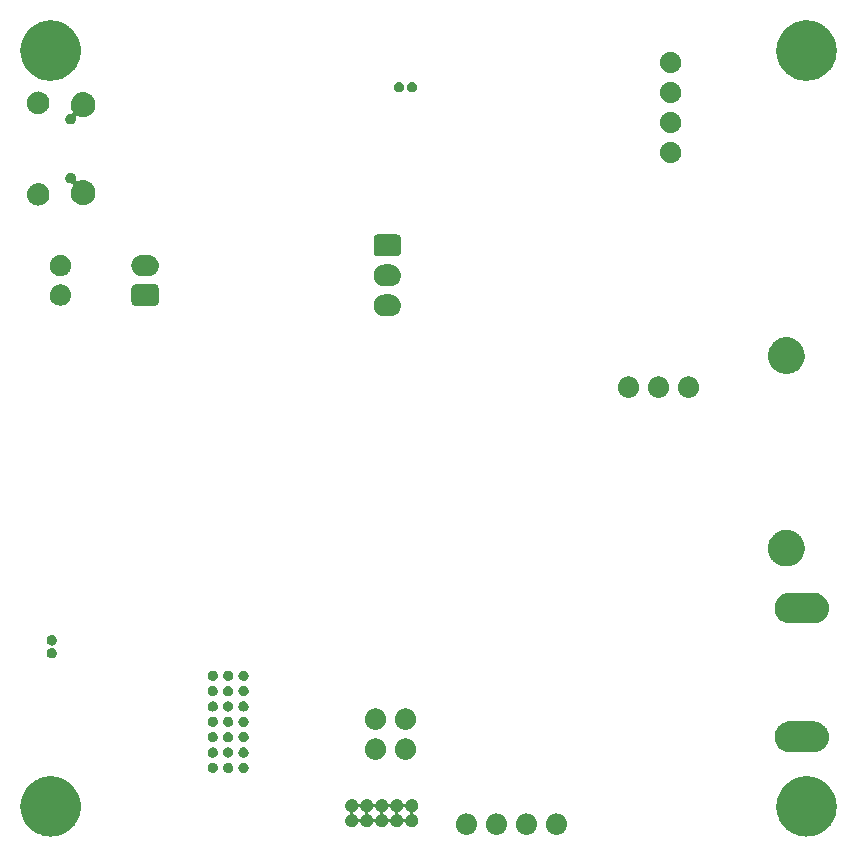
<source format=gbr>
%TF.GenerationSoftware,KiCad,Pcbnew,5.99.0-unknown-6252493~100~ubuntu18.04.1*%
%TF.CreationDate,2020-02-26T18:10:23+08:00*%
%TF.ProjectId,blue_interface_board,626c7565-5f69-46e7-9465-72666163655f,rev?*%
%TF.SameCoordinates,Original*%
%TF.FileFunction,Soldermask,Bot*%
%TF.FilePolarity,Negative*%
%FSLAX46Y46*%
G04 Gerber Fmt 4.6, Leading zero omitted, Abs format (unit mm)*
G04 Created by KiCad (PCBNEW 5.99.0-unknown-6252493~100~ubuntu18.04.1) date 2020-02-26 18:10:23*
%MOMM*%
%LPD*%
G01*
G04 APERTURE LIST*
G04 APERTURE END LIST*
G36*
X92056864Y-123447535D02*
G01*
X92111487Y-123446581D01*
X92215543Y-123457518D01*
X92320357Y-123464112D01*
X92371983Y-123473960D01*
X92421836Y-123479200D01*
X92528308Y-123503781D01*
X92635662Y-123524260D01*
X92681442Y-123539135D01*
X92725897Y-123549398D01*
X92832958Y-123588365D01*
X92940942Y-123623451D01*
X92980504Y-123642067D01*
X93019146Y-123656132D01*
X93124869Y-123710001D01*
X93231383Y-123760122D01*
X93264555Y-123781174D01*
X93297194Y-123797804D01*
X93399555Y-123866848D01*
X93502404Y-123932118D01*
X93529261Y-123954336D01*
X93555901Y-123972305D01*
X93652757Y-124056500D01*
X93749732Y-124136725D01*
X93770562Y-124158907D01*
X93791422Y-124177040D01*
X93880665Y-124276155D01*
X93969465Y-124370717D01*
X93984741Y-124391743D01*
X94000229Y-124408944D01*
X94079764Y-124522531D01*
X94158138Y-124630404D01*
X94168516Y-124649281D01*
X94179222Y-124664571D01*
X94246989Y-124792023D01*
X94312777Y-124911690D01*
X94319075Y-124927598D01*
X94325725Y-124940104D01*
X94379764Y-125080879D01*
X94430941Y-125210139D01*
X94434091Y-125222406D01*
X94437560Y-125231444D01*
X94476111Y-125386066D01*
X94510768Y-125521045D01*
X94511798Y-125529199D01*
X94513054Y-125534236D01*
X94534511Y-125708992D01*
X94550999Y-125839505D01*
X94550999Y-126160495D01*
X94540345Y-126244834D01*
X94539137Y-126290948D01*
X94522851Y-126383311D01*
X94510768Y-126478955D01*
X94495501Y-126538415D01*
X94485232Y-126596654D01*
X94455992Y-126692294D01*
X94430941Y-126789861D01*
X94409966Y-126842837D01*
X94393995Y-126895077D01*
X94351441Y-126990656D01*
X94312777Y-127088310D01*
X94287458Y-127134365D01*
X94267068Y-127180162D01*
X94210781Y-127273839D01*
X94158138Y-127369596D01*
X94129849Y-127408533D01*
X94106343Y-127447653D01*
X94036181Y-127537456D01*
X93969465Y-127629283D01*
X93939542Y-127661148D01*
X93914225Y-127693552D01*
X93830327Y-127777450D01*
X93749732Y-127863275D01*
X93719454Y-127888323D01*
X93693552Y-127914225D01*
X93596253Y-127990244D01*
X93502404Y-128067882D01*
X93472981Y-128086554D01*
X93447653Y-128106343D01*
X93337621Y-128172457D01*
X93231383Y-128239878D01*
X93203856Y-128252831D01*
X93180162Y-128267068D01*
X93058322Y-128321314D01*
X92940942Y-128376549D01*
X92916220Y-128384582D01*
X92895077Y-128393995D01*
X92762511Y-128434524D01*
X92635662Y-128475740D01*
X92614492Y-128479778D01*
X92596654Y-128485232D01*
X92454551Y-128510289D01*
X92320357Y-128535888D01*
X92303281Y-128536962D01*
X92289332Y-128539422D01*
X92138751Y-128547314D01*
X92000000Y-128556043D01*
X91987359Y-128555248D01*
X91977698Y-128555754D01*
X91818827Y-128544645D01*
X91679643Y-128535888D01*
X91671565Y-128534347D01*
X91666387Y-128533985D01*
X91493581Y-128500394D01*
X91364338Y-128475740D01*
X91360753Y-128474575D01*
X91360068Y-128474442D01*
X91063274Y-128378008D01*
X91062644Y-128377714D01*
X91059058Y-128376549D01*
X90939856Y-128320457D01*
X90780454Y-128246126D01*
X90776061Y-128243381D01*
X90768617Y-128239878D01*
X90650860Y-128165147D01*
X90515808Y-128080757D01*
X90508288Y-128074667D01*
X90497596Y-128067882D01*
X90390514Y-127979297D01*
X90273298Y-127884377D01*
X90263455Y-127874184D01*
X90250268Y-127863275D01*
X90156744Y-127763682D01*
X90056514Y-127659891D01*
X90045287Y-127644992D01*
X90030535Y-127629283D01*
X89952157Y-127521405D01*
X89868711Y-127410668D01*
X89857134Y-127390617D01*
X89841862Y-127369596D01*
X89779377Y-127255937D01*
X89712680Y-127140414D01*
X89701880Y-127114971D01*
X89687223Y-127088310D01*
X89640899Y-126971308D01*
X89590750Y-126853165D01*
X89581892Y-126822273D01*
X89569059Y-126789861D01*
X89538765Y-126671873D01*
X89504731Y-126553184D01*
X89499000Y-126516998D01*
X89489232Y-126478955D01*
X89474483Y-126362202D01*
X89455915Y-126244970D01*
X89454480Y-126203863D01*
X89449001Y-126160495D01*
X89449001Y-126046960D01*
X89445025Y-125933091D01*
X89449001Y-125887644D01*
X89449001Y-125839505D01*
X89462698Y-125731081D01*
X89472222Y-125622221D01*
X89482646Y-125573182D01*
X89489232Y-125521045D01*
X89515346Y-125419338D01*
X89537102Y-125316983D01*
X89554891Y-125265320D01*
X89569059Y-125210139D01*
X89606136Y-125116493D01*
X89638702Y-125021914D01*
X89664629Y-124968755D01*
X89687223Y-124911690D01*
X89733659Y-124827224D01*
X89775499Y-124741439D01*
X89810173Y-124688046D01*
X89841862Y-124630404D01*
X89895969Y-124555932D01*
X89945459Y-124479724D01*
X89989277Y-124427504D01*
X90030535Y-124370717D01*
X90090587Y-124306768D01*
X90146051Y-124240669D01*
X90199201Y-124191105D01*
X90250268Y-124136725D01*
X90314499Y-124083589D01*
X90374281Y-124027841D01*
X90436746Y-123982458D01*
X90497596Y-123932118D01*
X90564274Y-123889803D01*
X90626739Y-123844419D01*
X90698232Y-123804790D01*
X90768617Y-123760122D01*
X90836119Y-123728358D01*
X90899683Y-123693124D01*
X90979683Y-123660802D01*
X91059058Y-123623451D01*
X91125822Y-123601758D01*
X91189014Y-123576227D01*
X91276764Y-123552714D01*
X91364338Y-123524260D01*
X91428970Y-123511931D01*
X91490443Y-123495459D01*
X91584923Y-123482181D01*
X91679643Y-123464112D01*
X91740926Y-123460256D01*
X91799475Y-123452028D01*
X91899458Y-123450283D01*
X92000000Y-123443957D01*
X92056864Y-123447535D01*
G37*
G36*
X156056864Y-123447535D02*
G01*
X156111487Y-123446581D01*
X156215543Y-123457518D01*
X156320357Y-123464112D01*
X156371983Y-123473960D01*
X156421836Y-123479200D01*
X156528308Y-123503781D01*
X156635662Y-123524260D01*
X156681442Y-123539135D01*
X156725897Y-123549398D01*
X156832958Y-123588365D01*
X156940942Y-123623451D01*
X156980504Y-123642067D01*
X157019146Y-123656132D01*
X157124869Y-123710001D01*
X157231383Y-123760122D01*
X157264555Y-123781174D01*
X157297194Y-123797804D01*
X157399555Y-123866848D01*
X157502404Y-123932118D01*
X157529261Y-123954336D01*
X157555901Y-123972305D01*
X157652757Y-124056500D01*
X157749732Y-124136725D01*
X157770562Y-124158907D01*
X157791422Y-124177040D01*
X157880665Y-124276155D01*
X157969465Y-124370717D01*
X157984741Y-124391743D01*
X158000229Y-124408944D01*
X158079764Y-124522531D01*
X158158138Y-124630404D01*
X158168516Y-124649281D01*
X158179222Y-124664571D01*
X158246989Y-124792023D01*
X158312777Y-124911690D01*
X158319075Y-124927598D01*
X158325725Y-124940104D01*
X158379764Y-125080879D01*
X158430941Y-125210139D01*
X158434091Y-125222406D01*
X158437560Y-125231444D01*
X158476111Y-125386066D01*
X158510768Y-125521045D01*
X158511798Y-125529199D01*
X158513054Y-125534236D01*
X158534511Y-125708992D01*
X158550999Y-125839505D01*
X158550999Y-126160495D01*
X158540345Y-126244834D01*
X158539137Y-126290948D01*
X158522851Y-126383311D01*
X158510768Y-126478955D01*
X158495501Y-126538415D01*
X158485232Y-126596654D01*
X158455992Y-126692294D01*
X158430941Y-126789861D01*
X158409966Y-126842837D01*
X158393995Y-126895077D01*
X158351441Y-126990656D01*
X158312777Y-127088310D01*
X158287458Y-127134365D01*
X158267068Y-127180162D01*
X158210781Y-127273839D01*
X158158138Y-127369596D01*
X158129849Y-127408533D01*
X158106343Y-127447653D01*
X158036181Y-127537456D01*
X157969465Y-127629283D01*
X157939542Y-127661148D01*
X157914225Y-127693552D01*
X157830327Y-127777450D01*
X157749732Y-127863275D01*
X157719454Y-127888323D01*
X157693552Y-127914225D01*
X157596253Y-127990244D01*
X157502404Y-128067882D01*
X157472981Y-128086554D01*
X157447653Y-128106343D01*
X157337621Y-128172457D01*
X157231383Y-128239878D01*
X157203856Y-128252831D01*
X157180162Y-128267068D01*
X157058322Y-128321314D01*
X156940942Y-128376549D01*
X156916220Y-128384582D01*
X156895077Y-128393995D01*
X156762511Y-128434524D01*
X156635662Y-128475740D01*
X156614492Y-128479778D01*
X156596654Y-128485232D01*
X156454551Y-128510289D01*
X156320357Y-128535888D01*
X156303281Y-128536962D01*
X156289332Y-128539422D01*
X156138751Y-128547314D01*
X156000000Y-128556043D01*
X155987359Y-128555248D01*
X155977698Y-128555754D01*
X155818827Y-128544645D01*
X155679643Y-128535888D01*
X155671565Y-128534347D01*
X155666387Y-128533985D01*
X155493581Y-128500394D01*
X155364338Y-128475740D01*
X155360753Y-128474575D01*
X155360068Y-128474442D01*
X155063274Y-128378008D01*
X155062644Y-128377714D01*
X155059058Y-128376549D01*
X154939856Y-128320457D01*
X154780454Y-128246126D01*
X154776061Y-128243381D01*
X154768617Y-128239878D01*
X154650860Y-128165147D01*
X154515808Y-128080757D01*
X154508288Y-128074667D01*
X154497596Y-128067882D01*
X154390514Y-127979297D01*
X154273298Y-127884377D01*
X154263455Y-127874184D01*
X154250268Y-127863275D01*
X154156744Y-127763682D01*
X154056514Y-127659891D01*
X154045287Y-127644992D01*
X154030535Y-127629283D01*
X153952157Y-127521405D01*
X153868711Y-127410668D01*
X153857134Y-127390617D01*
X153841862Y-127369596D01*
X153779377Y-127255937D01*
X153712680Y-127140414D01*
X153701880Y-127114971D01*
X153687223Y-127088310D01*
X153640899Y-126971308D01*
X153590750Y-126853165D01*
X153581892Y-126822273D01*
X153569059Y-126789861D01*
X153538765Y-126671873D01*
X153504731Y-126553184D01*
X153499000Y-126516998D01*
X153489232Y-126478955D01*
X153474483Y-126362202D01*
X153455915Y-126244970D01*
X153454480Y-126203863D01*
X153449001Y-126160495D01*
X153449001Y-126046960D01*
X153445025Y-125933091D01*
X153449001Y-125887644D01*
X153449001Y-125839505D01*
X153462698Y-125731081D01*
X153472222Y-125622221D01*
X153482646Y-125573182D01*
X153489232Y-125521045D01*
X153515346Y-125419338D01*
X153537102Y-125316983D01*
X153554891Y-125265320D01*
X153569059Y-125210139D01*
X153606136Y-125116493D01*
X153638702Y-125021914D01*
X153664629Y-124968755D01*
X153687223Y-124911690D01*
X153733659Y-124827224D01*
X153775499Y-124741439D01*
X153810173Y-124688046D01*
X153841862Y-124630404D01*
X153895969Y-124555932D01*
X153945459Y-124479724D01*
X153989277Y-124427504D01*
X154030535Y-124370717D01*
X154090587Y-124306768D01*
X154146051Y-124240669D01*
X154199201Y-124191105D01*
X154250268Y-124136725D01*
X154314499Y-124083589D01*
X154374281Y-124027841D01*
X154436746Y-123982458D01*
X154497596Y-123932118D01*
X154564274Y-123889803D01*
X154626739Y-123844419D01*
X154698232Y-123804790D01*
X154768617Y-123760122D01*
X154836119Y-123728358D01*
X154899683Y-123693124D01*
X154979683Y-123660802D01*
X155059058Y-123623451D01*
X155125822Y-123601758D01*
X155189014Y-123576227D01*
X155276764Y-123552714D01*
X155364338Y-123524260D01*
X155428970Y-123511931D01*
X155490443Y-123495459D01*
X155584923Y-123482181D01*
X155679643Y-123464112D01*
X155740926Y-123460256D01*
X155799475Y-123452028D01*
X155899458Y-123450283D01*
X156000000Y-123443957D01*
X156056864Y-123447535D01*
G37*
G36*
X129789902Y-126599283D02*
G01*
X129834637Y-126599595D01*
X129878460Y-126608590D01*
X129928360Y-126613835D01*
X129970132Y-126627408D01*
X130007723Y-126635124D01*
X130054851Y-126654935D01*
X130108488Y-126672363D01*
X130141099Y-126691191D01*
X130170614Y-126703598D01*
X130218301Y-126735763D01*
X130272511Y-126767061D01*
X130295826Y-126788054D01*
X130317101Y-126802404D01*
X130362183Y-126847802D01*
X130413261Y-126893793D01*
X130428003Y-126914083D01*
X130441608Y-126927784D01*
X130480643Y-126986537D01*
X130524586Y-127047019D01*
X130532221Y-127064168D01*
X130539388Y-127074955D01*
X130568865Y-127146472D01*
X130601621Y-127220042D01*
X130604211Y-127232225D01*
X130606724Y-127238323D01*
X130623292Y-127321997D01*
X130640999Y-127405301D01*
X130640999Y-127594699D01*
X130638115Y-127608269D01*
X130638030Y-127614331D01*
X130619342Y-127696585D01*
X130601621Y-127779958D01*
X130599129Y-127785555D01*
X130599078Y-127785780D01*
X130527210Y-127947197D01*
X130527078Y-127947385D01*
X130524586Y-127952981D01*
X130474480Y-128021946D01*
X130425357Y-128091582D01*
X130420585Y-128096126D01*
X130413261Y-128106207D01*
X130353396Y-128160110D01*
X130297396Y-128213438D01*
X130286464Y-128220376D01*
X130272511Y-128232939D01*
X130207764Y-128270321D01*
X130148211Y-128308114D01*
X130130209Y-128315097D01*
X130108488Y-128327637D01*
X130043115Y-128348878D01*
X129983468Y-128372014D01*
X129958200Y-128376469D01*
X129928360Y-128386165D01*
X129866095Y-128392709D01*
X129809460Y-128402695D01*
X129777459Y-128402025D01*
X129740000Y-128405962D01*
X129683902Y-128400066D01*
X129632799Y-128398996D01*
X129595323Y-128390756D01*
X129551640Y-128386165D01*
X129503917Y-128370659D01*
X129460225Y-128361052D01*
X129419230Y-128343142D01*
X129371512Y-128327637D01*
X129333473Y-128305675D01*
X129298310Y-128290313D01*
X129256337Y-128261141D01*
X129207489Y-128232939D01*
X129179504Y-128207741D01*
X129153215Y-128189470D01*
X129113257Y-128148092D01*
X129066739Y-128106207D01*
X129048296Y-128080823D01*
X129030473Y-128062366D01*
X128995821Y-128008597D01*
X128955414Y-127952981D01*
X128945212Y-127930066D01*
X128934754Y-127913839D01*
X128908789Y-127848261D01*
X128878379Y-127779958D01*
X128874476Y-127761596D01*
X128869707Y-127749551D01*
X128855740Y-127673448D01*
X128839001Y-127594699D01*
X128839001Y-127582246D01*
X128837811Y-127575762D01*
X128839001Y-127490535D01*
X128839001Y-127405301D01*
X128840275Y-127399308D01*
X128840278Y-127399077D01*
X128877015Y-127226246D01*
X128877105Y-127226036D01*
X128878379Y-127220042D01*
X128913042Y-127142188D01*
X128946622Y-127063839D01*
X128950348Y-127058397D01*
X128955414Y-127047019D01*
X129002746Y-126981872D01*
X129046452Y-126918041D01*
X129055706Y-126908979D01*
X129066739Y-126893793D01*
X129122297Y-126843769D01*
X129172693Y-126794417D01*
X129188848Y-126783846D01*
X129207489Y-126767061D01*
X129267026Y-126732687D01*
X129320551Y-126697662D01*
X129344340Y-126688050D01*
X129371512Y-126672363D01*
X129431045Y-126653019D01*
X129484376Y-126631472D01*
X129515820Y-126625474D01*
X129551640Y-126613835D01*
X129607744Y-126607938D01*
X129657945Y-126598362D01*
X129696312Y-126598630D01*
X129740000Y-126594038D01*
X129789902Y-126599283D01*
G37*
G36*
X127249902Y-126599283D02*
G01*
X127294637Y-126599595D01*
X127338460Y-126608590D01*
X127388360Y-126613835D01*
X127430132Y-126627408D01*
X127467723Y-126635124D01*
X127514851Y-126654935D01*
X127568488Y-126672363D01*
X127601099Y-126691191D01*
X127630614Y-126703598D01*
X127678301Y-126735763D01*
X127732511Y-126767061D01*
X127755826Y-126788054D01*
X127777101Y-126802404D01*
X127822183Y-126847802D01*
X127873261Y-126893793D01*
X127888003Y-126914083D01*
X127901608Y-126927784D01*
X127940643Y-126986537D01*
X127984586Y-127047019D01*
X127992221Y-127064168D01*
X127999388Y-127074955D01*
X128028865Y-127146472D01*
X128061621Y-127220042D01*
X128064211Y-127232225D01*
X128066724Y-127238323D01*
X128083292Y-127321997D01*
X128100999Y-127405301D01*
X128100999Y-127594699D01*
X128098115Y-127608269D01*
X128098030Y-127614331D01*
X128079342Y-127696585D01*
X128061621Y-127779958D01*
X128059129Y-127785555D01*
X128059078Y-127785780D01*
X127987210Y-127947197D01*
X127987078Y-127947385D01*
X127984586Y-127952981D01*
X127934480Y-128021946D01*
X127885357Y-128091582D01*
X127880585Y-128096126D01*
X127873261Y-128106207D01*
X127813396Y-128160110D01*
X127757396Y-128213438D01*
X127746464Y-128220376D01*
X127732511Y-128232939D01*
X127667764Y-128270321D01*
X127608211Y-128308114D01*
X127590209Y-128315097D01*
X127568488Y-128327637D01*
X127503115Y-128348878D01*
X127443468Y-128372014D01*
X127418200Y-128376469D01*
X127388360Y-128386165D01*
X127326095Y-128392709D01*
X127269460Y-128402695D01*
X127237459Y-128402025D01*
X127200000Y-128405962D01*
X127143902Y-128400066D01*
X127092799Y-128398996D01*
X127055323Y-128390756D01*
X127011640Y-128386165D01*
X126963917Y-128370659D01*
X126920225Y-128361052D01*
X126879230Y-128343142D01*
X126831512Y-128327637D01*
X126793473Y-128305675D01*
X126758310Y-128290313D01*
X126716337Y-128261141D01*
X126667489Y-128232939D01*
X126639504Y-128207741D01*
X126613215Y-128189470D01*
X126573257Y-128148092D01*
X126526739Y-128106207D01*
X126508296Y-128080823D01*
X126490473Y-128062366D01*
X126455821Y-128008597D01*
X126415414Y-127952981D01*
X126405212Y-127930066D01*
X126394754Y-127913839D01*
X126368789Y-127848261D01*
X126338379Y-127779958D01*
X126334476Y-127761596D01*
X126329707Y-127749551D01*
X126315740Y-127673448D01*
X126299001Y-127594699D01*
X126299001Y-127582246D01*
X126297811Y-127575762D01*
X126299001Y-127490535D01*
X126299001Y-127405301D01*
X126300275Y-127399308D01*
X126300278Y-127399077D01*
X126337015Y-127226246D01*
X126337105Y-127226036D01*
X126338379Y-127220042D01*
X126373042Y-127142188D01*
X126406622Y-127063839D01*
X126410348Y-127058397D01*
X126415414Y-127047019D01*
X126462746Y-126981872D01*
X126506452Y-126918041D01*
X126515706Y-126908979D01*
X126526739Y-126893793D01*
X126582297Y-126843769D01*
X126632693Y-126794417D01*
X126648848Y-126783846D01*
X126667489Y-126767061D01*
X126727026Y-126732687D01*
X126780551Y-126697662D01*
X126804340Y-126688050D01*
X126831512Y-126672363D01*
X126891045Y-126653019D01*
X126944376Y-126631472D01*
X126975820Y-126625474D01*
X127011640Y-126613835D01*
X127067744Y-126607938D01*
X127117945Y-126598362D01*
X127156312Y-126598630D01*
X127200000Y-126594038D01*
X127249902Y-126599283D01*
G37*
G36*
X132329902Y-126599283D02*
G01*
X132374637Y-126599595D01*
X132418460Y-126608590D01*
X132468360Y-126613835D01*
X132510132Y-126627408D01*
X132547723Y-126635124D01*
X132594851Y-126654935D01*
X132648488Y-126672363D01*
X132681099Y-126691191D01*
X132710614Y-126703598D01*
X132758301Y-126735763D01*
X132812511Y-126767061D01*
X132835826Y-126788054D01*
X132857101Y-126802404D01*
X132902183Y-126847802D01*
X132953261Y-126893793D01*
X132968003Y-126914083D01*
X132981608Y-126927784D01*
X133020643Y-126986537D01*
X133064586Y-127047019D01*
X133072221Y-127064168D01*
X133079388Y-127074955D01*
X133108865Y-127146472D01*
X133141621Y-127220042D01*
X133144211Y-127232225D01*
X133146724Y-127238323D01*
X133163292Y-127321997D01*
X133180999Y-127405301D01*
X133180999Y-127594699D01*
X133178115Y-127608269D01*
X133178030Y-127614331D01*
X133159342Y-127696585D01*
X133141621Y-127779958D01*
X133139129Y-127785555D01*
X133139078Y-127785780D01*
X133067210Y-127947197D01*
X133067078Y-127947385D01*
X133064586Y-127952981D01*
X133014480Y-128021946D01*
X132965357Y-128091582D01*
X132960585Y-128096126D01*
X132953261Y-128106207D01*
X132893396Y-128160110D01*
X132837396Y-128213438D01*
X132826464Y-128220376D01*
X132812511Y-128232939D01*
X132747764Y-128270321D01*
X132688211Y-128308114D01*
X132670209Y-128315097D01*
X132648488Y-128327637D01*
X132583115Y-128348878D01*
X132523468Y-128372014D01*
X132498200Y-128376469D01*
X132468360Y-128386165D01*
X132406095Y-128392709D01*
X132349460Y-128402695D01*
X132317459Y-128402025D01*
X132280000Y-128405962D01*
X132223902Y-128400066D01*
X132172799Y-128398996D01*
X132135323Y-128390756D01*
X132091640Y-128386165D01*
X132043917Y-128370659D01*
X132000225Y-128361052D01*
X131959230Y-128343142D01*
X131911512Y-128327637D01*
X131873473Y-128305675D01*
X131838310Y-128290313D01*
X131796337Y-128261141D01*
X131747489Y-128232939D01*
X131719504Y-128207741D01*
X131693215Y-128189470D01*
X131653257Y-128148092D01*
X131606739Y-128106207D01*
X131588296Y-128080823D01*
X131570473Y-128062366D01*
X131535821Y-128008597D01*
X131495414Y-127952981D01*
X131485212Y-127930066D01*
X131474754Y-127913839D01*
X131448789Y-127848261D01*
X131418379Y-127779958D01*
X131414476Y-127761596D01*
X131409707Y-127749551D01*
X131395740Y-127673448D01*
X131379001Y-127594699D01*
X131379001Y-127582246D01*
X131377811Y-127575762D01*
X131379001Y-127490535D01*
X131379001Y-127405301D01*
X131380275Y-127399308D01*
X131380278Y-127399077D01*
X131417015Y-127226246D01*
X131417105Y-127226036D01*
X131418379Y-127220042D01*
X131453042Y-127142188D01*
X131486622Y-127063839D01*
X131490348Y-127058397D01*
X131495414Y-127047019D01*
X131542746Y-126981872D01*
X131586452Y-126918041D01*
X131595706Y-126908979D01*
X131606739Y-126893793D01*
X131662297Y-126843769D01*
X131712693Y-126794417D01*
X131728848Y-126783846D01*
X131747489Y-126767061D01*
X131807026Y-126732687D01*
X131860551Y-126697662D01*
X131884340Y-126688050D01*
X131911512Y-126672363D01*
X131971045Y-126653019D01*
X132024376Y-126631472D01*
X132055820Y-126625474D01*
X132091640Y-126613835D01*
X132147744Y-126607938D01*
X132197945Y-126598362D01*
X132236312Y-126598630D01*
X132280000Y-126594038D01*
X132329902Y-126599283D01*
G37*
G36*
X134869902Y-126599283D02*
G01*
X134914637Y-126599595D01*
X134958460Y-126608590D01*
X135008360Y-126613835D01*
X135050132Y-126627408D01*
X135087723Y-126635124D01*
X135134851Y-126654935D01*
X135188488Y-126672363D01*
X135221099Y-126691191D01*
X135250614Y-126703598D01*
X135298301Y-126735763D01*
X135352511Y-126767061D01*
X135375826Y-126788054D01*
X135397101Y-126802404D01*
X135442183Y-126847802D01*
X135493261Y-126893793D01*
X135508003Y-126914083D01*
X135521608Y-126927784D01*
X135560643Y-126986537D01*
X135604586Y-127047019D01*
X135612221Y-127064168D01*
X135619388Y-127074955D01*
X135648865Y-127146472D01*
X135681621Y-127220042D01*
X135684211Y-127232225D01*
X135686724Y-127238323D01*
X135703292Y-127321997D01*
X135720999Y-127405301D01*
X135720999Y-127594699D01*
X135718115Y-127608269D01*
X135718030Y-127614331D01*
X135699342Y-127696585D01*
X135681621Y-127779958D01*
X135679129Y-127785555D01*
X135679078Y-127785780D01*
X135607210Y-127947197D01*
X135607078Y-127947385D01*
X135604586Y-127952981D01*
X135554480Y-128021946D01*
X135505357Y-128091582D01*
X135500585Y-128096126D01*
X135493261Y-128106207D01*
X135433396Y-128160110D01*
X135377396Y-128213438D01*
X135366464Y-128220376D01*
X135352511Y-128232939D01*
X135287764Y-128270321D01*
X135228211Y-128308114D01*
X135210209Y-128315097D01*
X135188488Y-128327637D01*
X135123115Y-128348878D01*
X135063468Y-128372014D01*
X135038200Y-128376469D01*
X135008360Y-128386165D01*
X134946095Y-128392709D01*
X134889460Y-128402695D01*
X134857459Y-128402025D01*
X134820000Y-128405962D01*
X134763902Y-128400066D01*
X134712799Y-128398996D01*
X134675323Y-128390756D01*
X134631640Y-128386165D01*
X134583917Y-128370659D01*
X134540225Y-128361052D01*
X134499230Y-128343142D01*
X134451512Y-128327637D01*
X134413473Y-128305675D01*
X134378310Y-128290313D01*
X134336337Y-128261141D01*
X134287489Y-128232939D01*
X134259504Y-128207741D01*
X134233215Y-128189470D01*
X134193257Y-128148092D01*
X134146739Y-128106207D01*
X134128296Y-128080823D01*
X134110473Y-128062366D01*
X134075821Y-128008597D01*
X134035414Y-127952981D01*
X134025212Y-127930066D01*
X134014754Y-127913839D01*
X133988789Y-127848261D01*
X133958379Y-127779958D01*
X133954476Y-127761596D01*
X133949707Y-127749551D01*
X133935740Y-127673448D01*
X133919001Y-127594699D01*
X133919001Y-127582246D01*
X133917811Y-127575762D01*
X133919001Y-127490535D01*
X133919001Y-127405301D01*
X133920275Y-127399308D01*
X133920278Y-127399077D01*
X133957015Y-127226246D01*
X133957105Y-127226036D01*
X133958379Y-127220042D01*
X133993042Y-127142188D01*
X134026622Y-127063839D01*
X134030348Y-127058397D01*
X134035414Y-127047019D01*
X134082746Y-126981872D01*
X134126452Y-126918041D01*
X134135706Y-126908979D01*
X134146739Y-126893793D01*
X134202297Y-126843769D01*
X134252693Y-126794417D01*
X134268848Y-126783846D01*
X134287489Y-126767061D01*
X134347026Y-126732687D01*
X134400551Y-126697662D01*
X134424340Y-126688050D01*
X134451512Y-126672363D01*
X134511045Y-126653019D01*
X134564376Y-126631472D01*
X134595820Y-126625474D01*
X134631640Y-126613835D01*
X134687744Y-126607938D01*
X134737945Y-126598362D01*
X134776312Y-126598630D01*
X134820000Y-126594038D01*
X134869902Y-126599283D01*
G37*
G36*
X122597381Y-125376783D02*
G01*
X122620734Y-125375314D01*
X122671992Y-125386209D01*
X122715218Y-125391670D01*
X122736974Y-125400021D01*
X122768399Y-125406701D01*
X122807154Y-125426961D01*
X122839724Y-125439464D01*
X122865993Y-125457721D01*
X122902185Y-125476642D01*
X122927727Y-125500628D01*
X122949239Y-125515579D01*
X122976135Y-125546086D01*
X123012233Y-125579985D01*
X123025865Y-125602493D01*
X123037433Y-125615615D01*
X123060289Y-125659334D01*
X123090437Y-125709114D01*
X123095164Y-125726043D01*
X123099220Y-125733802D01*
X123113047Y-125790095D01*
X123131034Y-125854518D01*
X123129333Y-126017006D01*
X123109987Y-126081082D01*
X123094997Y-126137026D01*
X123090781Y-126144695D01*
X123085699Y-126161527D01*
X123054508Y-126210676D01*
X123030747Y-126253898D01*
X123018908Y-126266772D01*
X123004808Y-126288991D01*
X122968006Y-126322128D01*
X122940478Y-126352064D01*
X122918657Y-126366562D01*
X122892620Y-126390006D01*
X122856045Y-126408162D01*
X122829394Y-126425869D01*
X122796566Y-126437688D01*
X122757399Y-126457130D01*
X122755977Y-126457401D01*
X122712869Y-126488909D01*
X122687503Y-126554615D01*
X122701686Y-126623605D01*
X122759557Y-126674822D01*
X122768399Y-126676701D01*
X122807151Y-126696960D01*
X122839726Y-126709464D01*
X122865999Y-126727725D01*
X122902185Y-126746642D01*
X122927726Y-126770627D01*
X122949239Y-126785579D01*
X122976135Y-126816086D01*
X123012233Y-126849985D01*
X123025865Y-126872493D01*
X123037433Y-126885615D01*
X123060289Y-126929334D01*
X123090437Y-126979114D01*
X123095164Y-126996043D01*
X123099220Y-127003802D01*
X123113047Y-127060095D01*
X123131034Y-127124518D01*
X123129333Y-127287006D01*
X123109987Y-127351082D01*
X123094997Y-127407026D01*
X123090781Y-127414695D01*
X123085699Y-127431527D01*
X123054508Y-127480676D01*
X123030747Y-127523898D01*
X123018908Y-127536772D01*
X123004808Y-127558991D01*
X122968006Y-127592128D01*
X122940478Y-127622064D01*
X122918657Y-127636562D01*
X122892620Y-127660006D01*
X122856045Y-127678162D01*
X122829394Y-127695869D01*
X122796565Y-127707688D01*
X122757399Y-127727130D01*
X122725839Y-127733150D01*
X122703916Y-127741043D01*
X122660593Y-127745597D01*
X122609108Y-127755418D01*
X122585787Y-127753460D01*
X122571284Y-127754984D01*
X122519548Y-127747897D01*
X122458673Y-127742785D01*
X122444937Y-127737677D01*
X122439150Y-127736884D01*
X122382595Y-127714492D01*
X122317177Y-127690163D01*
X122258252Y-127647352D01*
X122206441Y-127610532D01*
X122204537Y-127608326D01*
X122195044Y-127601429D01*
X122155302Y-127551287D01*
X122119300Y-127509579D01*
X122114001Y-127499179D01*
X122101272Y-127483119D01*
X122079840Y-127432135D01*
X122056252Y-127385840D01*
X122007891Y-127334634D01*
X121939524Y-127317704D01*
X121872856Y-127340423D01*
X121834701Y-127395101D01*
X121832284Y-127393772D01*
X121820780Y-127414697D01*
X121815699Y-127431527D01*
X121784510Y-127480673D01*
X121760747Y-127523898D01*
X121748908Y-127536772D01*
X121734808Y-127558991D01*
X121698006Y-127592128D01*
X121670478Y-127622064D01*
X121648657Y-127636562D01*
X121622620Y-127660006D01*
X121586045Y-127678162D01*
X121559394Y-127695869D01*
X121526565Y-127707688D01*
X121487399Y-127727130D01*
X121455839Y-127733150D01*
X121433916Y-127741043D01*
X121390593Y-127745597D01*
X121339108Y-127755418D01*
X121315787Y-127753460D01*
X121301284Y-127754984D01*
X121249548Y-127747897D01*
X121188673Y-127742785D01*
X121174937Y-127737677D01*
X121169150Y-127736884D01*
X121112595Y-127714492D01*
X121047177Y-127690163D01*
X120988252Y-127647352D01*
X120936441Y-127610532D01*
X120934537Y-127608326D01*
X120925044Y-127601429D01*
X120885302Y-127551287D01*
X120849300Y-127509579D01*
X120844001Y-127499179D01*
X120831272Y-127483119D01*
X120809840Y-127432135D01*
X120786252Y-127385840D01*
X120737891Y-127334634D01*
X120669524Y-127317704D01*
X120602856Y-127340423D01*
X120564701Y-127395101D01*
X120562284Y-127393772D01*
X120550780Y-127414697D01*
X120545699Y-127431527D01*
X120514510Y-127480673D01*
X120490747Y-127523898D01*
X120478908Y-127536772D01*
X120464808Y-127558991D01*
X120428006Y-127592128D01*
X120400478Y-127622064D01*
X120378657Y-127636562D01*
X120352620Y-127660006D01*
X120316045Y-127678162D01*
X120289394Y-127695869D01*
X120256565Y-127707688D01*
X120217399Y-127727130D01*
X120185839Y-127733150D01*
X120163916Y-127741043D01*
X120120593Y-127745597D01*
X120069108Y-127755418D01*
X120045787Y-127753460D01*
X120031284Y-127754984D01*
X119979548Y-127747897D01*
X119918673Y-127742785D01*
X119904937Y-127737677D01*
X119899150Y-127736884D01*
X119842595Y-127714492D01*
X119777177Y-127690163D01*
X119718252Y-127647352D01*
X119666441Y-127610532D01*
X119664537Y-127608326D01*
X119655044Y-127601429D01*
X119615302Y-127551287D01*
X119579300Y-127509579D01*
X119574001Y-127499179D01*
X119561272Y-127483119D01*
X119539840Y-127432135D01*
X119516252Y-127385840D01*
X119467891Y-127334634D01*
X119399524Y-127317704D01*
X119332856Y-127340423D01*
X119294701Y-127395101D01*
X119292284Y-127393772D01*
X119280780Y-127414697D01*
X119275699Y-127431527D01*
X119244510Y-127480673D01*
X119220747Y-127523898D01*
X119208908Y-127536772D01*
X119194808Y-127558991D01*
X119158006Y-127592128D01*
X119130478Y-127622064D01*
X119108657Y-127636562D01*
X119082620Y-127660006D01*
X119046045Y-127678162D01*
X119019394Y-127695869D01*
X118986565Y-127707688D01*
X118947399Y-127727130D01*
X118915839Y-127733150D01*
X118893916Y-127741043D01*
X118850593Y-127745597D01*
X118799108Y-127755418D01*
X118775787Y-127753460D01*
X118761284Y-127754984D01*
X118709548Y-127747897D01*
X118648673Y-127742785D01*
X118634937Y-127737677D01*
X118629150Y-127736884D01*
X118572595Y-127714492D01*
X118507177Y-127690163D01*
X118448252Y-127647352D01*
X118396441Y-127610532D01*
X118394537Y-127608326D01*
X118385044Y-127601429D01*
X118345302Y-127551287D01*
X118309300Y-127509579D01*
X118304001Y-127499179D01*
X118291272Y-127483119D01*
X118269840Y-127432135D01*
X118246252Y-127385840D01*
X118197891Y-127334634D01*
X118129524Y-127317704D01*
X118062856Y-127340423D01*
X118024701Y-127395101D01*
X118022284Y-127393772D01*
X118010780Y-127414697D01*
X118005699Y-127431527D01*
X117974510Y-127480673D01*
X117950747Y-127523898D01*
X117938908Y-127536772D01*
X117924808Y-127558991D01*
X117888006Y-127592128D01*
X117860478Y-127622064D01*
X117838657Y-127636562D01*
X117812620Y-127660006D01*
X117776045Y-127678162D01*
X117749394Y-127695869D01*
X117716565Y-127707688D01*
X117677399Y-127727130D01*
X117645839Y-127733150D01*
X117623916Y-127741043D01*
X117580593Y-127745597D01*
X117529108Y-127755418D01*
X117505787Y-127753460D01*
X117491284Y-127754984D01*
X117439548Y-127747897D01*
X117378673Y-127742785D01*
X117364937Y-127737677D01*
X117359150Y-127736884D01*
X117302595Y-127714492D01*
X117237177Y-127690163D01*
X117178252Y-127647352D01*
X117126441Y-127610532D01*
X117124537Y-127608326D01*
X117115044Y-127601429D01*
X117075302Y-127551287D01*
X117039300Y-127509579D01*
X117034001Y-127499179D01*
X117021272Y-127483119D01*
X116999838Y-127432129D01*
X116978754Y-127390749D01*
X116974096Y-127370892D01*
X116962771Y-127343950D01*
X116956928Y-127297696D01*
X116948299Y-127260909D01*
X116948604Y-127231808D01*
X116943850Y-127194176D01*
X116949392Y-127156647D01*
X116949697Y-127127552D01*
X116959092Y-127090961D01*
X116965904Y-127044831D01*
X116977791Y-127018132D01*
X116982864Y-126998375D01*
X117004815Y-126957436D01*
X117027307Y-126906918D01*
X117040366Y-126891132D01*
X117045883Y-126880843D01*
X117082753Y-126839895D01*
X117123535Y-126790598D01*
X117133171Y-126783901D01*
X117135122Y-126781734D01*
X117187700Y-126746002D01*
X117247500Y-126704440D01*
X117311410Y-126682184D01*
X117367707Y-126640124D01*
X117392383Y-126574155D01*
X117388152Y-126554615D01*
X117607503Y-126554615D01*
X117621686Y-126623605D01*
X117679557Y-126674822D01*
X117688399Y-126676701D01*
X117727151Y-126696960D01*
X117759726Y-126709464D01*
X117785999Y-126727725D01*
X117822185Y-126746642D01*
X117847726Y-126770627D01*
X117869239Y-126785579D01*
X117896135Y-126816086D01*
X117932233Y-126849985D01*
X117945865Y-126872493D01*
X117957433Y-126885615D01*
X117980288Y-126929333D01*
X118010437Y-126979114D01*
X118015164Y-126996043D01*
X118024110Y-127013156D01*
X118073004Y-127063852D01*
X118141545Y-127080065D01*
X118207971Y-127056649D01*
X118240536Y-127008930D01*
X118245715Y-127011707D01*
X118274816Y-126957433D01*
X118297307Y-126906918D01*
X118310366Y-126891132D01*
X118315883Y-126880843D01*
X118352753Y-126839895D01*
X118393535Y-126790598D01*
X118403171Y-126783901D01*
X118405122Y-126781734D01*
X118457700Y-126746002D01*
X118517500Y-126704440D01*
X118581410Y-126682184D01*
X118637707Y-126640124D01*
X118662383Y-126574155D01*
X118658152Y-126554615D01*
X118877503Y-126554615D01*
X118891686Y-126623605D01*
X118949557Y-126674822D01*
X118958399Y-126676701D01*
X118997151Y-126696960D01*
X119029726Y-126709464D01*
X119055999Y-126727725D01*
X119092185Y-126746642D01*
X119117726Y-126770627D01*
X119139239Y-126785579D01*
X119166135Y-126816086D01*
X119202233Y-126849985D01*
X119215865Y-126872493D01*
X119227433Y-126885615D01*
X119250288Y-126929333D01*
X119280437Y-126979114D01*
X119285164Y-126996043D01*
X119294110Y-127013156D01*
X119343004Y-127063852D01*
X119411545Y-127080065D01*
X119477971Y-127056649D01*
X119510536Y-127008930D01*
X119515715Y-127011707D01*
X119544816Y-126957433D01*
X119567307Y-126906918D01*
X119580366Y-126891132D01*
X119585883Y-126880843D01*
X119622753Y-126839895D01*
X119663535Y-126790598D01*
X119673171Y-126783901D01*
X119675122Y-126781734D01*
X119727700Y-126746002D01*
X119787500Y-126704440D01*
X119851410Y-126682184D01*
X119907707Y-126640124D01*
X119932383Y-126574155D01*
X119928152Y-126554615D01*
X120147503Y-126554615D01*
X120161686Y-126623605D01*
X120219557Y-126674822D01*
X120228399Y-126676701D01*
X120267151Y-126696960D01*
X120299726Y-126709464D01*
X120325999Y-126727725D01*
X120362185Y-126746642D01*
X120387726Y-126770627D01*
X120409239Y-126785579D01*
X120436135Y-126816086D01*
X120472233Y-126849985D01*
X120485865Y-126872493D01*
X120497433Y-126885615D01*
X120520288Y-126929333D01*
X120550437Y-126979114D01*
X120555164Y-126996043D01*
X120564110Y-127013156D01*
X120613004Y-127063852D01*
X120681545Y-127080065D01*
X120747971Y-127056649D01*
X120780536Y-127008930D01*
X120785715Y-127011707D01*
X120814816Y-126957433D01*
X120837307Y-126906918D01*
X120850366Y-126891132D01*
X120855883Y-126880843D01*
X120892753Y-126839895D01*
X120933535Y-126790598D01*
X120943171Y-126783901D01*
X120945122Y-126781734D01*
X120997700Y-126746002D01*
X121057500Y-126704440D01*
X121121410Y-126682184D01*
X121177707Y-126640124D01*
X121202383Y-126574155D01*
X121198152Y-126554615D01*
X121417503Y-126554615D01*
X121431686Y-126623605D01*
X121489557Y-126674822D01*
X121498399Y-126676701D01*
X121537151Y-126696960D01*
X121569726Y-126709464D01*
X121595999Y-126727725D01*
X121632185Y-126746642D01*
X121657726Y-126770627D01*
X121679239Y-126785579D01*
X121706135Y-126816086D01*
X121742233Y-126849985D01*
X121755865Y-126872493D01*
X121767433Y-126885615D01*
X121790288Y-126929333D01*
X121820437Y-126979114D01*
X121825164Y-126996043D01*
X121834110Y-127013156D01*
X121883004Y-127063852D01*
X121951545Y-127080065D01*
X122017971Y-127056649D01*
X122050536Y-127008930D01*
X122055715Y-127011707D01*
X122084816Y-126957433D01*
X122107307Y-126906918D01*
X122120366Y-126891132D01*
X122125883Y-126880843D01*
X122162753Y-126839895D01*
X122203535Y-126790598D01*
X122213171Y-126783901D01*
X122215122Y-126781734D01*
X122267700Y-126746002D01*
X122327500Y-126704440D01*
X122391410Y-126682184D01*
X122447707Y-126640124D01*
X122472383Y-126574155D01*
X122457477Y-126505318D01*
X122393726Y-126448899D01*
X122382590Y-126444490D01*
X122317177Y-126420163D01*
X122258261Y-126377358D01*
X122206441Y-126340532D01*
X122204537Y-126338326D01*
X122195044Y-126331429D01*
X122155302Y-126281287D01*
X122119300Y-126239579D01*
X122114001Y-126229179D01*
X122101272Y-126213119D01*
X122079840Y-126162135D01*
X122056252Y-126115840D01*
X122007891Y-126064634D01*
X121939524Y-126047704D01*
X121872856Y-126070423D01*
X121834701Y-126125101D01*
X121832284Y-126123772D01*
X121820780Y-126144697D01*
X121815699Y-126161527D01*
X121784510Y-126210673D01*
X121760747Y-126253898D01*
X121748908Y-126266772D01*
X121734808Y-126288991D01*
X121698006Y-126322128D01*
X121670478Y-126352064D01*
X121648657Y-126366562D01*
X121622620Y-126390006D01*
X121586045Y-126408162D01*
X121559394Y-126425869D01*
X121526566Y-126437688D01*
X121487399Y-126457130D01*
X121485977Y-126457401D01*
X121442869Y-126488909D01*
X121417503Y-126554615D01*
X121198152Y-126554615D01*
X121187477Y-126505318D01*
X121123726Y-126448899D01*
X121112590Y-126444490D01*
X121047177Y-126420163D01*
X120988261Y-126377358D01*
X120936441Y-126340532D01*
X120934537Y-126338326D01*
X120925044Y-126331429D01*
X120885302Y-126281287D01*
X120849300Y-126239579D01*
X120844001Y-126229179D01*
X120831272Y-126213119D01*
X120809840Y-126162135D01*
X120786252Y-126115840D01*
X120737891Y-126064634D01*
X120669524Y-126047704D01*
X120602856Y-126070423D01*
X120564701Y-126125101D01*
X120562284Y-126123772D01*
X120550780Y-126144697D01*
X120545699Y-126161527D01*
X120514510Y-126210673D01*
X120490747Y-126253898D01*
X120478908Y-126266772D01*
X120464808Y-126288991D01*
X120428006Y-126322128D01*
X120400478Y-126352064D01*
X120378657Y-126366562D01*
X120352620Y-126390006D01*
X120316045Y-126408162D01*
X120289394Y-126425869D01*
X120256566Y-126437688D01*
X120217399Y-126457130D01*
X120215977Y-126457401D01*
X120172869Y-126488909D01*
X120147503Y-126554615D01*
X119928152Y-126554615D01*
X119917477Y-126505318D01*
X119853726Y-126448899D01*
X119842590Y-126444490D01*
X119777177Y-126420163D01*
X119718261Y-126377358D01*
X119666441Y-126340532D01*
X119664537Y-126338326D01*
X119655044Y-126331429D01*
X119615302Y-126281287D01*
X119579300Y-126239579D01*
X119574001Y-126229179D01*
X119561272Y-126213119D01*
X119539840Y-126162135D01*
X119516252Y-126115840D01*
X119467891Y-126064634D01*
X119399524Y-126047704D01*
X119332856Y-126070423D01*
X119294701Y-126125101D01*
X119292284Y-126123772D01*
X119280780Y-126144697D01*
X119275699Y-126161527D01*
X119244510Y-126210673D01*
X119220747Y-126253898D01*
X119208908Y-126266772D01*
X119194808Y-126288991D01*
X119158006Y-126322128D01*
X119130478Y-126352064D01*
X119108657Y-126366562D01*
X119082620Y-126390006D01*
X119046045Y-126408162D01*
X119019394Y-126425869D01*
X118986566Y-126437688D01*
X118947399Y-126457130D01*
X118945977Y-126457401D01*
X118902869Y-126488909D01*
X118877503Y-126554615D01*
X118658152Y-126554615D01*
X118647477Y-126505318D01*
X118583726Y-126448899D01*
X118572590Y-126444490D01*
X118507177Y-126420163D01*
X118448261Y-126377358D01*
X118396441Y-126340532D01*
X118394537Y-126338326D01*
X118385044Y-126331429D01*
X118345302Y-126281287D01*
X118309300Y-126239579D01*
X118304001Y-126229179D01*
X118291272Y-126213119D01*
X118269840Y-126162135D01*
X118246252Y-126115840D01*
X118197891Y-126064634D01*
X118129524Y-126047704D01*
X118062856Y-126070423D01*
X118024701Y-126125101D01*
X118022284Y-126123772D01*
X118010780Y-126144697D01*
X118005699Y-126161527D01*
X117974510Y-126210673D01*
X117950747Y-126253898D01*
X117938908Y-126266772D01*
X117924808Y-126288991D01*
X117888006Y-126322128D01*
X117860478Y-126352064D01*
X117838657Y-126366562D01*
X117812620Y-126390006D01*
X117776045Y-126408162D01*
X117749394Y-126425869D01*
X117716566Y-126437688D01*
X117677399Y-126457130D01*
X117675977Y-126457401D01*
X117632869Y-126488909D01*
X117607503Y-126554615D01*
X117388152Y-126554615D01*
X117377477Y-126505318D01*
X117313726Y-126448899D01*
X117302590Y-126444490D01*
X117237177Y-126420163D01*
X117178261Y-126377358D01*
X117126441Y-126340532D01*
X117124537Y-126338326D01*
X117115044Y-126331429D01*
X117075302Y-126281287D01*
X117039300Y-126239579D01*
X117034001Y-126229179D01*
X117021272Y-126213119D01*
X116999838Y-126162129D01*
X116978754Y-126120749D01*
X116974096Y-126100892D01*
X116962771Y-126073950D01*
X116956928Y-126027696D01*
X116948299Y-125990909D01*
X116948604Y-125961808D01*
X116943850Y-125924176D01*
X116949392Y-125886647D01*
X116949697Y-125857552D01*
X116959092Y-125820961D01*
X116965904Y-125774831D01*
X116977791Y-125748132D01*
X116982864Y-125728375D01*
X117004815Y-125687436D01*
X117027307Y-125636918D01*
X117040366Y-125621132D01*
X117045883Y-125610843D01*
X117082753Y-125569895D01*
X117123535Y-125520598D01*
X117133171Y-125513901D01*
X117135122Y-125511734D01*
X117187700Y-125476002D01*
X117247500Y-125434440D01*
X117313435Y-125411479D01*
X117370424Y-125390285D01*
X117376223Y-125389614D01*
X117390067Y-125384793D01*
X117451037Y-125380957D01*
X117502909Y-125374955D01*
X117517381Y-125376783D01*
X117540734Y-125375314D01*
X117591992Y-125386209D01*
X117635218Y-125391670D01*
X117656974Y-125400021D01*
X117688399Y-125406701D01*
X117727154Y-125426961D01*
X117759724Y-125439464D01*
X117785993Y-125457721D01*
X117822185Y-125476642D01*
X117847727Y-125500628D01*
X117869239Y-125515579D01*
X117896135Y-125546086D01*
X117932233Y-125579985D01*
X117945865Y-125602493D01*
X117957433Y-125615615D01*
X117980288Y-125659333D01*
X118010437Y-125709114D01*
X118015164Y-125726043D01*
X118024110Y-125743156D01*
X118073004Y-125793852D01*
X118141545Y-125810065D01*
X118207971Y-125786649D01*
X118240536Y-125738930D01*
X118245715Y-125741707D01*
X118274816Y-125687433D01*
X118297307Y-125636918D01*
X118310366Y-125621132D01*
X118315883Y-125610843D01*
X118352753Y-125569895D01*
X118393535Y-125520598D01*
X118403171Y-125513901D01*
X118405122Y-125511734D01*
X118457700Y-125476002D01*
X118517500Y-125434440D01*
X118583435Y-125411479D01*
X118640424Y-125390285D01*
X118646223Y-125389614D01*
X118660067Y-125384793D01*
X118721037Y-125380957D01*
X118772909Y-125374955D01*
X118787381Y-125376783D01*
X118810734Y-125375314D01*
X118861992Y-125386209D01*
X118905218Y-125391670D01*
X118926974Y-125400021D01*
X118958399Y-125406701D01*
X118997154Y-125426961D01*
X119029724Y-125439464D01*
X119055993Y-125457721D01*
X119092185Y-125476642D01*
X119117727Y-125500628D01*
X119139239Y-125515579D01*
X119166135Y-125546086D01*
X119202233Y-125579985D01*
X119215865Y-125602493D01*
X119227433Y-125615615D01*
X119250288Y-125659333D01*
X119280437Y-125709114D01*
X119285164Y-125726043D01*
X119294110Y-125743156D01*
X119343004Y-125793852D01*
X119411545Y-125810065D01*
X119477971Y-125786649D01*
X119510536Y-125738930D01*
X119515715Y-125741707D01*
X119544816Y-125687433D01*
X119567307Y-125636918D01*
X119580366Y-125621132D01*
X119585883Y-125610843D01*
X119622753Y-125569895D01*
X119663535Y-125520598D01*
X119673171Y-125513901D01*
X119675122Y-125511734D01*
X119727700Y-125476002D01*
X119787500Y-125434440D01*
X119853435Y-125411479D01*
X119910424Y-125390285D01*
X119916223Y-125389614D01*
X119930067Y-125384793D01*
X119991037Y-125380957D01*
X120042909Y-125374955D01*
X120057381Y-125376783D01*
X120080734Y-125375314D01*
X120131992Y-125386209D01*
X120175218Y-125391670D01*
X120196974Y-125400021D01*
X120228399Y-125406701D01*
X120267154Y-125426961D01*
X120299724Y-125439464D01*
X120325993Y-125457721D01*
X120362185Y-125476642D01*
X120387727Y-125500628D01*
X120409239Y-125515579D01*
X120436135Y-125546086D01*
X120472233Y-125579985D01*
X120485865Y-125602493D01*
X120497433Y-125615615D01*
X120520288Y-125659333D01*
X120550437Y-125709114D01*
X120555164Y-125726043D01*
X120564110Y-125743156D01*
X120613004Y-125793852D01*
X120681545Y-125810065D01*
X120747971Y-125786649D01*
X120780536Y-125738930D01*
X120785715Y-125741707D01*
X120814816Y-125687433D01*
X120837307Y-125636918D01*
X120850366Y-125621132D01*
X120855883Y-125610843D01*
X120892753Y-125569895D01*
X120933535Y-125520598D01*
X120943171Y-125513901D01*
X120945122Y-125511734D01*
X120997700Y-125476002D01*
X121057500Y-125434440D01*
X121123435Y-125411479D01*
X121180424Y-125390285D01*
X121186223Y-125389614D01*
X121200067Y-125384793D01*
X121261037Y-125380957D01*
X121312909Y-125374955D01*
X121327381Y-125376783D01*
X121350734Y-125375314D01*
X121401992Y-125386209D01*
X121445218Y-125391670D01*
X121466974Y-125400021D01*
X121498399Y-125406701D01*
X121537154Y-125426961D01*
X121569724Y-125439464D01*
X121595993Y-125457721D01*
X121632185Y-125476642D01*
X121657727Y-125500628D01*
X121679239Y-125515579D01*
X121706135Y-125546086D01*
X121742233Y-125579985D01*
X121755865Y-125602493D01*
X121767433Y-125615615D01*
X121790288Y-125659333D01*
X121820437Y-125709114D01*
X121825164Y-125726043D01*
X121834110Y-125743156D01*
X121883004Y-125793852D01*
X121951545Y-125810065D01*
X122017971Y-125786649D01*
X122050536Y-125738930D01*
X122055715Y-125741707D01*
X122084816Y-125687433D01*
X122107307Y-125636918D01*
X122120366Y-125621132D01*
X122125883Y-125610843D01*
X122162753Y-125569895D01*
X122203535Y-125520598D01*
X122213171Y-125513901D01*
X122215122Y-125511734D01*
X122267700Y-125476002D01*
X122327500Y-125434440D01*
X122393435Y-125411479D01*
X122450424Y-125390285D01*
X122456223Y-125389614D01*
X122470067Y-125384793D01*
X122531037Y-125380957D01*
X122582909Y-125374955D01*
X122597381Y-125376783D01*
G37*
G36*
X108333326Y-122301902D02*
G01*
X108361937Y-122300102D01*
X108392206Y-122306536D01*
X108428648Y-122309404D01*
X108455250Y-122319936D01*
X108477712Y-122324711D01*
X108510182Y-122341686D01*
X108549429Y-122357225D01*
X108567314Y-122371554D01*
X108582606Y-122379548D01*
X108613470Y-122408531D01*
X108650810Y-122438446D01*
X108660483Y-122452679D01*
X108668888Y-122460572D01*
X108693783Y-122501678D01*
X108723827Y-122545887D01*
X108727204Y-122556863D01*
X108730205Y-122561819D01*
X108744705Y-122613751D01*
X108762024Y-122670048D01*
X108760950Y-122806730D01*
X108742426Y-122863743D01*
X108726489Y-122916528D01*
X108724001Y-122920448D01*
X108720808Y-122930276D01*
X108689445Y-122974901D01*
X108663068Y-123016464D01*
X108655347Y-123023416D01*
X108646112Y-123036556D01*
X108607426Y-123066564D01*
X108575107Y-123095664D01*
X108560674Y-123102829D01*
X108543468Y-123116175D01*
X108502929Y-123131494D01*
X108469089Y-123148292D01*
X108447653Y-123152381D01*
X108421951Y-123162093D01*
X108384330Y-123164460D01*
X108352823Y-123170470D01*
X108325400Y-123168168D01*
X108292303Y-123170250D01*
X108261167Y-123162775D01*
X108234872Y-123160567D01*
X108203728Y-123148984D01*
X108165989Y-123139924D01*
X108143325Y-123126521D01*
X108123936Y-123119310D01*
X108092447Y-123096432D01*
X108054175Y-123073798D01*
X108040286Y-123058535D01*
X108028179Y-123049738D01*
X108000463Y-123014769D01*
X107966748Y-122977717D01*
X107960395Y-122964217D01*
X107954657Y-122956977D01*
X107935137Y-122910540D01*
X107911438Y-122860177D01*
X107910144Y-122851082D01*
X107908790Y-122847862D01*
X107901717Y-122791876D01*
X107893134Y-122731569D01*
X107902787Y-122670621D01*
X107911246Y-122613340D01*
X107912199Y-122611199D01*
X107913456Y-122603264D01*
X107938421Y-122552305D01*
X107959388Y-122505212D01*
X107964546Y-122498977D01*
X107970606Y-122486607D01*
X108005663Y-122449276D01*
X108034837Y-122414010D01*
X108046188Y-122406121D01*
X108059531Y-122391912D01*
X108099133Y-122369324D01*
X108132029Y-122346460D01*
X108150483Y-122340034D01*
X108172369Y-122327550D01*
X108211356Y-122318835D01*
X108243809Y-122307534D01*
X108269007Y-122305949D01*
X108299145Y-122299212D01*
X108333326Y-122301902D01*
G37*
G36*
X105733326Y-122301902D02*
G01*
X105761937Y-122300102D01*
X105792206Y-122306536D01*
X105828648Y-122309404D01*
X105855250Y-122319936D01*
X105877712Y-122324711D01*
X105910182Y-122341686D01*
X105949429Y-122357225D01*
X105967314Y-122371554D01*
X105982606Y-122379548D01*
X106013470Y-122408531D01*
X106050810Y-122438446D01*
X106060483Y-122452679D01*
X106068888Y-122460572D01*
X106093783Y-122501678D01*
X106123827Y-122545887D01*
X106127204Y-122556863D01*
X106130205Y-122561819D01*
X106144705Y-122613751D01*
X106162024Y-122670048D01*
X106160950Y-122806730D01*
X106142426Y-122863743D01*
X106126489Y-122916528D01*
X106124001Y-122920448D01*
X106120808Y-122930276D01*
X106089445Y-122974901D01*
X106063068Y-123016464D01*
X106055347Y-123023416D01*
X106046112Y-123036556D01*
X106007426Y-123066564D01*
X105975107Y-123095664D01*
X105960674Y-123102829D01*
X105943468Y-123116175D01*
X105902929Y-123131494D01*
X105869089Y-123148292D01*
X105847653Y-123152381D01*
X105821951Y-123162093D01*
X105784330Y-123164460D01*
X105752823Y-123170470D01*
X105725400Y-123168168D01*
X105692303Y-123170250D01*
X105661167Y-123162775D01*
X105634872Y-123160567D01*
X105603728Y-123148984D01*
X105565989Y-123139924D01*
X105543325Y-123126521D01*
X105523936Y-123119310D01*
X105492447Y-123096432D01*
X105454175Y-123073798D01*
X105440286Y-123058535D01*
X105428179Y-123049738D01*
X105400463Y-123014769D01*
X105366748Y-122977717D01*
X105360395Y-122964217D01*
X105354657Y-122956977D01*
X105335137Y-122910540D01*
X105311438Y-122860177D01*
X105310144Y-122851082D01*
X105308790Y-122847862D01*
X105301717Y-122791876D01*
X105293134Y-122731569D01*
X105302787Y-122670621D01*
X105311246Y-122613340D01*
X105312199Y-122611199D01*
X105313456Y-122603264D01*
X105338421Y-122552305D01*
X105359388Y-122505212D01*
X105364546Y-122498977D01*
X105370606Y-122486607D01*
X105405663Y-122449276D01*
X105434837Y-122414010D01*
X105446188Y-122406121D01*
X105459531Y-122391912D01*
X105499133Y-122369324D01*
X105532029Y-122346460D01*
X105550483Y-122340034D01*
X105572369Y-122327550D01*
X105611356Y-122318835D01*
X105643809Y-122307534D01*
X105669007Y-122305949D01*
X105699145Y-122299212D01*
X105733326Y-122301902D01*
G37*
G36*
X107033326Y-122301902D02*
G01*
X107061937Y-122300102D01*
X107092206Y-122306536D01*
X107128648Y-122309404D01*
X107155250Y-122319936D01*
X107177712Y-122324711D01*
X107210182Y-122341686D01*
X107249429Y-122357225D01*
X107267314Y-122371554D01*
X107282606Y-122379548D01*
X107313470Y-122408531D01*
X107350810Y-122438446D01*
X107360483Y-122452679D01*
X107368888Y-122460572D01*
X107393783Y-122501678D01*
X107423827Y-122545887D01*
X107427204Y-122556863D01*
X107430205Y-122561819D01*
X107444705Y-122613751D01*
X107462024Y-122670048D01*
X107460950Y-122806730D01*
X107442426Y-122863743D01*
X107426489Y-122916528D01*
X107424001Y-122920448D01*
X107420808Y-122930276D01*
X107389445Y-122974901D01*
X107363068Y-123016464D01*
X107355347Y-123023416D01*
X107346112Y-123036556D01*
X107307426Y-123066564D01*
X107275107Y-123095664D01*
X107260674Y-123102829D01*
X107243468Y-123116175D01*
X107202929Y-123131494D01*
X107169089Y-123148292D01*
X107147653Y-123152381D01*
X107121951Y-123162093D01*
X107084330Y-123164460D01*
X107052823Y-123170470D01*
X107025400Y-123168168D01*
X106992303Y-123170250D01*
X106961167Y-123162775D01*
X106934872Y-123160567D01*
X106903728Y-123148984D01*
X106865989Y-123139924D01*
X106843325Y-123126521D01*
X106823936Y-123119310D01*
X106792447Y-123096432D01*
X106754175Y-123073798D01*
X106740286Y-123058535D01*
X106728179Y-123049738D01*
X106700463Y-123014769D01*
X106666748Y-122977717D01*
X106660395Y-122964217D01*
X106654657Y-122956977D01*
X106635137Y-122910540D01*
X106611438Y-122860177D01*
X106610144Y-122851082D01*
X106608790Y-122847862D01*
X106601717Y-122791876D01*
X106593134Y-122731569D01*
X106602787Y-122670621D01*
X106611246Y-122613340D01*
X106612199Y-122611199D01*
X106613456Y-122603264D01*
X106638421Y-122552305D01*
X106659388Y-122505212D01*
X106664546Y-122498977D01*
X106670606Y-122486607D01*
X106705663Y-122449276D01*
X106734837Y-122414010D01*
X106746188Y-122406121D01*
X106759531Y-122391912D01*
X106799133Y-122369324D01*
X106832029Y-122346460D01*
X106850483Y-122340034D01*
X106872369Y-122327550D01*
X106911356Y-122318835D01*
X106943809Y-122307534D01*
X106969007Y-122305949D01*
X106999145Y-122299212D01*
X107033326Y-122301902D01*
G37*
G36*
X122089902Y-120239283D02*
G01*
X122134637Y-120239595D01*
X122178460Y-120248590D01*
X122228360Y-120253835D01*
X122270132Y-120267408D01*
X122307723Y-120275124D01*
X122354851Y-120294935D01*
X122408488Y-120312363D01*
X122441099Y-120331191D01*
X122470614Y-120343598D01*
X122518301Y-120375763D01*
X122572511Y-120407061D01*
X122595826Y-120428054D01*
X122617101Y-120442404D01*
X122662183Y-120487802D01*
X122713261Y-120533793D01*
X122728003Y-120554083D01*
X122741608Y-120567784D01*
X122780643Y-120626537D01*
X122824586Y-120687019D01*
X122832221Y-120704168D01*
X122839388Y-120714955D01*
X122868865Y-120786472D01*
X122901621Y-120860042D01*
X122904211Y-120872225D01*
X122906724Y-120878323D01*
X122923292Y-120961997D01*
X122940999Y-121045301D01*
X122940999Y-121234699D01*
X122938115Y-121248269D01*
X122938030Y-121254331D01*
X122919342Y-121336585D01*
X122901621Y-121419958D01*
X122899129Y-121425555D01*
X122899078Y-121425780D01*
X122827210Y-121587197D01*
X122827078Y-121587385D01*
X122824586Y-121592981D01*
X122774480Y-121661946D01*
X122725357Y-121731582D01*
X122720585Y-121736126D01*
X122713261Y-121746207D01*
X122653396Y-121800110D01*
X122597396Y-121853438D01*
X122586464Y-121860376D01*
X122572511Y-121872939D01*
X122507764Y-121910321D01*
X122448211Y-121948114D01*
X122430209Y-121955097D01*
X122408488Y-121967637D01*
X122343115Y-121988878D01*
X122283468Y-122012014D01*
X122258200Y-122016469D01*
X122228360Y-122026165D01*
X122166095Y-122032709D01*
X122109460Y-122042695D01*
X122077459Y-122042025D01*
X122040000Y-122045962D01*
X121983902Y-122040066D01*
X121932799Y-122038996D01*
X121895323Y-122030756D01*
X121851640Y-122026165D01*
X121803917Y-122010659D01*
X121760225Y-122001052D01*
X121719230Y-121983142D01*
X121671512Y-121967637D01*
X121633473Y-121945675D01*
X121598310Y-121930313D01*
X121556337Y-121901141D01*
X121507489Y-121872939D01*
X121479504Y-121847741D01*
X121453215Y-121829470D01*
X121413257Y-121788092D01*
X121366739Y-121746207D01*
X121348296Y-121720823D01*
X121330473Y-121702366D01*
X121295821Y-121648597D01*
X121255414Y-121592981D01*
X121245212Y-121570066D01*
X121234754Y-121553839D01*
X121208789Y-121488261D01*
X121178379Y-121419958D01*
X121174476Y-121401596D01*
X121169707Y-121389551D01*
X121155740Y-121313448D01*
X121139001Y-121234699D01*
X121139001Y-121222246D01*
X121137811Y-121215762D01*
X121139001Y-121130535D01*
X121139001Y-121045301D01*
X121140275Y-121039308D01*
X121140278Y-121039077D01*
X121177015Y-120866246D01*
X121177105Y-120866036D01*
X121178379Y-120860042D01*
X121213042Y-120782188D01*
X121246622Y-120703839D01*
X121250348Y-120698397D01*
X121255414Y-120687019D01*
X121302746Y-120621872D01*
X121346452Y-120558041D01*
X121355706Y-120548979D01*
X121366739Y-120533793D01*
X121422297Y-120483769D01*
X121472693Y-120434417D01*
X121488848Y-120423846D01*
X121507489Y-120407061D01*
X121567026Y-120372687D01*
X121620551Y-120337662D01*
X121644340Y-120328050D01*
X121671512Y-120312363D01*
X121731045Y-120293019D01*
X121784376Y-120271472D01*
X121815820Y-120265474D01*
X121851640Y-120253835D01*
X121907744Y-120247938D01*
X121957945Y-120238362D01*
X121996312Y-120238630D01*
X122040000Y-120234038D01*
X122089902Y-120239283D01*
G37*
G36*
X119549902Y-120239283D02*
G01*
X119594637Y-120239595D01*
X119638460Y-120248590D01*
X119688360Y-120253835D01*
X119730132Y-120267408D01*
X119767723Y-120275124D01*
X119814851Y-120294935D01*
X119868488Y-120312363D01*
X119901099Y-120331191D01*
X119930614Y-120343598D01*
X119978301Y-120375763D01*
X120032511Y-120407061D01*
X120055826Y-120428054D01*
X120077101Y-120442404D01*
X120122183Y-120487802D01*
X120173261Y-120533793D01*
X120188003Y-120554083D01*
X120201608Y-120567784D01*
X120240643Y-120626537D01*
X120284586Y-120687019D01*
X120292221Y-120704168D01*
X120299388Y-120714955D01*
X120328865Y-120786472D01*
X120361621Y-120860042D01*
X120364211Y-120872225D01*
X120366724Y-120878323D01*
X120383292Y-120961997D01*
X120400999Y-121045301D01*
X120400999Y-121234699D01*
X120398115Y-121248269D01*
X120398030Y-121254331D01*
X120379342Y-121336585D01*
X120361621Y-121419958D01*
X120359129Y-121425555D01*
X120359078Y-121425780D01*
X120287210Y-121587197D01*
X120287078Y-121587385D01*
X120284586Y-121592981D01*
X120234480Y-121661946D01*
X120185357Y-121731582D01*
X120180585Y-121736126D01*
X120173261Y-121746207D01*
X120113396Y-121800110D01*
X120057396Y-121853438D01*
X120046464Y-121860376D01*
X120032511Y-121872939D01*
X119967764Y-121910321D01*
X119908211Y-121948114D01*
X119890209Y-121955097D01*
X119868488Y-121967637D01*
X119803115Y-121988878D01*
X119743468Y-122012014D01*
X119718200Y-122016469D01*
X119688360Y-122026165D01*
X119626095Y-122032709D01*
X119569460Y-122042695D01*
X119537459Y-122042025D01*
X119500000Y-122045962D01*
X119443902Y-122040066D01*
X119392799Y-122038996D01*
X119355323Y-122030756D01*
X119311640Y-122026165D01*
X119263917Y-122010659D01*
X119220225Y-122001052D01*
X119179230Y-121983142D01*
X119131512Y-121967637D01*
X119093473Y-121945675D01*
X119058310Y-121930313D01*
X119016337Y-121901141D01*
X118967489Y-121872939D01*
X118939504Y-121847741D01*
X118913215Y-121829470D01*
X118873257Y-121788092D01*
X118826739Y-121746207D01*
X118808296Y-121720823D01*
X118790473Y-121702366D01*
X118755821Y-121648597D01*
X118715414Y-121592981D01*
X118705212Y-121570066D01*
X118694754Y-121553839D01*
X118668789Y-121488261D01*
X118638379Y-121419958D01*
X118634476Y-121401596D01*
X118629707Y-121389551D01*
X118615740Y-121313448D01*
X118599001Y-121234699D01*
X118599001Y-121222246D01*
X118597811Y-121215762D01*
X118599001Y-121130535D01*
X118599001Y-121045301D01*
X118600275Y-121039308D01*
X118600278Y-121039077D01*
X118637015Y-120866246D01*
X118637105Y-120866036D01*
X118638379Y-120860042D01*
X118673042Y-120782188D01*
X118706622Y-120703839D01*
X118710348Y-120698397D01*
X118715414Y-120687019D01*
X118762746Y-120621872D01*
X118806452Y-120558041D01*
X118815706Y-120548979D01*
X118826739Y-120533793D01*
X118882297Y-120483769D01*
X118932693Y-120434417D01*
X118948848Y-120423846D01*
X118967489Y-120407061D01*
X119027026Y-120372687D01*
X119080551Y-120337662D01*
X119104340Y-120328050D01*
X119131512Y-120312363D01*
X119191045Y-120293019D01*
X119244376Y-120271472D01*
X119275820Y-120265474D01*
X119311640Y-120253835D01*
X119367744Y-120247938D01*
X119417945Y-120238362D01*
X119456312Y-120238630D01*
X119500000Y-120234038D01*
X119549902Y-120239283D01*
G37*
G36*
X107033326Y-121001902D02*
G01*
X107061937Y-121000102D01*
X107092206Y-121006536D01*
X107128648Y-121009404D01*
X107155250Y-121019936D01*
X107177712Y-121024711D01*
X107210182Y-121041686D01*
X107249429Y-121057225D01*
X107267314Y-121071554D01*
X107282606Y-121079548D01*
X107313470Y-121108531D01*
X107350810Y-121138446D01*
X107360483Y-121152679D01*
X107368888Y-121160572D01*
X107393783Y-121201678D01*
X107423827Y-121245887D01*
X107427204Y-121256863D01*
X107430205Y-121261819D01*
X107444705Y-121313751D01*
X107462024Y-121370048D01*
X107460950Y-121506730D01*
X107442426Y-121563743D01*
X107426489Y-121616528D01*
X107424001Y-121620448D01*
X107420808Y-121630276D01*
X107389445Y-121674901D01*
X107363068Y-121716464D01*
X107355347Y-121723416D01*
X107346112Y-121736556D01*
X107307426Y-121766564D01*
X107275107Y-121795664D01*
X107260674Y-121802829D01*
X107243468Y-121816175D01*
X107202929Y-121831494D01*
X107169089Y-121848292D01*
X107147653Y-121852381D01*
X107121951Y-121862093D01*
X107084330Y-121864460D01*
X107052823Y-121870470D01*
X107025400Y-121868168D01*
X106992303Y-121870250D01*
X106961167Y-121862775D01*
X106934872Y-121860567D01*
X106903728Y-121848984D01*
X106865989Y-121839924D01*
X106843325Y-121826521D01*
X106823936Y-121819310D01*
X106792447Y-121796432D01*
X106754175Y-121773798D01*
X106740286Y-121758535D01*
X106728179Y-121749738D01*
X106700463Y-121714769D01*
X106666748Y-121677717D01*
X106660395Y-121664217D01*
X106654657Y-121656977D01*
X106635137Y-121610540D01*
X106611438Y-121560177D01*
X106610144Y-121551082D01*
X106608790Y-121547862D01*
X106601717Y-121491876D01*
X106593134Y-121431569D01*
X106602787Y-121370621D01*
X106611246Y-121313340D01*
X106612199Y-121311199D01*
X106613456Y-121303264D01*
X106638421Y-121252305D01*
X106659388Y-121205212D01*
X106664546Y-121198977D01*
X106670606Y-121186607D01*
X106705663Y-121149276D01*
X106734837Y-121114010D01*
X106746188Y-121106121D01*
X106759531Y-121091912D01*
X106799133Y-121069324D01*
X106832029Y-121046460D01*
X106850483Y-121040034D01*
X106872369Y-121027550D01*
X106911356Y-121018835D01*
X106943809Y-121007534D01*
X106969007Y-121005949D01*
X106999145Y-120999212D01*
X107033326Y-121001902D01*
G37*
G36*
X108333326Y-121001902D02*
G01*
X108361937Y-121000102D01*
X108392206Y-121006536D01*
X108428648Y-121009404D01*
X108455250Y-121019936D01*
X108477712Y-121024711D01*
X108510182Y-121041686D01*
X108549429Y-121057225D01*
X108567314Y-121071554D01*
X108582606Y-121079548D01*
X108613470Y-121108531D01*
X108650810Y-121138446D01*
X108660483Y-121152679D01*
X108668888Y-121160572D01*
X108693783Y-121201678D01*
X108723827Y-121245887D01*
X108727204Y-121256863D01*
X108730205Y-121261819D01*
X108744705Y-121313751D01*
X108762024Y-121370048D01*
X108760950Y-121506730D01*
X108742426Y-121563743D01*
X108726489Y-121616528D01*
X108724001Y-121620448D01*
X108720808Y-121630276D01*
X108689445Y-121674901D01*
X108663068Y-121716464D01*
X108655347Y-121723416D01*
X108646112Y-121736556D01*
X108607426Y-121766564D01*
X108575107Y-121795664D01*
X108560674Y-121802829D01*
X108543468Y-121816175D01*
X108502929Y-121831494D01*
X108469089Y-121848292D01*
X108447653Y-121852381D01*
X108421951Y-121862093D01*
X108384330Y-121864460D01*
X108352823Y-121870470D01*
X108325400Y-121868168D01*
X108292303Y-121870250D01*
X108261167Y-121862775D01*
X108234872Y-121860567D01*
X108203728Y-121848984D01*
X108165989Y-121839924D01*
X108143325Y-121826521D01*
X108123936Y-121819310D01*
X108092447Y-121796432D01*
X108054175Y-121773798D01*
X108040286Y-121758535D01*
X108028179Y-121749738D01*
X108000463Y-121714769D01*
X107966748Y-121677717D01*
X107960395Y-121664217D01*
X107954657Y-121656977D01*
X107935137Y-121610540D01*
X107911438Y-121560177D01*
X107910144Y-121551082D01*
X107908790Y-121547862D01*
X107901717Y-121491876D01*
X107893134Y-121431569D01*
X107902787Y-121370621D01*
X107911246Y-121313340D01*
X107912199Y-121311199D01*
X107913456Y-121303264D01*
X107938421Y-121252305D01*
X107959388Y-121205212D01*
X107964546Y-121198977D01*
X107970606Y-121186607D01*
X108005663Y-121149276D01*
X108034837Y-121114010D01*
X108046188Y-121106121D01*
X108059531Y-121091912D01*
X108099133Y-121069324D01*
X108132029Y-121046460D01*
X108150483Y-121040034D01*
X108172369Y-121027550D01*
X108211356Y-121018835D01*
X108243809Y-121007534D01*
X108269007Y-121005949D01*
X108299145Y-120999212D01*
X108333326Y-121001902D01*
G37*
G36*
X105733326Y-121001902D02*
G01*
X105761937Y-121000102D01*
X105792206Y-121006536D01*
X105828648Y-121009404D01*
X105855250Y-121019936D01*
X105877712Y-121024711D01*
X105910182Y-121041686D01*
X105949429Y-121057225D01*
X105967314Y-121071554D01*
X105982606Y-121079548D01*
X106013470Y-121108531D01*
X106050810Y-121138446D01*
X106060483Y-121152679D01*
X106068888Y-121160572D01*
X106093783Y-121201678D01*
X106123827Y-121245887D01*
X106127204Y-121256863D01*
X106130205Y-121261819D01*
X106144705Y-121313751D01*
X106162024Y-121370048D01*
X106160950Y-121506730D01*
X106142426Y-121563743D01*
X106126489Y-121616528D01*
X106124001Y-121620448D01*
X106120808Y-121630276D01*
X106089445Y-121674901D01*
X106063068Y-121716464D01*
X106055347Y-121723416D01*
X106046112Y-121736556D01*
X106007426Y-121766564D01*
X105975107Y-121795664D01*
X105960674Y-121802829D01*
X105943468Y-121816175D01*
X105902929Y-121831494D01*
X105869089Y-121848292D01*
X105847653Y-121852381D01*
X105821951Y-121862093D01*
X105784330Y-121864460D01*
X105752823Y-121870470D01*
X105725400Y-121868168D01*
X105692303Y-121870250D01*
X105661167Y-121862775D01*
X105634872Y-121860567D01*
X105603728Y-121848984D01*
X105565989Y-121839924D01*
X105543325Y-121826521D01*
X105523936Y-121819310D01*
X105492447Y-121796432D01*
X105454175Y-121773798D01*
X105440286Y-121758535D01*
X105428179Y-121749738D01*
X105400463Y-121714769D01*
X105366748Y-121677717D01*
X105360395Y-121664217D01*
X105354657Y-121656977D01*
X105335137Y-121610540D01*
X105311438Y-121560177D01*
X105310144Y-121551082D01*
X105308790Y-121547862D01*
X105301717Y-121491876D01*
X105293134Y-121431569D01*
X105302787Y-121370621D01*
X105311246Y-121313340D01*
X105312199Y-121311199D01*
X105313456Y-121303264D01*
X105338421Y-121252305D01*
X105359388Y-121205212D01*
X105364546Y-121198977D01*
X105370606Y-121186607D01*
X105405663Y-121149276D01*
X105434837Y-121114010D01*
X105446188Y-121106121D01*
X105459531Y-121091912D01*
X105499133Y-121069324D01*
X105532029Y-121046460D01*
X105550483Y-121040034D01*
X105572369Y-121027550D01*
X105611356Y-121018835D01*
X105643809Y-121007534D01*
X105669007Y-121005949D01*
X105699145Y-120999212D01*
X105733326Y-121001902D01*
G37*
G36*
X156826779Y-118813872D02*
G01*
X156839664Y-118817325D01*
X156845360Y-118817863D01*
X156950716Y-118847081D01*
X157046668Y-118872791D01*
X157109077Y-118901893D01*
X157244829Y-118964907D01*
X157246164Y-118965818D01*
X157252984Y-118968998D01*
X157334540Y-119026104D01*
X157421557Y-119085463D01*
X157427706Y-119091339D01*
X157439461Y-119099570D01*
X157507114Y-119167223D01*
X157576222Y-119233264D01*
X157585463Y-119245572D01*
X157600430Y-119260539D01*
X157652024Y-119334223D01*
X157704678Y-119404352D01*
X157714964Y-119424111D01*
X157731002Y-119447016D01*
X157766364Y-119522851D01*
X157803458Y-119594107D01*
X157812519Y-119621830D01*
X157827209Y-119653332D01*
X157847193Y-119727915D01*
X157869925Y-119797462D01*
X157875379Y-119833105D01*
X157886128Y-119873221D01*
X157892284Y-119943581D01*
X157902284Y-120008934D01*
X157901760Y-120051887D01*
X157905969Y-120100000D01*
X157900394Y-120163721D01*
X157899672Y-120222856D01*
X157890923Y-120271970D01*
X157886128Y-120326779D01*
X157871308Y-120382089D01*
X157862154Y-120433477D01*
X157843186Y-120487040D01*
X157827209Y-120546668D01*
X157805852Y-120592469D01*
X157790741Y-120635140D01*
X157759913Y-120690985D01*
X157731002Y-120752985D01*
X157705889Y-120788851D01*
X157687348Y-120822437D01*
X157643453Y-120878018D01*
X157600430Y-120939461D01*
X157574262Y-120965629D01*
X157554760Y-120990323D01*
X157497119Y-121042772D01*
X157439461Y-121100430D01*
X157414697Y-121117770D01*
X157396524Y-121134306D01*
X157324981Y-121180589D01*
X157252984Y-121231002D01*
X157231749Y-121240904D01*
X157216899Y-121250511D01*
X157131747Y-121287536D01*
X157046668Y-121327209D01*
X157030607Y-121331513D01*
X157020705Y-121335818D01*
X156922163Y-121360570D01*
X156826779Y-121386128D01*
X156817009Y-121386983D01*
X156813218Y-121387935D01*
X156695575Y-121397607D01*
X156656795Y-121401000D01*
X154543205Y-121401000D01*
X154373221Y-121386128D01*
X154360336Y-121382675D01*
X154354640Y-121382137D01*
X154249284Y-121352919D01*
X154153332Y-121327209D01*
X154090923Y-121298107D01*
X153955171Y-121235093D01*
X153953836Y-121234182D01*
X153947016Y-121231002D01*
X153865460Y-121173896D01*
X153778443Y-121114537D01*
X153772294Y-121108661D01*
X153760539Y-121100430D01*
X153692886Y-121032777D01*
X153623778Y-120966736D01*
X153614537Y-120954428D01*
X153599570Y-120939461D01*
X153547976Y-120865777D01*
X153495322Y-120795648D01*
X153485036Y-120775889D01*
X153468998Y-120752984D01*
X153433636Y-120677149D01*
X153396542Y-120605893D01*
X153387481Y-120578170D01*
X153372791Y-120546668D01*
X153352807Y-120472085D01*
X153330075Y-120402538D01*
X153324621Y-120366895D01*
X153313872Y-120326779D01*
X153307716Y-120256419D01*
X153297716Y-120191066D01*
X153298240Y-120148113D01*
X153294031Y-120100000D01*
X153299606Y-120036279D01*
X153300328Y-119977144D01*
X153309077Y-119928030D01*
X153313872Y-119873221D01*
X153328692Y-119817911D01*
X153337846Y-119766523D01*
X153356814Y-119712960D01*
X153372791Y-119653332D01*
X153394148Y-119607531D01*
X153409259Y-119564860D01*
X153440087Y-119509015D01*
X153468998Y-119447015D01*
X153494111Y-119411149D01*
X153512652Y-119377563D01*
X153556547Y-119321982D01*
X153599570Y-119260539D01*
X153625738Y-119234371D01*
X153645240Y-119209677D01*
X153702881Y-119157228D01*
X153760539Y-119099570D01*
X153785303Y-119082230D01*
X153803476Y-119065694D01*
X153875019Y-119019411D01*
X153947016Y-118968998D01*
X153968251Y-118959096D01*
X153983101Y-118949489D01*
X154068253Y-118912464D01*
X154153332Y-118872791D01*
X154169393Y-118868487D01*
X154179295Y-118864182D01*
X154277837Y-118839430D01*
X154373221Y-118813872D01*
X154382991Y-118813017D01*
X154386782Y-118812065D01*
X154504425Y-118802393D01*
X154543205Y-118799000D01*
X156656795Y-118799000D01*
X156826779Y-118813872D01*
G37*
G36*
X108333326Y-119701902D02*
G01*
X108361937Y-119700102D01*
X108392206Y-119706536D01*
X108428648Y-119709404D01*
X108455250Y-119719936D01*
X108477712Y-119724711D01*
X108510182Y-119741686D01*
X108549429Y-119757225D01*
X108567314Y-119771554D01*
X108582606Y-119779548D01*
X108613470Y-119808531D01*
X108650810Y-119838446D01*
X108660483Y-119852679D01*
X108668888Y-119860572D01*
X108693783Y-119901678D01*
X108723827Y-119945887D01*
X108727204Y-119956863D01*
X108730205Y-119961819D01*
X108744705Y-120013751D01*
X108762024Y-120070048D01*
X108760950Y-120206730D01*
X108742426Y-120263743D01*
X108726489Y-120316528D01*
X108724001Y-120320448D01*
X108720808Y-120330276D01*
X108689445Y-120374901D01*
X108663068Y-120416464D01*
X108655347Y-120423416D01*
X108646112Y-120436556D01*
X108607426Y-120466564D01*
X108575107Y-120495664D01*
X108560674Y-120502829D01*
X108543468Y-120516175D01*
X108502929Y-120531494D01*
X108469089Y-120548292D01*
X108447653Y-120552381D01*
X108421951Y-120562093D01*
X108384330Y-120564460D01*
X108352823Y-120570470D01*
X108325400Y-120568168D01*
X108292303Y-120570250D01*
X108261167Y-120562775D01*
X108234872Y-120560567D01*
X108203728Y-120548984D01*
X108165989Y-120539924D01*
X108143325Y-120526521D01*
X108123936Y-120519310D01*
X108092447Y-120496432D01*
X108054175Y-120473798D01*
X108040286Y-120458535D01*
X108028179Y-120449738D01*
X108000463Y-120414769D01*
X107966748Y-120377717D01*
X107960395Y-120364217D01*
X107954657Y-120356977D01*
X107935137Y-120310540D01*
X107911438Y-120260177D01*
X107910144Y-120251082D01*
X107908790Y-120247862D01*
X107901717Y-120191876D01*
X107893134Y-120131569D01*
X107902787Y-120070621D01*
X107911246Y-120013340D01*
X107912199Y-120011199D01*
X107913456Y-120003264D01*
X107938421Y-119952305D01*
X107959388Y-119905212D01*
X107964546Y-119898977D01*
X107970606Y-119886607D01*
X108005663Y-119849276D01*
X108034837Y-119814010D01*
X108046188Y-119806121D01*
X108059531Y-119791912D01*
X108099133Y-119769324D01*
X108132029Y-119746460D01*
X108150483Y-119740034D01*
X108172369Y-119727550D01*
X108211356Y-119718835D01*
X108243809Y-119707534D01*
X108269007Y-119705949D01*
X108299145Y-119699212D01*
X108333326Y-119701902D01*
G37*
G36*
X105733326Y-119701902D02*
G01*
X105761937Y-119700102D01*
X105792206Y-119706536D01*
X105828648Y-119709404D01*
X105855250Y-119719936D01*
X105877712Y-119724711D01*
X105910182Y-119741686D01*
X105949429Y-119757225D01*
X105967314Y-119771554D01*
X105982606Y-119779548D01*
X106013470Y-119808531D01*
X106050810Y-119838446D01*
X106060483Y-119852679D01*
X106068888Y-119860572D01*
X106093783Y-119901678D01*
X106123827Y-119945887D01*
X106127204Y-119956863D01*
X106130205Y-119961819D01*
X106144705Y-120013751D01*
X106162024Y-120070048D01*
X106160950Y-120206730D01*
X106142426Y-120263743D01*
X106126489Y-120316528D01*
X106124001Y-120320448D01*
X106120808Y-120330276D01*
X106089445Y-120374901D01*
X106063068Y-120416464D01*
X106055347Y-120423416D01*
X106046112Y-120436556D01*
X106007426Y-120466564D01*
X105975107Y-120495664D01*
X105960674Y-120502829D01*
X105943468Y-120516175D01*
X105902929Y-120531494D01*
X105869089Y-120548292D01*
X105847653Y-120552381D01*
X105821951Y-120562093D01*
X105784330Y-120564460D01*
X105752823Y-120570470D01*
X105725400Y-120568168D01*
X105692303Y-120570250D01*
X105661167Y-120562775D01*
X105634872Y-120560567D01*
X105603728Y-120548984D01*
X105565989Y-120539924D01*
X105543325Y-120526521D01*
X105523936Y-120519310D01*
X105492447Y-120496432D01*
X105454175Y-120473798D01*
X105440286Y-120458535D01*
X105428179Y-120449738D01*
X105400463Y-120414769D01*
X105366748Y-120377717D01*
X105360395Y-120364217D01*
X105354657Y-120356977D01*
X105335137Y-120310540D01*
X105311438Y-120260177D01*
X105310144Y-120251082D01*
X105308790Y-120247862D01*
X105301717Y-120191876D01*
X105293134Y-120131569D01*
X105302787Y-120070621D01*
X105311246Y-120013340D01*
X105312199Y-120011199D01*
X105313456Y-120003264D01*
X105338421Y-119952305D01*
X105359388Y-119905212D01*
X105364546Y-119898977D01*
X105370606Y-119886607D01*
X105405663Y-119849276D01*
X105434837Y-119814010D01*
X105446188Y-119806121D01*
X105459531Y-119791912D01*
X105499133Y-119769324D01*
X105532029Y-119746460D01*
X105550483Y-119740034D01*
X105572369Y-119727550D01*
X105611356Y-119718835D01*
X105643809Y-119707534D01*
X105669007Y-119705949D01*
X105699145Y-119699212D01*
X105733326Y-119701902D01*
G37*
G36*
X107033326Y-119701902D02*
G01*
X107061937Y-119700102D01*
X107092206Y-119706536D01*
X107128648Y-119709404D01*
X107155250Y-119719936D01*
X107177712Y-119724711D01*
X107210182Y-119741686D01*
X107249429Y-119757225D01*
X107267314Y-119771554D01*
X107282606Y-119779548D01*
X107313470Y-119808531D01*
X107350810Y-119838446D01*
X107360483Y-119852679D01*
X107368888Y-119860572D01*
X107393783Y-119901678D01*
X107423827Y-119945887D01*
X107427204Y-119956863D01*
X107430205Y-119961819D01*
X107444705Y-120013751D01*
X107462024Y-120070048D01*
X107460950Y-120206730D01*
X107442426Y-120263743D01*
X107426489Y-120316528D01*
X107424001Y-120320448D01*
X107420808Y-120330276D01*
X107389445Y-120374901D01*
X107363068Y-120416464D01*
X107355347Y-120423416D01*
X107346112Y-120436556D01*
X107307426Y-120466564D01*
X107275107Y-120495664D01*
X107260674Y-120502829D01*
X107243468Y-120516175D01*
X107202929Y-120531494D01*
X107169089Y-120548292D01*
X107147653Y-120552381D01*
X107121951Y-120562093D01*
X107084330Y-120564460D01*
X107052823Y-120570470D01*
X107025400Y-120568168D01*
X106992303Y-120570250D01*
X106961167Y-120562775D01*
X106934872Y-120560567D01*
X106903728Y-120548984D01*
X106865989Y-120539924D01*
X106843325Y-120526521D01*
X106823936Y-120519310D01*
X106792447Y-120496432D01*
X106754175Y-120473798D01*
X106740286Y-120458535D01*
X106728179Y-120449738D01*
X106700463Y-120414769D01*
X106666748Y-120377717D01*
X106660395Y-120364217D01*
X106654657Y-120356977D01*
X106635137Y-120310540D01*
X106611438Y-120260177D01*
X106610144Y-120251082D01*
X106608790Y-120247862D01*
X106601717Y-120191876D01*
X106593134Y-120131569D01*
X106602787Y-120070621D01*
X106611246Y-120013340D01*
X106612199Y-120011199D01*
X106613456Y-120003264D01*
X106638421Y-119952305D01*
X106659388Y-119905212D01*
X106664546Y-119898977D01*
X106670606Y-119886607D01*
X106705663Y-119849276D01*
X106734837Y-119814010D01*
X106746188Y-119806121D01*
X106759531Y-119791912D01*
X106799133Y-119769324D01*
X106832029Y-119746460D01*
X106850483Y-119740034D01*
X106872369Y-119727550D01*
X106911356Y-119718835D01*
X106943809Y-119707534D01*
X106969007Y-119705949D01*
X106999145Y-119699212D01*
X107033326Y-119701902D01*
G37*
G36*
X119549902Y-117699283D02*
G01*
X119594637Y-117699595D01*
X119638460Y-117708590D01*
X119688360Y-117713835D01*
X119730132Y-117727408D01*
X119767723Y-117735124D01*
X119814851Y-117754935D01*
X119868488Y-117772363D01*
X119901099Y-117791191D01*
X119930614Y-117803598D01*
X119978301Y-117835763D01*
X120032511Y-117867061D01*
X120055826Y-117888054D01*
X120077101Y-117902404D01*
X120122183Y-117947802D01*
X120173261Y-117993793D01*
X120188003Y-118014083D01*
X120201608Y-118027784D01*
X120240643Y-118086537D01*
X120284586Y-118147019D01*
X120292221Y-118164168D01*
X120299388Y-118174955D01*
X120328865Y-118246472D01*
X120361621Y-118320042D01*
X120364211Y-118332225D01*
X120366724Y-118338323D01*
X120383292Y-118421997D01*
X120400999Y-118505301D01*
X120400999Y-118694699D01*
X120398115Y-118708269D01*
X120398030Y-118714331D01*
X120379342Y-118796585D01*
X120361621Y-118879958D01*
X120359129Y-118885555D01*
X120359078Y-118885780D01*
X120287210Y-119047197D01*
X120287078Y-119047385D01*
X120284586Y-119052981D01*
X120234480Y-119121946D01*
X120185357Y-119191582D01*
X120180585Y-119196126D01*
X120173261Y-119206207D01*
X120113396Y-119260110D01*
X120057396Y-119313438D01*
X120046464Y-119320376D01*
X120032511Y-119332939D01*
X119967764Y-119370321D01*
X119908211Y-119408114D01*
X119890209Y-119415097D01*
X119868488Y-119427637D01*
X119803115Y-119448878D01*
X119743468Y-119472014D01*
X119718200Y-119476469D01*
X119688360Y-119486165D01*
X119626095Y-119492709D01*
X119569460Y-119502695D01*
X119537459Y-119502025D01*
X119500000Y-119505962D01*
X119443902Y-119500066D01*
X119392799Y-119498996D01*
X119355323Y-119490756D01*
X119311640Y-119486165D01*
X119263917Y-119470659D01*
X119220225Y-119461052D01*
X119179230Y-119443142D01*
X119131512Y-119427637D01*
X119093473Y-119405675D01*
X119058310Y-119390313D01*
X119016337Y-119361141D01*
X118967489Y-119332939D01*
X118939504Y-119307741D01*
X118913215Y-119289470D01*
X118873257Y-119248092D01*
X118826739Y-119206207D01*
X118808296Y-119180823D01*
X118790473Y-119162366D01*
X118755821Y-119108597D01*
X118715414Y-119052981D01*
X118705212Y-119030066D01*
X118694754Y-119013839D01*
X118668789Y-118948261D01*
X118638379Y-118879958D01*
X118634476Y-118861596D01*
X118629707Y-118849551D01*
X118615740Y-118773448D01*
X118599001Y-118694699D01*
X118599001Y-118682246D01*
X118597811Y-118675762D01*
X118599001Y-118590535D01*
X118599001Y-118505301D01*
X118600275Y-118499308D01*
X118600278Y-118499077D01*
X118637015Y-118326246D01*
X118637105Y-118326036D01*
X118638379Y-118320042D01*
X118673042Y-118242188D01*
X118706622Y-118163839D01*
X118710348Y-118158397D01*
X118715414Y-118147019D01*
X118762746Y-118081872D01*
X118806452Y-118018041D01*
X118815706Y-118008979D01*
X118826739Y-117993793D01*
X118882297Y-117943769D01*
X118932693Y-117894417D01*
X118948848Y-117883846D01*
X118967489Y-117867061D01*
X119027026Y-117832687D01*
X119080551Y-117797662D01*
X119104340Y-117788050D01*
X119131512Y-117772363D01*
X119191045Y-117753019D01*
X119244376Y-117731472D01*
X119275820Y-117725474D01*
X119311640Y-117713835D01*
X119367744Y-117707938D01*
X119417945Y-117698362D01*
X119456312Y-117698630D01*
X119500000Y-117694038D01*
X119549902Y-117699283D01*
G37*
G36*
X122089902Y-117699283D02*
G01*
X122134637Y-117699595D01*
X122178460Y-117708590D01*
X122228360Y-117713835D01*
X122270132Y-117727408D01*
X122307723Y-117735124D01*
X122354851Y-117754935D01*
X122408488Y-117772363D01*
X122441099Y-117791191D01*
X122470614Y-117803598D01*
X122518301Y-117835763D01*
X122572511Y-117867061D01*
X122595826Y-117888054D01*
X122617101Y-117902404D01*
X122662183Y-117947802D01*
X122713261Y-117993793D01*
X122728003Y-118014083D01*
X122741608Y-118027784D01*
X122780643Y-118086537D01*
X122824586Y-118147019D01*
X122832221Y-118164168D01*
X122839388Y-118174955D01*
X122868865Y-118246472D01*
X122901621Y-118320042D01*
X122904211Y-118332225D01*
X122906724Y-118338323D01*
X122923292Y-118421997D01*
X122940999Y-118505301D01*
X122940999Y-118694699D01*
X122938115Y-118708269D01*
X122938030Y-118714331D01*
X122919342Y-118796585D01*
X122901621Y-118879958D01*
X122899129Y-118885555D01*
X122899078Y-118885780D01*
X122827210Y-119047197D01*
X122827078Y-119047385D01*
X122824586Y-119052981D01*
X122774480Y-119121946D01*
X122725357Y-119191582D01*
X122720585Y-119196126D01*
X122713261Y-119206207D01*
X122653396Y-119260110D01*
X122597396Y-119313438D01*
X122586464Y-119320376D01*
X122572511Y-119332939D01*
X122507764Y-119370321D01*
X122448211Y-119408114D01*
X122430209Y-119415097D01*
X122408488Y-119427637D01*
X122343115Y-119448878D01*
X122283468Y-119472014D01*
X122258200Y-119476469D01*
X122228360Y-119486165D01*
X122166095Y-119492709D01*
X122109460Y-119502695D01*
X122077459Y-119502025D01*
X122040000Y-119505962D01*
X121983902Y-119500066D01*
X121932799Y-119498996D01*
X121895323Y-119490756D01*
X121851640Y-119486165D01*
X121803917Y-119470659D01*
X121760225Y-119461052D01*
X121719230Y-119443142D01*
X121671512Y-119427637D01*
X121633473Y-119405675D01*
X121598310Y-119390313D01*
X121556337Y-119361141D01*
X121507489Y-119332939D01*
X121479504Y-119307741D01*
X121453215Y-119289470D01*
X121413257Y-119248092D01*
X121366739Y-119206207D01*
X121348296Y-119180823D01*
X121330473Y-119162366D01*
X121295821Y-119108597D01*
X121255414Y-119052981D01*
X121245212Y-119030066D01*
X121234754Y-119013839D01*
X121208789Y-118948261D01*
X121178379Y-118879958D01*
X121174476Y-118861596D01*
X121169707Y-118849551D01*
X121155740Y-118773448D01*
X121139001Y-118694699D01*
X121139001Y-118682246D01*
X121137811Y-118675762D01*
X121139001Y-118590535D01*
X121139001Y-118505301D01*
X121140275Y-118499308D01*
X121140278Y-118499077D01*
X121177015Y-118326246D01*
X121177105Y-118326036D01*
X121178379Y-118320042D01*
X121213042Y-118242188D01*
X121246622Y-118163839D01*
X121250348Y-118158397D01*
X121255414Y-118147019D01*
X121302746Y-118081872D01*
X121346452Y-118018041D01*
X121355706Y-118008979D01*
X121366739Y-117993793D01*
X121422297Y-117943769D01*
X121472693Y-117894417D01*
X121488848Y-117883846D01*
X121507489Y-117867061D01*
X121567026Y-117832687D01*
X121620551Y-117797662D01*
X121644340Y-117788050D01*
X121671512Y-117772363D01*
X121731045Y-117753019D01*
X121784376Y-117731472D01*
X121815820Y-117725474D01*
X121851640Y-117713835D01*
X121907744Y-117707938D01*
X121957945Y-117698362D01*
X121996312Y-117698630D01*
X122040000Y-117694038D01*
X122089902Y-117699283D01*
G37*
G36*
X108333326Y-118401902D02*
G01*
X108361937Y-118400102D01*
X108392206Y-118406536D01*
X108428648Y-118409404D01*
X108455250Y-118419936D01*
X108477712Y-118424711D01*
X108510182Y-118441686D01*
X108549429Y-118457225D01*
X108567314Y-118471554D01*
X108582606Y-118479548D01*
X108613470Y-118508531D01*
X108650810Y-118538446D01*
X108660483Y-118552679D01*
X108668888Y-118560572D01*
X108693783Y-118601678D01*
X108723827Y-118645887D01*
X108727204Y-118656863D01*
X108730205Y-118661819D01*
X108744705Y-118713751D01*
X108762024Y-118770048D01*
X108760950Y-118906730D01*
X108742426Y-118963743D01*
X108726489Y-119016528D01*
X108724001Y-119020448D01*
X108720808Y-119030276D01*
X108689445Y-119074901D01*
X108663068Y-119116464D01*
X108655347Y-119123416D01*
X108646112Y-119136556D01*
X108607426Y-119166564D01*
X108575107Y-119195664D01*
X108560674Y-119202829D01*
X108543468Y-119216175D01*
X108502929Y-119231494D01*
X108469089Y-119248292D01*
X108447653Y-119252381D01*
X108421951Y-119262093D01*
X108384330Y-119264460D01*
X108352823Y-119270470D01*
X108325400Y-119268168D01*
X108292303Y-119270250D01*
X108261167Y-119262775D01*
X108234872Y-119260567D01*
X108203728Y-119248984D01*
X108165989Y-119239924D01*
X108143325Y-119226521D01*
X108123936Y-119219310D01*
X108092447Y-119196432D01*
X108054175Y-119173798D01*
X108040286Y-119158535D01*
X108028179Y-119149738D01*
X108000463Y-119114769D01*
X107966748Y-119077717D01*
X107960395Y-119064217D01*
X107954657Y-119056977D01*
X107935137Y-119010540D01*
X107911438Y-118960177D01*
X107910144Y-118951082D01*
X107908790Y-118947862D01*
X107901717Y-118891876D01*
X107893134Y-118831569D01*
X107902787Y-118770621D01*
X107911246Y-118713340D01*
X107912199Y-118711199D01*
X107913456Y-118703264D01*
X107938421Y-118652305D01*
X107959388Y-118605212D01*
X107964546Y-118598977D01*
X107970606Y-118586607D01*
X108005663Y-118549276D01*
X108034837Y-118514010D01*
X108046188Y-118506121D01*
X108059531Y-118491912D01*
X108099133Y-118469324D01*
X108132029Y-118446460D01*
X108150483Y-118440034D01*
X108172369Y-118427550D01*
X108211356Y-118418835D01*
X108243809Y-118407534D01*
X108269007Y-118405949D01*
X108299145Y-118399212D01*
X108333326Y-118401902D01*
G37*
G36*
X105733326Y-118401902D02*
G01*
X105761937Y-118400102D01*
X105792206Y-118406536D01*
X105828648Y-118409404D01*
X105855250Y-118419936D01*
X105877712Y-118424711D01*
X105910182Y-118441686D01*
X105949429Y-118457225D01*
X105967314Y-118471554D01*
X105982606Y-118479548D01*
X106013470Y-118508531D01*
X106050810Y-118538446D01*
X106060483Y-118552679D01*
X106068888Y-118560572D01*
X106093783Y-118601678D01*
X106123827Y-118645887D01*
X106127204Y-118656863D01*
X106130205Y-118661819D01*
X106144705Y-118713751D01*
X106162024Y-118770048D01*
X106160950Y-118906730D01*
X106142426Y-118963743D01*
X106126489Y-119016528D01*
X106124001Y-119020448D01*
X106120808Y-119030276D01*
X106089445Y-119074901D01*
X106063068Y-119116464D01*
X106055347Y-119123416D01*
X106046112Y-119136556D01*
X106007426Y-119166564D01*
X105975107Y-119195664D01*
X105960674Y-119202829D01*
X105943468Y-119216175D01*
X105902929Y-119231494D01*
X105869089Y-119248292D01*
X105847653Y-119252381D01*
X105821951Y-119262093D01*
X105784330Y-119264460D01*
X105752823Y-119270470D01*
X105725400Y-119268168D01*
X105692303Y-119270250D01*
X105661167Y-119262775D01*
X105634872Y-119260567D01*
X105603728Y-119248984D01*
X105565989Y-119239924D01*
X105543325Y-119226521D01*
X105523936Y-119219310D01*
X105492447Y-119196432D01*
X105454175Y-119173798D01*
X105440286Y-119158535D01*
X105428179Y-119149738D01*
X105400463Y-119114769D01*
X105366748Y-119077717D01*
X105360395Y-119064217D01*
X105354657Y-119056977D01*
X105335137Y-119010540D01*
X105311438Y-118960177D01*
X105310144Y-118951082D01*
X105308790Y-118947862D01*
X105301717Y-118891876D01*
X105293134Y-118831569D01*
X105302787Y-118770621D01*
X105311246Y-118713340D01*
X105312199Y-118711199D01*
X105313456Y-118703264D01*
X105338421Y-118652305D01*
X105359388Y-118605212D01*
X105364546Y-118598977D01*
X105370606Y-118586607D01*
X105405663Y-118549276D01*
X105434837Y-118514010D01*
X105446188Y-118506121D01*
X105459531Y-118491912D01*
X105499133Y-118469324D01*
X105532029Y-118446460D01*
X105550483Y-118440034D01*
X105572369Y-118427550D01*
X105611356Y-118418835D01*
X105643809Y-118407534D01*
X105669007Y-118405949D01*
X105699145Y-118399212D01*
X105733326Y-118401902D01*
G37*
G36*
X107033326Y-118401902D02*
G01*
X107061937Y-118400102D01*
X107092206Y-118406536D01*
X107128648Y-118409404D01*
X107155250Y-118419936D01*
X107177712Y-118424711D01*
X107210182Y-118441686D01*
X107249429Y-118457225D01*
X107267314Y-118471554D01*
X107282606Y-118479548D01*
X107313470Y-118508531D01*
X107350810Y-118538446D01*
X107360483Y-118552679D01*
X107368888Y-118560572D01*
X107393783Y-118601678D01*
X107423827Y-118645887D01*
X107427204Y-118656863D01*
X107430205Y-118661819D01*
X107444705Y-118713751D01*
X107462024Y-118770048D01*
X107460950Y-118906730D01*
X107442426Y-118963743D01*
X107426489Y-119016528D01*
X107424001Y-119020448D01*
X107420808Y-119030276D01*
X107389445Y-119074901D01*
X107363068Y-119116464D01*
X107355347Y-119123416D01*
X107346112Y-119136556D01*
X107307426Y-119166564D01*
X107275107Y-119195664D01*
X107260674Y-119202829D01*
X107243468Y-119216175D01*
X107202929Y-119231494D01*
X107169089Y-119248292D01*
X107147653Y-119252381D01*
X107121951Y-119262093D01*
X107084330Y-119264460D01*
X107052823Y-119270470D01*
X107025400Y-119268168D01*
X106992303Y-119270250D01*
X106961167Y-119262775D01*
X106934872Y-119260567D01*
X106903728Y-119248984D01*
X106865989Y-119239924D01*
X106843325Y-119226521D01*
X106823936Y-119219310D01*
X106792447Y-119196432D01*
X106754175Y-119173798D01*
X106740286Y-119158535D01*
X106728179Y-119149738D01*
X106700463Y-119114769D01*
X106666748Y-119077717D01*
X106660395Y-119064217D01*
X106654657Y-119056977D01*
X106635137Y-119010540D01*
X106611438Y-118960177D01*
X106610144Y-118951082D01*
X106608790Y-118947862D01*
X106601717Y-118891876D01*
X106593134Y-118831569D01*
X106602787Y-118770621D01*
X106611246Y-118713340D01*
X106612199Y-118711199D01*
X106613456Y-118703264D01*
X106638421Y-118652305D01*
X106659388Y-118605212D01*
X106664546Y-118598977D01*
X106670606Y-118586607D01*
X106705663Y-118549276D01*
X106734837Y-118514010D01*
X106746188Y-118506121D01*
X106759531Y-118491912D01*
X106799133Y-118469324D01*
X106832029Y-118446460D01*
X106850483Y-118440034D01*
X106872369Y-118427550D01*
X106911356Y-118418835D01*
X106943809Y-118407534D01*
X106969007Y-118405949D01*
X106999145Y-118399212D01*
X107033326Y-118401902D01*
G37*
G36*
X108333326Y-117101902D02*
G01*
X108361937Y-117100102D01*
X108392206Y-117106536D01*
X108428648Y-117109404D01*
X108455250Y-117119936D01*
X108477712Y-117124711D01*
X108510182Y-117141686D01*
X108549429Y-117157225D01*
X108567314Y-117171554D01*
X108582606Y-117179548D01*
X108613470Y-117208531D01*
X108650810Y-117238446D01*
X108660483Y-117252679D01*
X108668888Y-117260572D01*
X108693783Y-117301678D01*
X108723827Y-117345887D01*
X108727204Y-117356863D01*
X108730205Y-117361819D01*
X108744705Y-117413751D01*
X108762024Y-117470048D01*
X108760950Y-117606730D01*
X108742426Y-117663743D01*
X108726489Y-117716528D01*
X108724001Y-117720448D01*
X108720808Y-117730276D01*
X108689445Y-117774901D01*
X108663068Y-117816464D01*
X108655347Y-117823416D01*
X108646112Y-117836556D01*
X108607426Y-117866564D01*
X108575107Y-117895664D01*
X108560674Y-117902829D01*
X108543468Y-117916175D01*
X108502929Y-117931494D01*
X108469089Y-117948292D01*
X108447653Y-117952381D01*
X108421951Y-117962093D01*
X108384330Y-117964460D01*
X108352823Y-117970470D01*
X108325400Y-117968168D01*
X108292303Y-117970250D01*
X108261167Y-117962775D01*
X108234872Y-117960567D01*
X108203728Y-117948984D01*
X108165989Y-117939924D01*
X108143325Y-117926521D01*
X108123936Y-117919310D01*
X108092447Y-117896432D01*
X108054175Y-117873798D01*
X108040286Y-117858535D01*
X108028179Y-117849738D01*
X108000463Y-117814769D01*
X107966748Y-117777717D01*
X107960395Y-117764217D01*
X107954657Y-117756977D01*
X107935137Y-117710540D01*
X107911438Y-117660177D01*
X107910144Y-117651082D01*
X107908790Y-117647862D01*
X107901717Y-117591876D01*
X107893134Y-117531569D01*
X107902787Y-117470621D01*
X107911246Y-117413340D01*
X107912199Y-117411199D01*
X107913456Y-117403264D01*
X107938421Y-117352305D01*
X107959388Y-117305212D01*
X107964546Y-117298977D01*
X107970606Y-117286607D01*
X108005663Y-117249276D01*
X108034837Y-117214010D01*
X108046188Y-117206121D01*
X108059531Y-117191912D01*
X108099133Y-117169324D01*
X108132029Y-117146460D01*
X108150483Y-117140034D01*
X108172369Y-117127550D01*
X108211356Y-117118835D01*
X108243809Y-117107534D01*
X108269007Y-117105949D01*
X108299145Y-117099212D01*
X108333326Y-117101902D01*
G37*
G36*
X105733326Y-117101902D02*
G01*
X105761937Y-117100102D01*
X105792206Y-117106536D01*
X105828648Y-117109404D01*
X105855250Y-117119936D01*
X105877712Y-117124711D01*
X105910182Y-117141686D01*
X105949429Y-117157225D01*
X105967314Y-117171554D01*
X105982606Y-117179548D01*
X106013470Y-117208531D01*
X106050810Y-117238446D01*
X106060483Y-117252679D01*
X106068888Y-117260572D01*
X106093783Y-117301678D01*
X106123827Y-117345887D01*
X106127204Y-117356863D01*
X106130205Y-117361819D01*
X106144705Y-117413751D01*
X106162024Y-117470048D01*
X106160950Y-117606730D01*
X106142426Y-117663743D01*
X106126489Y-117716528D01*
X106124001Y-117720448D01*
X106120808Y-117730276D01*
X106089445Y-117774901D01*
X106063068Y-117816464D01*
X106055347Y-117823416D01*
X106046112Y-117836556D01*
X106007426Y-117866564D01*
X105975107Y-117895664D01*
X105960674Y-117902829D01*
X105943468Y-117916175D01*
X105902929Y-117931494D01*
X105869089Y-117948292D01*
X105847653Y-117952381D01*
X105821951Y-117962093D01*
X105784330Y-117964460D01*
X105752823Y-117970470D01*
X105725400Y-117968168D01*
X105692303Y-117970250D01*
X105661167Y-117962775D01*
X105634872Y-117960567D01*
X105603728Y-117948984D01*
X105565989Y-117939924D01*
X105543325Y-117926521D01*
X105523936Y-117919310D01*
X105492447Y-117896432D01*
X105454175Y-117873798D01*
X105440286Y-117858535D01*
X105428179Y-117849738D01*
X105400463Y-117814769D01*
X105366748Y-117777717D01*
X105360395Y-117764217D01*
X105354657Y-117756977D01*
X105335137Y-117710540D01*
X105311438Y-117660177D01*
X105310144Y-117651082D01*
X105308790Y-117647862D01*
X105301717Y-117591876D01*
X105293134Y-117531569D01*
X105302787Y-117470621D01*
X105311246Y-117413340D01*
X105312199Y-117411199D01*
X105313456Y-117403264D01*
X105338421Y-117352305D01*
X105359388Y-117305212D01*
X105364546Y-117298977D01*
X105370606Y-117286607D01*
X105405663Y-117249276D01*
X105434837Y-117214010D01*
X105446188Y-117206121D01*
X105459531Y-117191912D01*
X105499133Y-117169324D01*
X105532029Y-117146460D01*
X105550483Y-117140034D01*
X105572369Y-117127550D01*
X105611356Y-117118835D01*
X105643809Y-117107534D01*
X105669007Y-117105949D01*
X105699145Y-117099212D01*
X105733326Y-117101902D01*
G37*
G36*
X107033326Y-117101902D02*
G01*
X107061937Y-117100102D01*
X107092206Y-117106536D01*
X107128648Y-117109404D01*
X107155250Y-117119936D01*
X107177712Y-117124711D01*
X107210182Y-117141686D01*
X107249429Y-117157225D01*
X107267314Y-117171554D01*
X107282606Y-117179548D01*
X107313470Y-117208531D01*
X107350810Y-117238446D01*
X107360483Y-117252679D01*
X107368888Y-117260572D01*
X107393783Y-117301678D01*
X107423827Y-117345887D01*
X107427204Y-117356863D01*
X107430205Y-117361819D01*
X107444705Y-117413751D01*
X107462024Y-117470048D01*
X107460950Y-117606730D01*
X107442426Y-117663743D01*
X107426489Y-117716528D01*
X107424001Y-117720448D01*
X107420808Y-117730276D01*
X107389445Y-117774901D01*
X107363068Y-117816464D01*
X107355347Y-117823416D01*
X107346112Y-117836556D01*
X107307426Y-117866564D01*
X107275107Y-117895664D01*
X107260674Y-117902829D01*
X107243468Y-117916175D01*
X107202929Y-117931494D01*
X107169089Y-117948292D01*
X107147653Y-117952381D01*
X107121951Y-117962093D01*
X107084330Y-117964460D01*
X107052823Y-117970470D01*
X107025400Y-117968168D01*
X106992303Y-117970250D01*
X106961167Y-117962775D01*
X106934872Y-117960567D01*
X106903728Y-117948984D01*
X106865989Y-117939924D01*
X106843325Y-117926521D01*
X106823936Y-117919310D01*
X106792447Y-117896432D01*
X106754175Y-117873798D01*
X106740286Y-117858535D01*
X106728179Y-117849738D01*
X106700463Y-117814769D01*
X106666748Y-117777717D01*
X106660395Y-117764217D01*
X106654657Y-117756977D01*
X106635137Y-117710540D01*
X106611438Y-117660177D01*
X106610144Y-117651082D01*
X106608790Y-117647862D01*
X106601717Y-117591876D01*
X106593134Y-117531569D01*
X106602787Y-117470621D01*
X106611246Y-117413340D01*
X106612199Y-117411199D01*
X106613456Y-117403264D01*
X106638421Y-117352305D01*
X106659388Y-117305212D01*
X106664546Y-117298977D01*
X106670606Y-117286607D01*
X106705663Y-117249276D01*
X106734837Y-117214010D01*
X106746188Y-117206121D01*
X106759531Y-117191912D01*
X106799133Y-117169324D01*
X106832029Y-117146460D01*
X106850483Y-117140034D01*
X106872369Y-117127550D01*
X106911356Y-117118835D01*
X106943809Y-117107534D01*
X106969007Y-117105949D01*
X106999145Y-117099212D01*
X107033326Y-117101902D01*
G37*
G36*
X108333326Y-115801902D02*
G01*
X108361937Y-115800102D01*
X108392206Y-115806536D01*
X108428648Y-115809404D01*
X108455250Y-115819936D01*
X108477712Y-115824711D01*
X108510182Y-115841686D01*
X108549429Y-115857225D01*
X108567314Y-115871554D01*
X108582606Y-115879548D01*
X108613470Y-115908531D01*
X108650810Y-115938446D01*
X108660483Y-115952679D01*
X108668888Y-115960572D01*
X108693783Y-116001678D01*
X108723827Y-116045887D01*
X108727204Y-116056863D01*
X108730205Y-116061819D01*
X108744705Y-116113751D01*
X108762024Y-116170048D01*
X108760950Y-116306730D01*
X108742426Y-116363743D01*
X108726489Y-116416528D01*
X108724001Y-116420448D01*
X108720808Y-116430276D01*
X108689445Y-116474901D01*
X108663068Y-116516464D01*
X108655347Y-116523416D01*
X108646112Y-116536556D01*
X108607426Y-116566564D01*
X108575107Y-116595664D01*
X108560674Y-116602829D01*
X108543468Y-116616175D01*
X108502929Y-116631494D01*
X108469089Y-116648292D01*
X108447653Y-116652381D01*
X108421951Y-116662093D01*
X108384330Y-116664460D01*
X108352823Y-116670470D01*
X108325400Y-116668168D01*
X108292303Y-116670250D01*
X108261167Y-116662775D01*
X108234872Y-116660567D01*
X108203728Y-116648984D01*
X108165989Y-116639924D01*
X108143325Y-116626521D01*
X108123936Y-116619310D01*
X108092447Y-116596432D01*
X108054175Y-116573798D01*
X108040286Y-116558535D01*
X108028179Y-116549738D01*
X108000463Y-116514769D01*
X107966748Y-116477717D01*
X107960395Y-116464217D01*
X107954657Y-116456977D01*
X107935137Y-116410540D01*
X107911438Y-116360177D01*
X107910144Y-116351082D01*
X107908790Y-116347862D01*
X107901717Y-116291876D01*
X107893134Y-116231569D01*
X107902787Y-116170621D01*
X107911246Y-116113340D01*
X107912199Y-116111199D01*
X107913456Y-116103264D01*
X107938421Y-116052305D01*
X107959388Y-116005212D01*
X107964546Y-115998977D01*
X107970606Y-115986607D01*
X108005663Y-115949276D01*
X108034837Y-115914010D01*
X108046188Y-115906121D01*
X108059531Y-115891912D01*
X108099133Y-115869324D01*
X108132029Y-115846460D01*
X108150483Y-115840034D01*
X108172369Y-115827550D01*
X108211356Y-115818835D01*
X108243809Y-115807534D01*
X108269007Y-115805949D01*
X108299145Y-115799212D01*
X108333326Y-115801902D01*
G37*
G36*
X107033326Y-115801902D02*
G01*
X107061937Y-115800102D01*
X107092206Y-115806536D01*
X107128648Y-115809404D01*
X107155250Y-115819936D01*
X107177712Y-115824711D01*
X107210182Y-115841686D01*
X107249429Y-115857225D01*
X107267314Y-115871554D01*
X107282606Y-115879548D01*
X107313470Y-115908531D01*
X107350810Y-115938446D01*
X107360483Y-115952679D01*
X107368888Y-115960572D01*
X107393783Y-116001678D01*
X107423827Y-116045887D01*
X107427204Y-116056863D01*
X107430205Y-116061819D01*
X107444705Y-116113751D01*
X107462024Y-116170048D01*
X107460950Y-116306730D01*
X107442426Y-116363743D01*
X107426489Y-116416528D01*
X107424001Y-116420448D01*
X107420808Y-116430276D01*
X107389445Y-116474901D01*
X107363068Y-116516464D01*
X107355347Y-116523416D01*
X107346112Y-116536556D01*
X107307426Y-116566564D01*
X107275107Y-116595664D01*
X107260674Y-116602829D01*
X107243468Y-116616175D01*
X107202929Y-116631494D01*
X107169089Y-116648292D01*
X107147653Y-116652381D01*
X107121951Y-116662093D01*
X107084330Y-116664460D01*
X107052823Y-116670470D01*
X107025400Y-116668168D01*
X106992303Y-116670250D01*
X106961167Y-116662775D01*
X106934872Y-116660567D01*
X106903728Y-116648984D01*
X106865989Y-116639924D01*
X106843325Y-116626521D01*
X106823936Y-116619310D01*
X106792447Y-116596432D01*
X106754175Y-116573798D01*
X106740286Y-116558535D01*
X106728179Y-116549738D01*
X106700463Y-116514769D01*
X106666748Y-116477717D01*
X106660395Y-116464217D01*
X106654657Y-116456977D01*
X106635137Y-116410540D01*
X106611438Y-116360177D01*
X106610144Y-116351082D01*
X106608790Y-116347862D01*
X106601717Y-116291876D01*
X106593134Y-116231569D01*
X106602787Y-116170621D01*
X106611246Y-116113340D01*
X106612199Y-116111199D01*
X106613456Y-116103264D01*
X106638421Y-116052305D01*
X106659388Y-116005212D01*
X106664546Y-115998977D01*
X106670606Y-115986607D01*
X106705663Y-115949276D01*
X106734837Y-115914010D01*
X106746188Y-115906121D01*
X106759531Y-115891912D01*
X106799133Y-115869324D01*
X106832029Y-115846460D01*
X106850483Y-115840034D01*
X106872369Y-115827550D01*
X106911356Y-115818835D01*
X106943809Y-115807534D01*
X106969007Y-115805949D01*
X106999145Y-115799212D01*
X107033326Y-115801902D01*
G37*
G36*
X105733326Y-115801902D02*
G01*
X105761937Y-115800102D01*
X105792206Y-115806536D01*
X105828648Y-115809404D01*
X105855250Y-115819936D01*
X105877712Y-115824711D01*
X105910182Y-115841686D01*
X105949429Y-115857225D01*
X105967314Y-115871554D01*
X105982606Y-115879548D01*
X106013470Y-115908531D01*
X106050810Y-115938446D01*
X106060483Y-115952679D01*
X106068888Y-115960572D01*
X106093783Y-116001678D01*
X106123827Y-116045887D01*
X106127204Y-116056863D01*
X106130205Y-116061819D01*
X106144705Y-116113751D01*
X106162024Y-116170048D01*
X106160950Y-116306730D01*
X106142426Y-116363743D01*
X106126489Y-116416528D01*
X106124001Y-116420448D01*
X106120808Y-116430276D01*
X106089445Y-116474901D01*
X106063068Y-116516464D01*
X106055347Y-116523416D01*
X106046112Y-116536556D01*
X106007426Y-116566564D01*
X105975107Y-116595664D01*
X105960674Y-116602829D01*
X105943468Y-116616175D01*
X105902929Y-116631494D01*
X105869089Y-116648292D01*
X105847653Y-116652381D01*
X105821951Y-116662093D01*
X105784330Y-116664460D01*
X105752823Y-116670470D01*
X105725400Y-116668168D01*
X105692303Y-116670250D01*
X105661167Y-116662775D01*
X105634872Y-116660567D01*
X105603728Y-116648984D01*
X105565989Y-116639924D01*
X105543325Y-116626521D01*
X105523936Y-116619310D01*
X105492447Y-116596432D01*
X105454175Y-116573798D01*
X105440286Y-116558535D01*
X105428179Y-116549738D01*
X105400463Y-116514769D01*
X105366748Y-116477717D01*
X105360395Y-116464217D01*
X105354657Y-116456977D01*
X105335137Y-116410540D01*
X105311438Y-116360177D01*
X105310144Y-116351082D01*
X105308790Y-116347862D01*
X105301717Y-116291876D01*
X105293134Y-116231569D01*
X105302787Y-116170621D01*
X105311246Y-116113340D01*
X105312199Y-116111199D01*
X105313456Y-116103264D01*
X105338421Y-116052305D01*
X105359388Y-116005212D01*
X105364546Y-115998977D01*
X105370606Y-115986607D01*
X105405663Y-115949276D01*
X105434837Y-115914010D01*
X105446188Y-115906121D01*
X105459531Y-115891912D01*
X105499133Y-115869324D01*
X105532029Y-115846460D01*
X105550483Y-115840034D01*
X105572369Y-115827550D01*
X105611356Y-115818835D01*
X105643809Y-115807534D01*
X105669007Y-115805949D01*
X105699145Y-115799212D01*
X105733326Y-115801902D01*
G37*
G36*
X108333326Y-114501902D02*
G01*
X108361937Y-114500102D01*
X108392206Y-114506536D01*
X108428648Y-114509404D01*
X108455250Y-114519936D01*
X108477712Y-114524711D01*
X108510182Y-114541686D01*
X108549429Y-114557225D01*
X108567314Y-114571554D01*
X108582606Y-114579548D01*
X108613470Y-114608531D01*
X108650810Y-114638446D01*
X108660483Y-114652679D01*
X108668888Y-114660572D01*
X108693783Y-114701678D01*
X108723827Y-114745887D01*
X108727204Y-114756863D01*
X108730205Y-114761819D01*
X108744705Y-114813751D01*
X108762024Y-114870048D01*
X108760950Y-115006730D01*
X108742426Y-115063743D01*
X108726489Y-115116528D01*
X108724001Y-115120448D01*
X108720808Y-115130276D01*
X108689445Y-115174901D01*
X108663068Y-115216464D01*
X108655347Y-115223416D01*
X108646112Y-115236556D01*
X108607426Y-115266564D01*
X108575107Y-115295664D01*
X108560674Y-115302829D01*
X108543468Y-115316175D01*
X108502929Y-115331494D01*
X108469089Y-115348292D01*
X108447653Y-115352381D01*
X108421951Y-115362093D01*
X108384330Y-115364460D01*
X108352823Y-115370470D01*
X108325400Y-115368168D01*
X108292303Y-115370250D01*
X108261167Y-115362775D01*
X108234872Y-115360567D01*
X108203728Y-115348984D01*
X108165989Y-115339924D01*
X108143325Y-115326521D01*
X108123936Y-115319310D01*
X108092447Y-115296432D01*
X108054175Y-115273798D01*
X108040286Y-115258535D01*
X108028179Y-115249738D01*
X108000463Y-115214769D01*
X107966748Y-115177717D01*
X107960395Y-115164217D01*
X107954657Y-115156977D01*
X107935137Y-115110540D01*
X107911438Y-115060177D01*
X107910144Y-115051082D01*
X107908790Y-115047862D01*
X107901717Y-114991876D01*
X107893134Y-114931569D01*
X107902787Y-114870621D01*
X107911246Y-114813340D01*
X107912199Y-114811199D01*
X107913456Y-114803264D01*
X107938421Y-114752305D01*
X107959388Y-114705212D01*
X107964546Y-114698977D01*
X107970606Y-114686607D01*
X108005663Y-114649276D01*
X108034837Y-114614010D01*
X108046188Y-114606121D01*
X108059531Y-114591912D01*
X108099133Y-114569324D01*
X108132029Y-114546460D01*
X108150483Y-114540034D01*
X108172369Y-114527550D01*
X108211356Y-114518835D01*
X108243809Y-114507534D01*
X108269007Y-114505949D01*
X108299145Y-114499212D01*
X108333326Y-114501902D01*
G37*
G36*
X107033326Y-114501902D02*
G01*
X107061937Y-114500102D01*
X107092206Y-114506536D01*
X107128648Y-114509404D01*
X107155250Y-114519936D01*
X107177712Y-114524711D01*
X107210182Y-114541686D01*
X107249429Y-114557225D01*
X107267314Y-114571554D01*
X107282606Y-114579548D01*
X107313470Y-114608531D01*
X107350810Y-114638446D01*
X107360483Y-114652679D01*
X107368888Y-114660572D01*
X107393783Y-114701678D01*
X107423827Y-114745887D01*
X107427204Y-114756863D01*
X107430205Y-114761819D01*
X107444705Y-114813751D01*
X107462024Y-114870048D01*
X107460950Y-115006730D01*
X107442426Y-115063743D01*
X107426489Y-115116528D01*
X107424001Y-115120448D01*
X107420808Y-115130276D01*
X107389445Y-115174901D01*
X107363068Y-115216464D01*
X107355347Y-115223416D01*
X107346112Y-115236556D01*
X107307426Y-115266564D01*
X107275107Y-115295664D01*
X107260674Y-115302829D01*
X107243468Y-115316175D01*
X107202929Y-115331494D01*
X107169089Y-115348292D01*
X107147653Y-115352381D01*
X107121951Y-115362093D01*
X107084330Y-115364460D01*
X107052823Y-115370470D01*
X107025400Y-115368168D01*
X106992303Y-115370250D01*
X106961167Y-115362775D01*
X106934872Y-115360567D01*
X106903728Y-115348984D01*
X106865989Y-115339924D01*
X106843325Y-115326521D01*
X106823936Y-115319310D01*
X106792447Y-115296432D01*
X106754175Y-115273798D01*
X106740286Y-115258535D01*
X106728179Y-115249738D01*
X106700463Y-115214769D01*
X106666748Y-115177717D01*
X106660395Y-115164217D01*
X106654657Y-115156977D01*
X106635137Y-115110540D01*
X106611438Y-115060177D01*
X106610144Y-115051082D01*
X106608790Y-115047862D01*
X106601717Y-114991876D01*
X106593134Y-114931569D01*
X106602787Y-114870621D01*
X106611246Y-114813340D01*
X106612199Y-114811199D01*
X106613456Y-114803264D01*
X106638421Y-114752305D01*
X106659388Y-114705212D01*
X106664546Y-114698977D01*
X106670606Y-114686607D01*
X106705663Y-114649276D01*
X106734837Y-114614010D01*
X106746188Y-114606121D01*
X106759531Y-114591912D01*
X106799133Y-114569324D01*
X106832029Y-114546460D01*
X106850483Y-114540034D01*
X106872369Y-114527550D01*
X106911356Y-114518835D01*
X106943809Y-114507534D01*
X106969007Y-114505949D01*
X106999145Y-114499212D01*
X107033326Y-114501902D01*
G37*
G36*
X105733326Y-114501902D02*
G01*
X105761937Y-114500102D01*
X105792206Y-114506536D01*
X105828648Y-114509404D01*
X105855250Y-114519936D01*
X105877712Y-114524711D01*
X105910182Y-114541686D01*
X105949429Y-114557225D01*
X105967314Y-114571554D01*
X105982606Y-114579548D01*
X106013470Y-114608531D01*
X106050810Y-114638446D01*
X106060483Y-114652679D01*
X106068888Y-114660572D01*
X106093783Y-114701678D01*
X106123827Y-114745887D01*
X106127204Y-114756863D01*
X106130205Y-114761819D01*
X106144705Y-114813751D01*
X106162024Y-114870048D01*
X106160950Y-115006730D01*
X106142426Y-115063743D01*
X106126489Y-115116528D01*
X106124001Y-115120448D01*
X106120808Y-115130276D01*
X106089445Y-115174901D01*
X106063068Y-115216464D01*
X106055347Y-115223416D01*
X106046112Y-115236556D01*
X106007426Y-115266564D01*
X105975107Y-115295664D01*
X105960674Y-115302829D01*
X105943468Y-115316175D01*
X105902929Y-115331494D01*
X105869089Y-115348292D01*
X105847653Y-115352381D01*
X105821951Y-115362093D01*
X105784330Y-115364460D01*
X105752823Y-115370470D01*
X105725400Y-115368168D01*
X105692303Y-115370250D01*
X105661167Y-115362775D01*
X105634872Y-115360567D01*
X105603728Y-115348984D01*
X105565989Y-115339924D01*
X105543325Y-115326521D01*
X105523936Y-115319310D01*
X105492447Y-115296432D01*
X105454175Y-115273798D01*
X105440286Y-115258535D01*
X105428179Y-115249738D01*
X105400463Y-115214769D01*
X105366748Y-115177717D01*
X105360395Y-115164217D01*
X105354657Y-115156977D01*
X105335137Y-115110540D01*
X105311438Y-115060177D01*
X105310144Y-115051082D01*
X105308790Y-115047862D01*
X105301717Y-114991876D01*
X105293134Y-114931569D01*
X105302787Y-114870621D01*
X105311246Y-114813340D01*
X105312199Y-114811199D01*
X105313456Y-114803264D01*
X105338421Y-114752305D01*
X105359388Y-114705212D01*
X105364546Y-114698977D01*
X105370606Y-114686607D01*
X105405663Y-114649276D01*
X105434837Y-114614010D01*
X105446188Y-114606121D01*
X105459531Y-114591912D01*
X105499133Y-114569324D01*
X105532029Y-114546460D01*
X105550483Y-114540034D01*
X105572369Y-114527550D01*
X105611356Y-114518835D01*
X105643809Y-114507534D01*
X105669007Y-114505949D01*
X105699145Y-114499212D01*
X105733326Y-114501902D01*
G37*
G36*
X92113180Y-112577895D02*
G01*
X92163808Y-112601661D01*
X92198648Y-112604403D01*
X92225256Y-112614938D01*
X92247716Y-112619712D01*
X92280183Y-112636685D01*
X92319429Y-112652224D01*
X92337314Y-112666553D01*
X92352606Y-112674547D01*
X92383470Y-112703530D01*
X92420810Y-112733445D01*
X92430483Y-112747678D01*
X92438888Y-112755571D01*
X92463783Y-112796677D01*
X92493827Y-112840886D01*
X92497204Y-112851862D01*
X92500205Y-112856818D01*
X92514705Y-112908750D01*
X92532024Y-112965047D01*
X92530950Y-113101729D01*
X92512426Y-113158742D01*
X92496489Y-113211527D01*
X92494001Y-113215447D01*
X92490808Y-113225275D01*
X92459445Y-113269900D01*
X92433068Y-113311463D01*
X92425347Y-113318415D01*
X92416112Y-113331555D01*
X92377426Y-113361563D01*
X92345107Y-113390663D01*
X92330674Y-113397828D01*
X92313468Y-113411174D01*
X92272929Y-113426493D01*
X92239089Y-113443291D01*
X92217653Y-113447380D01*
X92191951Y-113457092D01*
X92154330Y-113459459D01*
X92122823Y-113465469D01*
X92095400Y-113463167D01*
X92062303Y-113465249D01*
X92031167Y-113457774D01*
X92004872Y-113455566D01*
X91973728Y-113443983D01*
X91935989Y-113434923D01*
X91913325Y-113421520D01*
X91893936Y-113414309D01*
X91862447Y-113391431D01*
X91824175Y-113368797D01*
X91810286Y-113353534D01*
X91798179Y-113344737D01*
X91770463Y-113309768D01*
X91736748Y-113272716D01*
X91730395Y-113259216D01*
X91724657Y-113251976D01*
X91705137Y-113205539D01*
X91681438Y-113155176D01*
X91680144Y-113146081D01*
X91678790Y-113142861D01*
X91671717Y-113086875D01*
X91663134Y-113026568D01*
X91672787Y-112965620D01*
X91681246Y-112908339D01*
X91682199Y-112906198D01*
X91683456Y-112898263D01*
X91708421Y-112847304D01*
X91729388Y-112800211D01*
X91734546Y-112793976D01*
X91740606Y-112781606D01*
X91775663Y-112744275D01*
X91804837Y-112709009D01*
X91816188Y-112701120D01*
X91829531Y-112686911D01*
X91869133Y-112664323D01*
X91902029Y-112641459D01*
X91920483Y-112635033D01*
X91942369Y-112622549D01*
X91981356Y-112613834D01*
X92028115Y-112597551D01*
X92085410Y-112556587D01*
X92089961Y-112545157D01*
X92113180Y-112577895D01*
G37*
G36*
X92103326Y-111496901D02*
G01*
X92131937Y-111495101D01*
X92162206Y-111501535D01*
X92198648Y-111504403D01*
X92225250Y-111514935D01*
X92247712Y-111519710D01*
X92280182Y-111536685D01*
X92319429Y-111552224D01*
X92337314Y-111566553D01*
X92352606Y-111574547D01*
X92383470Y-111603530D01*
X92420810Y-111633445D01*
X92430483Y-111647678D01*
X92438888Y-111655571D01*
X92463783Y-111696677D01*
X92493827Y-111740886D01*
X92497204Y-111751862D01*
X92500205Y-111756818D01*
X92514705Y-111808750D01*
X92532024Y-111865047D01*
X92530950Y-112001729D01*
X92512426Y-112058742D01*
X92496489Y-112111527D01*
X92494001Y-112115447D01*
X92490808Y-112125275D01*
X92459445Y-112169900D01*
X92433068Y-112211463D01*
X92425347Y-112218415D01*
X92416112Y-112231555D01*
X92377426Y-112261563D01*
X92345107Y-112290663D01*
X92330674Y-112297827D01*
X92313468Y-112311174D01*
X92272926Y-112326494D01*
X92239088Y-112343291D01*
X92217652Y-112347380D01*
X92191951Y-112357092D01*
X92163557Y-112358878D01*
X92104549Y-112389157D01*
X92090213Y-112413879D01*
X92049300Y-112371134D01*
X92020678Y-112362194D01*
X92020923Y-112361535D01*
X91973729Y-112343984D01*
X91935989Y-112334923D01*
X91913325Y-112321520D01*
X91893936Y-112314309D01*
X91862447Y-112291431D01*
X91824175Y-112268797D01*
X91810286Y-112253534D01*
X91798179Y-112244737D01*
X91770463Y-112209768D01*
X91736748Y-112172716D01*
X91730395Y-112159216D01*
X91724657Y-112151976D01*
X91705137Y-112105539D01*
X91681438Y-112055176D01*
X91680144Y-112046081D01*
X91678790Y-112042861D01*
X91671717Y-111986875D01*
X91663134Y-111926568D01*
X91672787Y-111865620D01*
X91681246Y-111808339D01*
X91682199Y-111806198D01*
X91683456Y-111798263D01*
X91708421Y-111747304D01*
X91729388Y-111700211D01*
X91734546Y-111693976D01*
X91740606Y-111681606D01*
X91775663Y-111644275D01*
X91804837Y-111609009D01*
X91816188Y-111601120D01*
X91829531Y-111586911D01*
X91869133Y-111564323D01*
X91902029Y-111541459D01*
X91920483Y-111535033D01*
X91942369Y-111522549D01*
X91981356Y-111513834D01*
X92013809Y-111502533D01*
X92039007Y-111500948D01*
X92069145Y-111494211D01*
X92103326Y-111496901D01*
G37*
G36*
X156826779Y-107913872D02*
G01*
X156839664Y-107917325D01*
X156845360Y-107917863D01*
X156950716Y-107947081D01*
X157046668Y-107972791D01*
X157109077Y-108001893D01*
X157244829Y-108064907D01*
X157246164Y-108065818D01*
X157252984Y-108068998D01*
X157334540Y-108126104D01*
X157421557Y-108185463D01*
X157427706Y-108191339D01*
X157439461Y-108199570D01*
X157507114Y-108267223D01*
X157576222Y-108333264D01*
X157585463Y-108345572D01*
X157600430Y-108360539D01*
X157652024Y-108434223D01*
X157704678Y-108504352D01*
X157714964Y-108524111D01*
X157731002Y-108547016D01*
X157766364Y-108622851D01*
X157803458Y-108694107D01*
X157812519Y-108721830D01*
X157827209Y-108753332D01*
X157847193Y-108827915D01*
X157869925Y-108897462D01*
X157875379Y-108933105D01*
X157886128Y-108973221D01*
X157892284Y-109043581D01*
X157902284Y-109108934D01*
X157901760Y-109151887D01*
X157905969Y-109200000D01*
X157900394Y-109263721D01*
X157899672Y-109322856D01*
X157890923Y-109371970D01*
X157886128Y-109426779D01*
X157871308Y-109482089D01*
X157862154Y-109533477D01*
X157843186Y-109587040D01*
X157827209Y-109646668D01*
X157805852Y-109692469D01*
X157790741Y-109735140D01*
X157759913Y-109790985D01*
X157731002Y-109852985D01*
X157705889Y-109888851D01*
X157687348Y-109922437D01*
X157643453Y-109978018D01*
X157600430Y-110039461D01*
X157574262Y-110065629D01*
X157554760Y-110090323D01*
X157497119Y-110142772D01*
X157439461Y-110200430D01*
X157414697Y-110217770D01*
X157396524Y-110234306D01*
X157324981Y-110280589D01*
X157252984Y-110331002D01*
X157231749Y-110340904D01*
X157216899Y-110350511D01*
X157131747Y-110387536D01*
X157046668Y-110427209D01*
X157030607Y-110431513D01*
X157020705Y-110435818D01*
X156922163Y-110460570D01*
X156826779Y-110486128D01*
X156817009Y-110486983D01*
X156813218Y-110487935D01*
X156695575Y-110497607D01*
X156656795Y-110501000D01*
X154543205Y-110501000D01*
X154373221Y-110486128D01*
X154360336Y-110482675D01*
X154354640Y-110482137D01*
X154249284Y-110452919D01*
X154153332Y-110427209D01*
X154090923Y-110398107D01*
X153955171Y-110335093D01*
X153953836Y-110334182D01*
X153947016Y-110331002D01*
X153865460Y-110273896D01*
X153778443Y-110214537D01*
X153772294Y-110208661D01*
X153760539Y-110200430D01*
X153692886Y-110132777D01*
X153623778Y-110066736D01*
X153614537Y-110054428D01*
X153599570Y-110039461D01*
X153547976Y-109965777D01*
X153495322Y-109895648D01*
X153485036Y-109875889D01*
X153468998Y-109852984D01*
X153433636Y-109777149D01*
X153396542Y-109705893D01*
X153387481Y-109678170D01*
X153372791Y-109646668D01*
X153352807Y-109572085D01*
X153330075Y-109502538D01*
X153324621Y-109466895D01*
X153313872Y-109426779D01*
X153307716Y-109356419D01*
X153297716Y-109291066D01*
X153298240Y-109248113D01*
X153294031Y-109200000D01*
X153299606Y-109136279D01*
X153300328Y-109077144D01*
X153309077Y-109028030D01*
X153313872Y-108973221D01*
X153328692Y-108917911D01*
X153337846Y-108866523D01*
X153356814Y-108812960D01*
X153372791Y-108753332D01*
X153394148Y-108707531D01*
X153409259Y-108664860D01*
X153440087Y-108609015D01*
X153468998Y-108547015D01*
X153494111Y-108511149D01*
X153512652Y-108477563D01*
X153556547Y-108421982D01*
X153599570Y-108360539D01*
X153625738Y-108334371D01*
X153645240Y-108309677D01*
X153702881Y-108257228D01*
X153760539Y-108199570D01*
X153785303Y-108182230D01*
X153803476Y-108165694D01*
X153875019Y-108119411D01*
X153947016Y-108068998D01*
X153968251Y-108059096D01*
X153983101Y-108049489D01*
X154068253Y-108012464D01*
X154153332Y-107972791D01*
X154169393Y-107968487D01*
X154179295Y-107964182D01*
X154277837Y-107939430D01*
X154373221Y-107913872D01*
X154382991Y-107913017D01*
X154386782Y-107912065D01*
X154504425Y-107902393D01*
X154543205Y-107899000D01*
X156656795Y-107899000D01*
X156826779Y-107913872D01*
G37*
G36*
X154304201Y-102567526D02*
G01*
X154360587Y-102565557D01*
X154427199Y-102573972D01*
X154489006Y-102577211D01*
X154545579Y-102588927D01*
X154608205Y-102596838D01*
X154666188Y-102613903D01*
X154720081Y-102625064D01*
X154780673Y-102647598D01*
X154847637Y-102667307D01*
X154896093Y-102690523D01*
X154941252Y-102707318D01*
X155003755Y-102742106D01*
X155072722Y-102775150D01*
X155111317Y-102801974D01*
X155147442Y-102822081D01*
X155209439Y-102870171D01*
X155277669Y-102917592D01*
X155306635Y-102945564D01*
X155333904Y-102966716D01*
X155392717Y-103028692D01*
X155457207Y-103090969D01*
X155477286Y-103117810D01*
X155496338Y-103137886D01*
X155549145Y-103213866D01*
X155606715Y-103290821D01*
X155619113Y-103314536D01*
X155631013Y-103331658D01*
X155674935Y-103421315D01*
X155722347Y-103512005D01*
X155728658Y-103530976D01*
X155734830Y-103543575D01*
X155767035Y-103646343D01*
X155801129Y-103748831D01*
X155803242Y-103761878D01*
X155805395Y-103768748D01*
X155823198Y-103885087D01*
X155841033Y-103995207D01*
X155838079Y-104277248D01*
X155831859Y-104311136D01*
X155831349Y-104328854D01*
X155811271Y-104423312D01*
X155793024Y-104522734D01*
X155785865Y-104542838D01*
X155782665Y-104557894D01*
X155745186Y-104657079D01*
X155709300Y-104757859D01*
X155702278Y-104770633D01*
X155699250Y-104778645D01*
X155642674Y-104879051D01*
X155589061Y-104976573D01*
X155584263Y-104982714D01*
X155583410Y-104984228D01*
X155491147Y-105101896D01*
X155435400Y-105173249D01*
X155353913Y-105248707D01*
X155265785Y-105331465D01*
X155260967Y-105334776D01*
X155252271Y-105342829D01*
X155161534Y-105403115D01*
X155071310Y-105465124D01*
X155059904Y-105470638D01*
X155044386Y-105480948D01*
X154950142Y-105523699D01*
X154858856Y-105567828D01*
X154840221Y-105573561D01*
X154817091Y-105584053D01*
X154723145Y-105609578D01*
X154633311Y-105637214D01*
X154607279Y-105641058D01*
X154576237Y-105649492D01*
X154485774Y-105659000D01*
X154399864Y-105671686D01*
X154366726Y-105671513D01*
X154328018Y-105675581D01*
X154243740Y-105670869D01*
X154163893Y-105670451D01*
X154124406Y-105664197D01*
X154078820Y-105661648D01*
X154002836Y-105644942D01*
X153930823Y-105633536D01*
X153886227Y-105619304D01*
X153835056Y-105608053D01*
X153768902Y-105581861D01*
X153706012Y-105561790D01*
X153657947Y-105537930D01*
X153602997Y-105516174D01*
X153547626Y-105483166D01*
X153494648Y-105456868D01*
X153445140Y-105422073D01*
X153388612Y-105388376D01*
X153344358Y-105351242D01*
X153301585Y-105321181D01*
X153252950Y-105274542D01*
X153197418Y-105227945D01*
X153164063Y-105189302D01*
X153131259Y-105157845D01*
X153086028Y-105098898D01*
X153034333Y-105039009D01*
X153011116Y-105001271D01*
X152987612Y-104970639D01*
X152948468Y-104899437D01*
X152903554Y-104826430D01*
X152889241Y-104791705D01*
X152873929Y-104763852D01*
X152843591Y-104680950D01*
X152808444Y-104595676D01*
X152801408Y-104565677D01*
X152792833Y-104542245D01*
X152773969Y-104448692D01*
X152751451Y-104352684D01*
X152749773Y-104328693D01*
X152746190Y-104310922D01*
X152741342Y-104208131D01*
X152734040Y-104103705D01*
X152735606Y-104086495D01*
X152735074Y-104075209D01*
X152746702Y-103964571D01*
X152756661Y-103855146D01*
X152759272Y-103844976D01*
X152759740Y-103840525D01*
X152791440Y-103719691D01*
X152818731Y-103613401D01*
X152861013Y-103516621D01*
X152913339Y-103395703D01*
X152914991Y-103393069D01*
X152918652Y-103384690D01*
X152978567Y-103291720D01*
X153038736Y-103195802D01*
X153045232Y-103188277D01*
X153053855Y-103174896D01*
X153124651Y-103096269D01*
X153192927Y-103017171D01*
X153205673Y-103006285D01*
X153220861Y-102989417D01*
X153298699Y-102926834D01*
X153372365Y-102863917D01*
X153392406Y-102851491D01*
X153415373Y-102833025D01*
X153496718Y-102786815D01*
X153572922Y-102739566D01*
X153600891Y-102727636D01*
X153632387Y-102709744D01*
X153713967Y-102679405D01*
X153789979Y-102646983D01*
X153826055Y-102637720D01*
X153866320Y-102622746D01*
X153945233Y-102607121D01*
X154018542Y-102588298D01*
X154062401Y-102583920D01*
X154111153Y-102574267D01*
X154184921Y-102571691D01*
X154253349Y-102564861D01*
X154304201Y-102567526D01*
G37*
G36*
X146049902Y-89599283D02*
G01*
X146094637Y-89599595D01*
X146138460Y-89608590D01*
X146188360Y-89613835D01*
X146230132Y-89627408D01*
X146267723Y-89635124D01*
X146314851Y-89654935D01*
X146368488Y-89672363D01*
X146401099Y-89691191D01*
X146430614Y-89703598D01*
X146478301Y-89735763D01*
X146532511Y-89767061D01*
X146555826Y-89788054D01*
X146577101Y-89802404D01*
X146622183Y-89847802D01*
X146673261Y-89893793D01*
X146688003Y-89914083D01*
X146701608Y-89927784D01*
X146740643Y-89986537D01*
X146784586Y-90047019D01*
X146792221Y-90064168D01*
X146799388Y-90074955D01*
X146828865Y-90146472D01*
X146861621Y-90220042D01*
X146864211Y-90232225D01*
X146866724Y-90238323D01*
X146883292Y-90321997D01*
X146900999Y-90405301D01*
X146900999Y-90594699D01*
X146898115Y-90608269D01*
X146898030Y-90614331D01*
X146879342Y-90696585D01*
X146861621Y-90779958D01*
X146859129Y-90785555D01*
X146859078Y-90785780D01*
X146787210Y-90947197D01*
X146787078Y-90947385D01*
X146784586Y-90952981D01*
X146734480Y-91021946D01*
X146685357Y-91091582D01*
X146680585Y-91096126D01*
X146673261Y-91106207D01*
X146613396Y-91160110D01*
X146557396Y-91213438D01*
X146546464Y-91220376D01*
X146532511Y-91232939D01*
X146467764Y-91270321D01*
X146408211Y-91308114D01*
X146390209Y-91315097D01*
X146368488Y-91327637D01*
X146303115Y-91348878D01*
X146243468Y-91372014D01*
X146218200Y-91376469D01*
X146188360Y-91386165D01*
X146126095Y-91392709D01*
X146069460Y-91402695D01*
X146037459Y-91402025D01*
X146000000Y-91405962D01*
X145943902Y-91400066D01*
X145892799Y-91398996D01*
X145855323Y-91390756D01*
X145811640Y-91386165D01*
X145763917Y-91370659D01*
X145720225Y-91361052D01*
X145679230Y-91343142D01*
X145631512Y-91327637D01*
X145593473Y-91305675D01*
X145558310Y-91290313D01*
X145516337Y-91261141D01*
X145467489Y-91232939D01*
X145439504Y-91207741D01*
X145413215Y-91189470D01*
X145373257Y-91148092D01*
X145326739Y-91106207D01*
X145308296Y-91080823D01*
X145290473Y-91062366D01*
X145255821Y-91008597D01*
X145215414Y-90952981D01*
X145205212Y-90930066D01*
X145194754Y-90913839D01*
X145168789Y-90848261D01*
X145138379Y-90779958D01*
X145134476Y-90761596D01*
X145129707Y-90749551D01*
X145115740Y-90673448D01*
X145099001Y-90594699D01*
X145099001Y-90582246D01*
X145097811Y-90575762D01*
X145099001Y-90490535D01*
X145099001Y-90405301D01*
X145100275Y-90399308D01*
X145100278Y-90399077D01*
X145137015Y-90226246D01*
X145137105Y-90226036D01*
X145138379Y-90220042D01*
X145173042Y-90142188D01*
X145206622Y-90063839D01*
X145210348Y-90058397D01*
X145215414Y-90047019D01*
X145262746Y-89981872D01*
X145306452Y-89918041D01*
X145315706Y-89908979D01*
X145326739Y-89893793D01*
X145382297Y-89843769D01*
X145432693Y-89794417D01*
X145448848Y-89783846D01*
X145467489Y-89767061D01*
X145527026Y-89732687D01*
X145580551Y-89697662D01*
X145604340Y-89688050D01*
X145631512Y-89672363D01*
X145691045Y-89653019D01*
X145744376Y-89631472D01*
X145775820Y-89625474D01*
X145811640Y-89613835D01*
X145867744Y-89607938D01*
X145917945Y-89598362D01*
X145956312Y-89598630D01*
X146000000Y-89594038D01*
X146049902Y-89599283D01*
G37*
G36*
X140969902Y-89599283D02*
G01*
X141014637Y-89599595D01*
X141058460Y-89608590D01*
X141108360Y-89613835D01*
X141150132Y-89627408D01*
X141187723Y-89635124D01*
X141234851Y-89654935D01*
X141288488Y-89672363D01*
X141321099Y-89691191D01*
X141350614Y-89703598D01*
X141398301Y-89735763D01*
X141452511Y-89767061D01*
X141475826Y-89788054D01*
X141497101Y-89802404D01*
X141542183Y-89847802D01*
X141593261Y-89893793D01*
X141608003Y-89914083D01*
X141621608Y-89927784D01*
X141660643Y-89986537D01*
X141704586Y-90047019D01*
X141712221Y-90064168D01*
X141719388Y-90074955D01*
X141748865Y-90146472D01*
X141781621Y-90220042D01*
X141784211Y-90232225D01*
X141786724Y-90238323D01*
X141803292Y-90321997D01*
X141820999Y-90405301D01*
X141820999Y-90594699D01*
X141818115Y-90608269D01*
X141818030Y-90614331D01*
X141799342Y-90696585D01*
X141781621Y-90779958D01*
X141779129Y-90785555D01*
X141779078Y-90785780D01*
X141707210Y-90947197D01*
X141707078Y-90947385D01*
X141704586Y-90952981D01*
X141654480Y-91021946D01*
X141605357Y-91091582D01*
X141600585Y-91096126D01*
X141593261Y-91106207D01*
X141533396Y-91160110D01*
X141477396Y-91213438D01*
X141466464Y-91220376D01*
X141452511Y-91232939D01*
X141387764Y-91270321D01*
X141328211Y-91308114D01*
X141310209Y-91315097D01*
X141288488Y-91327637D01*
X141223115Y-91348878D01*
X141163468Y-91372014D01*
X141138200Y-91376469D01*
X141108360Y-91386165D01*
X141046095Y-91392709D01*
X140989460Y-91402695D01*
X140957459Y-91402025D01*
X140920000Y-91405962D01*
X140863902Y-91400066D01*
X140812799Y-91398996D01*
X140775323Y-91390756D01*
X140731640Y-91386165D01*
X140683917Y-91370659D01*
X140640225Y-91361052D01*
X140599230Y-91343142D01*
X140551512Y-91327637D01*
X140513473Y-91305675D01*
X140478310Y-91290313D01*
X140436337Y-91261141D01*
X140387489Y-91232939D01*
X140359504Y-91207741D01*
X140333215Y-91189470D01*
X140293257Y-91148092D01*
X140246739Y-91106207D01*
X140228296Y-91080823D01*
X140210473Y-91062366D01*
X140175821Y-91008597D01*
X140135414Y-90952981D01*
X140125212Y-90930066D01*
X140114754Y-90913839D01*
X140088789Y-90848261D01*
X140058379Y-90779958D01*
X140054476Y-90761596D01*
X140049707Y-90749551D01*
X140035740Y-90673448D01*
X140019001Y-90594699D01*
X140019001Y-90582246D01*
X140017811Y-90575762D01*
X140019001Y-90490535D01*
X140019001Y-90405301D01*
X140020275Y-90399308D01*
X140020278Y-90399077D01*
X140057015Y-90226246D01*
X140057105Y-90226036D01*
X140058379Y-90220042D01*
X140093042Y-90142188D01*
X140126622Y-90063839D01*
X140130348Y-90058397D01*
X140135414Y-90047019D01*
X140182746Y-89981872D01*
X140226452Y-89918041D01*
X140235706Y-89908979D01*
X140246739Y-89893793D01*
X140302297Y-89843769D01*
X140352693Y-89794417D01*
X140368848Y-89783846D01*
X140387489Y-89767061D01*
X140447026Y-89732687D01*
X140500551Y-89697662D01*
X140524340Y-89688050D01*
X140551512Y-89672363D01*
X140611045Y-89653019D01*
X140664376Y-89631472D01*
X140695820Y-89625474D01*
X140731640Y-89613835D01*
X140787744Y-89607938D01*
X140837945Y-89598362D01*
X140876312Y-89598630D01*
X140920000Y-89594038D01*
X140969902Y-89599283D01*
G37*
G36*
X143509902Y-89599283D02*
G01*
X143554637Y-89599595D01*
X143598460Y-89608590D01*
X143648360Y-89613835D01*
X143690132Y-89627408D01*
X143727723Y-89635124D01*
X143774851Y-89654935D01*
X143828488Y-89672363D01*
X143861099Y-89691191D01*
X143890614Y-89703598D01*
X143938301Y-89735763D01*
X143992511Y-89767061D01*
X144015826Y-89788054D01*
X144037101Y-89802404D01*
X144082183Y-89847802D01*
X144133261Y-89893793D01*
X144148003Y-89914083D01*
X144161608Y-89927784D01*
X144200643Y-89986537D01*
X144244586Y-90047019D01*
X144252221Y-90064168D01*
X144259388Y-90074955D01*
X144288865Y-90146472D01*
X144321621Y-90220042D01*
X144324211Y-90232225D01*
X144326724Y-90238323D01*
X144343292Y-90321997D01*
X144360999Y-90405301D01*
X144360999Y-90594699D01*
X144358115Y-90608269D01*
X144358030Y-90614331D01*
X144339342Y-90696585D01*
X144321621Y-90779958D01*
X144319129Y-90785555D01*
X144319078Y-90785780D01*
X144247210Y-90947197D01*
X144247078Y-90947385D01*
X144244586Y-90952981D01*
X144194480Y-91021946D01*
X144145357Y-91091582D01*
X144140585Y-91096126D01*
X144133261Y-91106207D01*
X144073396Y-91160110D01*
X144017396Y-91213438D01*
X144006464Y-91220376D01*
X143992511Y-91232939D01*
X143927764Y-91270321D01*
X143868211Y-91308114D01*
X143850209Y-91315097D01*
X143828488Y-91327637D01*
X143763115Y-91348878D01*
X143703468Y-91372014D01*
X143678200Y-91376469D01*
X143648360Y-91386165D01*
X143586095Y-91392709D01*
X143529460Y-91402695D01*
X143497459Y-91402025D01*
X143460000Y-91405962D01*
X143403902Y-91400066D01*
X143352799Y-91398996D01*
X143315323Y-91390756D01*
X143271640Y-91386165D01*
X143223917Y-91370659D01*
X143180225Y-91361052D01*
X143139230Y-91343142D01*
X143091512Y-91327637D01*
X143053473Y-91305675D01*
X143018310Y-91290313D01*
X142976337Y-91261141D01*
X142927489Y-91232939D01*
X142899504Y-91207741D01*
X142873215Y-91189470D01*
X142833257Y-91148092D01*
X142786739Y-91106207D01*
X142768296Y-91080823D01*
X142750473Y-91062366D01*
X142715821Y-91008597D01*
X142675414Y-90952981D01*
X142665212Y-90930066D01*
X142654754Y-90913839D01*
X142628789Y-90848261D01*
X142598379Y-90779958D01*
X142594476Y-90761596D01*
X142589707Y-90749551D01*
X142575740Y-90673448D01*
X142559001Y-90594699D01*
X142559001Y-90582246D01*
X142557811Y-90575762D01*
X142559001Y-90490535D01*
X142559001Y-90405301D01*
X142560275Y-90399308D01*
X142560278Y-90399077D01*
X142597015Y-90226246D01*
X142597105Y-90226036D01*
X142598379Y-90220042D01*
X142633042Y-90142188D01*
X142666622Y-90063839D01*
X142670348Y-90058397D01*
X142675414Y-90047019D01*
X142722746Y-89981872D01*
X142766452Y-89918041D01*
X142775706Y-89908979D01*
X142786739Y-89893793D01*
X142842297Y-89843769D01*
X142892693Y-89794417D01*
X142908848Y-89783846D01*
X142927489Y-89767061D01*
X142987026Y-89732687D01*
X143040551Y-89697662D01*
X143064340Y-89688050D01*
X143091512Y-89672363D01*
X143151045Y-89653019D01*
X143204376Y-89631472D01*
X143235820Y-89625474D01*
X143271640Y-89613835D01*
X143327744Y-89607938D01*
X143377945Y-89598362D01*
X143416312Y-89598630D01*
X143460000Y-89594038D01*
X143509902Y-89599283D01*
G37*
G36*
X154304201Y-86267526D02*
G01*
X154360587Y-86265557D01*
X154427199Y-86273972D01*
X154489006Y-86277211D01*
X154545579Y-86288927D01*
X154608205Y-86296838D01*
X154666188Y-86313903D01*
X154720081Y-86325064D01*
X154780673Y-86347598D01*
X154847637Y-86367307D01*
X154896093Y-86390523D01*
X154941252Y-86407318D01*
X155003755Y-86442106D01*
X155072722Y-86475150D01*
X155111317Y-86501974D01*
X155147442Y-86522081D01*
X155209439Y-86570171D01*
X155277669Y-86617592D01*
X155306635Y-86645564D01*
X155333904Y-86666716D01*
X155392717Y-86728692D01*
X155457207Y-86790969D01*
X155477286Y-86817810D01*
X155496338Y-86837886D01*
X155549145Y-86913866D01*
X155606715Y-86990821D01*
X155619113Y-87014536D01*
X155631013Y-87031658D01*
X155674935Y-87121315D01*
X155722347Y-87212005D01*
X155728658Y-87230976D01*
X155734830Y-87243575D01*
X155767035Y-87346343D01*
X155801129Y-87448831D01*
X155803242Y-87461878D01*
X155805395Y-87468748D01*
X155823198Y-87585087D01*
X155841033Y-87695207D01*
X155838079Y-87977248D01*
X155831859Y-88011136D01*
X155831349Y-88028854D01*
X155811271Y-88123312D01*
X155793024Y-88222734D01*
X155785865Y-88242838D01*
X155782665Y-88257894D01*
X155745186Y-88357079D01*
X155709300Y-88457859D01*
X155702278Y-88470633D01*
X155699250Y-88478645D01*
X155642674Y-88579051D01*
X155589061Y-88676573D01*
X155584263Y-88682714D01*
X155583410Y-88684228D01*
X155491147Y-88801896D01*
X155435400Y-88873249D01*
X155353913Y-88948707D01*
X155265785Y-89031465D01*
X155260967Y-89034776D01*
X155252271Y-89042829D01*
X155161534Y-89103115D01*
X155071310Y-89165124D01*
X155059904Y-89170638D01*
X155044386Y-89180948D01*
X154950142Y-89223699D01*
X154858856Y-89267828D01*
X154840221Y-89273561D01*
X154817091Y-89284053D01*
X154723145Y-89309578D01*
X154633311Y-89337214D01*
X154607279Y-89341058D01*
X154576237Y-89349492D01*
X154485774Y-89359000D01*
X154399864Y-89371686D01*
X154366726Y-89371513D01*
X154328018Y-89375581D01*
X154243740Y-89370869D01*
X154163893Y-89370451D01*
X154124406Y-89364197D01*
X154078820Y-89361648D01*
X154002836Y-89344942D01*
X153930823Y-89333536D01*
X153886227Y-89319304D01*
X153835056Y-89308053D01*
X153768902Y-89281861D01*
X153706012Y-89261790D01*
X153657947Y-89237930D01*
X153602997Y-89216174D01*
X153547626Y-89183166D01*
X153494648Y-89156868D01*
X153445140Y-89122073D01*
X153388612Y-89088376D01*
X153344358Y-89051242D01*
X153301585Y-89021181D01*
X153252950Y-88974542D01*
X153197418Y-88927945D01*
X153164063Y-88889302D01*
X153131259Y-88857845D01*
X153086028Y-88798898D01*
X153034333Y-88739009D01*
X153011116Y-88701271D01*
X152987612Y-88670639D01*
X152948468Y-88599437D01*
X152903554Y-88526430D01*
X152889241Y-88491705D01*
X152873929Y-88463852D01*
X152843591Y-88380950D01*
X152808444Y-88295676D01*
X152801408Y-88265677D01*
X152792833Y-88242245D01*
X152773969Y-88148692D01*
X152751451Y-88052684D01*
X152749773Y-88028693D01*
X152746190Y-88010922D01*
X152741342Y-87908131D01*
X152734040Y-87803705D01*
X152735606Y-87786495D01*
X152735074Y-87775209D01*
X152746702Y-87664571D01*
X152756661Y-87555146D01*
X152759272Y-87544976D01*
X152759740Y-87540525D01*
X152791440Y-87419691D01*
X152818731Y-87313401D01*
X152861013Y-87216621D01*
X152913339Y-87095703D01*
X152914991Y-87093069D01*
X152918652Y-87084690D01*
X152978567Y-86991720D01*
X153038736Y-86895802D01*
X153045232Y-86888277D01*
X153053855Y-86874896D01*
X153124651Y-86796269D01*
X153192927Y-86717171D01*
X153205673Y-86706285D01*
X153220861Y-86689417D01*
X153298699Y-86626834D01*
X153372365Y-86563917D01*
X153392406Y-86551491D01*
X153415373Y-86533025D01*
X153496718Y-86486815D01*
X153572922Y-86439566D01*
X153600891Y-86427636D01*
X153632387Y-86409744D01*
X153713967Y-86379405D01*
X153789979Y-86346983D01*
X153826055Y-86337720D01*
X153866320Y-86322746D01*
X153945233Y-86307121D01*
X154018542Y-86288298D01*
X154062401Y-86283920D01*
X154111153Y-86274267D01*
X154184921Y-86271691D01*
X154253349Y-86264861D01*
X154304201Y-86267526D01*
G37*
G36*
X120922541Y-82674164D02*
G01*
X121005459Y-82701105D01*
X121094576Y-82729375D01*
X121097628Y-82731053D01*
X121106668Y-82733990D01*
X121180320Y-82776513D01*
X121252856Y-82816390D01*
X121260504Y-82822807D01*
X121274332Y-82830791D01*
X121333373Y-82883952D01*
X121391216Y-82932488D01*
X121401544Y-82945333D01*
X121418206Y-82960336D01*
X121461342Y-83019708D01*
X121504395Y-83073255D01*
X121515039Y-83093615D01*
X121532003Y-83116964D01*
X121559311Y-83178300D01*
X121588074Y-83233317D01*
X121596396Y-83261593D01*
X121610748Y-83293828D01*
X121623396Y-83353330D01*
X121639068Y-83406581D01*
X121642328Y-83442400D01*
X121651000Y-83483199D01*
X121651000Y-83537689D01*
X121655439Y-83586464D01*
X121651000Y-83628697D01*
X121651000Y-83676801D01*
X121640998Y-83723858D01*
X121636559Y-83766088D01*
X121622078Y-83812870D01*
X121610748Y-83866172D01*
X121593783Y-83904276D01*
X121583148Y-83938633D01*
X121556748Y-83987458D01*
X121532003Y-84043037D01*
X121511259Y-84071589D01*
X121497242Y-84097512D01*
X121457673Y-84145342D01*
X121418206Y-84199664D01*
X121396759Y-84218975D01*
X121382113Y-84236679D01*
X121328863Y-84280109D01*
X121274332Y-84329209D01*
X121254917Y-84340418D01*
X121242145Y-84350835D01*
X121175473Y-84386285D01*
X121106668Y-84426010D01*
X121091483Y-84430944D01*
X121082666Y-84435632D01*
X121003392Y-84459566D01*
X120922541Y-84485836D01*
X120913092Y-84486829D01*
X120909754Y-84487837D01*
X120816605Y-84496970D01*
X120778266Y-84501000D01*
X120221734Y-84501000D01*
X120077459Y-84485836D01*
X119994541Y-84458895D01*
X119905424Y-84430625D01*
X119902372Y-84428947D01*
X119893332Y-84426010D01*
X119819680Y-84383487D01*
X119747144Y-84343610D01*
X119739496Y-84337193D01*
X119725668Y-84329209D01*
X119666627Y-84276048D01*
X119608784Y-84227512D01*
X119598456Y-84214667D01*
X119581794Y-84199664D01*
X119538658Y-84140292D01*
X119495605Y-84086745D01*
X119484961Y-84066385D01*
X119467997Y-84043036D01*
X119440689Y-83981700D01*
X119411926Y-83926683D01*
X119403604Y-83898407D01*
X119389252Y-83866172D01*
X119376604Y-83806670D01*
X119360932Y-83753419D01*
X119357672Y-83717600D01*
X119349000Y-83676801D01*
X119349000Y-83622311D01*
X119344561Y-83573536D01*
X119349000Y-83531303D01*
X119349000Y-83483199D01*
X119359002Y-83436142D01*
X119363441Y-83393912D01*
X119377922Y-83347130D01*
X119389252Y-83293828D01*
X119406217Y-83255724D01*
X119416852Y-83221367D01*
X119443252Y-83172542D01*
X119467997Y-83116963D01*
X119488741Y-83088411D01*
X119502758Y-83062488D01*
X119542327Y-83014658D01*
X119581794Y-82960336D01*
X119603241Y-82941025D01*
X119617887Y-82923321D01*
X119671137Y-82879891D01*
X119725668Y-82830791D01*
X119745083Y-82819582D01*
X119757855Y-82809165D01*
X119824527Y-82773715D01*
X119893332Y-82733990D01*
X119908517Y-82729056D01*
X119917334Y-82724368D01*
X119996608Y-82700434D01*
X120077459Y-82674164D01*
X120086908Y-82673171D01*
X120090246Y-82672163D01*
X120183395Y-82663030D01*
X120221734Y-82659000D01*
X120778266Y-82659000D01*
X120922541Y-82674164D01*
G37*
G36*
X92869902Y-81799283D02*
G01*
X92914637Y-81799595D01*
X92958460Y-81808590D01*
X93008360Y-81813835D01*
X93050132Y-81827408D01*
X93087723Y-81835124D01*
X93134851Y-81854935D01*
X93188488Y-81872363D01*
X93221099Y-81891191D01*
X93250614Y-81903598D01*
X93298301Y-81935763D01*
X93352511Y-81967061D01*
X93375826Y-81988054D01*
X93397101Y-82002404D01*
X93442183Y-82047802D01*
X93493261Y-82093793D01*
X93508003Y-82114083D01*
X93521608Y-82127784D01*
X93560643Y-82186537D01*
X93604586Y-82247019D01*
X93612221Y-82264168D01*
X93619388Y-82274955D01*
X93648865Y-82346472D01*
X93681621Y-82420042D01*
X93684211Y-82432225D01*
X93686724Y-82438323D01*
X93703292Y-82521997D01*
X93720999Y-82605301D01*
X93720999Y-82794699D01*
X93718115Y-82808269D01*
X93718030Y-82814331D01*
X93699342Y-82896585D01*
X93681621Y-82979958D01*
X93679129Y-82985555D01*
X93679078Y-82985780D01*
X93607210Y-83147197D01*
X93607078Y-83147385D01*
X93604586Y-83152981D01*
X93554480Y-83221946D01*
X93505357Y-83291582D01*
X93500585Y-83296126D01*
X93493261Y-83306207D01*
X93433396Y-83360110D01*
X93377396Y-83413438D01*
X93366464Y-83420376D01*
X93352511Y-83432939D01*
X93287764Y-83470321D01*
X93228211Y-83508114D01*
X93210209Y-83515097D01*
X93188488Y-83527637D01*
X93123115Y-83548878D01*
X93063468Y-83572014D01*
X93038200Y-83576469D01*
X93008360Y-83586165D01*
X92946095Y-83592709D01*
X92889460Y-83602695D01*
X92857459Y-83602025D01*
X92820000Y-83605962D01*
X92763902Y-83600066D01*
X92712799Y-83598996D01*
X92675323Y-83590756D01*
X92631640Y-83586165D01*
X92583917Y-83570659D01*
X92540225Y-83561052D01*
X92499230Y-83543142D01*
X92451512Y-83527637D01*
X92413473Y-83505675D01*
X92378310Y-83490313D01*
X92336337Y-83461141D01*
X92287489Y-83432939D01*
X92259504Y-83407741D01*
X92233215Y-83389470D01*
X92193257Y-83348092D01*
X92146739Y-83306207D01*
X92128296Y-83280823D01*
X92110473Y-83262366D01*
X92075821Y-83208597D01*
X92035414Y-83152981D01*
X92025212Y-83130066D01*
X92014754Y-83113839D01*
X91988789Y-83048261D01*
X91958379Y-82979958D01*
X91954476Y-82961596D01*
X91949707Y-82949551D01*
X91935740Y-82873448D01*
X91919001Y-82794699D01*
X91919001Y-82782246D01*
X91917811Y-82775762D01*
X91919001Y-82690535D01*
X91919001Y-82605301D01*
X91920275Y-82599308D01*
X91920278Y-82599077D01*
X91957015Y-82426246D01*
X91957105Y-82426036D01*
X91958379Y-82420042D01*
X91993042Y-82342188D01*
X92026622Y-82263839D01*
X92030348Y-82258397D01*
X92035414Y-82247019D01*
X92082746Y-82181872D01*
X92126452Y-82118041D01*
X92135706Y-82108979D01*
X92146739Y-82093793D01*
X92202297Y-82043769D01*
X92252693Y-81994417D01*
X92268848Y-81983846D01*
X92287489Y-81967061D01*
X92347026Y-81932687D01*
X92400551Y-81897662D01*
X92424340Y-81888050D01*
X92451512Y-81872363D01*
X92511045Y-81853019D01*
X92564376Y-81831472D01*
X92595820Y-81825474D01*
X92631640Y-81813835D01*
X92687744Y-81807938D01*
X92737945Y-81798362D01*
X92776312Y-81798630D01*
X92820000Y-81794038D01*
X92869902Y-81799283D01*
G37*
G36*
X100936756Y-81811764D02*
G01*
X100948228Y-81817289D01*
X100956286Y-81818795D01*
X100973543Y-81829480D01*
X101018638Y-81851197D01*
X101038738Y-81869847D01*
X101051964Y-81878036D01*
X101062264Y-81891676D01*
X101085265Y-81913017D01*
X101107617Y-81951732D01*
X101119781Y-81967840D01*
X101121750Y-81976212D01*
X101129506Y-81989646D01*
X101148419Y-82089603D01*
X101151883Y-82104331D01*
X101151883Y-82107910D01*
X101153194Y-82114839D01*
X101153194Y-83287516D01*
X101138236Y-83386756D01*
X101132711Y-83398228D01*
X101131205Y-83406286D01*
X101120520Y-83423543D01*
X101098803Y-83468638D01*
X101080153Y-83488738D01*
X101071964Y-83501964D01*
X101058324Y-83512264D01*
X101036983Y-83535265D01*
X100998268Y-83557617D01*
X100982160Y-83569781D01*
X100973788Y-83571750D01*
X100960354Y-83579506D01*
X100860397Y-83598419D01*
X100845669Y-83601883D01*
X100842090Y-83601883D01*
X100835161Y-83603194D01*
X99162484Y-83603194D01*
X99063244Y-83588236D01*
X99051772Y-83582711D01*
X99043714Y-83581205D01*
X99026457Y-83570520D01*
X98981362Y-83548803D01*
X98961262Y-83530153D01*
X98948036Y-83521964D01*
X98937736Y-83508324D01*
X98914735Y-83486983D01*
X98892383Y-83448268D01*
X98880219Y-83432160D01*
X98878250Y-83423788D01*
X98870494Y-83410354D01*
X98851581Y-83310397D01*
X98848117Y-83295669D01*
X98848117Y-83292090D01*
X98846806Y-83285161D01*
X98846806Y-82112484D01*
X98861764Y-82013244D01*
X98867289Y-82001772D01*
X98868795Y-81993714D01*
X98879480Y-81976457D01*
X98901197Y-81931362D01*
X98919847Y-81911262D01*
X98928036Y-81898036D01*
X98941676Y-81887736D01*
X98963017Y-81864735D01*
X99001732Y-81842383D01*
X99017840Y-81830219D01*
X99026212Y-81828250D01*
X99039646Y-81820494D01*
X99139603Y-81801581D01*
X99154331Y-81798117D01*
X99157910Y-81798117D01*
X99164839Y-81796806D01*
X100837516Y-81796806D01*
X100936756Y-81811764D01*
G37*
G36*
X120922541Y-80134164D02*
G01*
X121005459Y-80161105D01*
X121094576Y-80189375D01*
X121097628Y-80191053D01*
X121106668Y-80193990D01*
X121180320Y-80236513D01*
X121252856Y-80276390D01*
X121260504Y-80282807D01*
X121274332Y-80290791D01*
X121333373Y-80343952D01*
X121391216Y-80392488D01*
X121401544Y-80405333D01*
X121418206Y-80420336D01*
X121461342Y-80479708D01*
X121504395Y-80533255D01*
X121515039Y-80553615D01*
X121532003Y-80576964D01*
X121559311Y-80638300D01*
X121588074Y-80693317D01*
X121596396Y-80721593D01*
X121610748Y-80753828D01*
X121623396Y-80813330D01*
X121639068Y-80866581D01*
X121642328Y-80902400D01*
X121651000Y-80943199D01*
X121651000Y-80997689D01*
X121655439Y-81046464D01*
X121651000Y-81088697D01*
X121651000Y-81136801D01*
X121640998Y-81183858D01*
X121636559Y-81226088D01*
X121622078Y-81272870D01*
X121610748Y-81326172D01*
X121593783Y-81364276D01*
X121583148Y-81398633D01*
X121556748Y-81447458D01*
X121532003Y-81503037D01*
X121511259Y-81531589D01*
X121497242Y-81557512D01*
X121457673Y-81605342D01*
X121418206Y-81659664D01*
X121396759Y-81678975D01*
X121382113Y-81696679D01*
X121328863Y-81740109D01*
X121274332Y-81789209D01*
X121254917Y-81800418D01*
X121242145Y-81810835D01*
X121175473Y-81846285D01*
X121106668Y-81886010D01*
X121091483Y-81890944D01*
X121082666Y-81895632D01*
X121003392Y-81919566D01*
X120922541Y-81945836D01*
X120913092Y-81946829D01*
X120909754Y-81947837D01*
X120816605Y-81956970D01*
X120778266Y-81961000D01*
X120221734Y-81961000D01*
X120077459Y-81945836D01*
X119994541Y-81918895D01*
X119905424Y-81890625D01*
X119902372Y-81888947D01*
X119893332Y-81886010D01*
X119819680Y-81843487D01*
X119747144Y-81803610D01*
X119739496Y-81797193D01*
X119725668Y-81789209D01*
X119666627Y-81736048D01*
X119608784Y-81687512D01*
X119598456Y-81674667D01*
X119581794Y-81659664D01*
X119538658Y-81600292D01*
X119495605Y-81546745D01*
X119484961Y-81526385D01*
X119467997Y-81503036D01*
X119440689Y-81441700D01*
X119411926Y-81386683D01*
X119403604Y-81358407D01*
X119389252Y-81326172D01*
X119376604Y-81266670D01*
X119360932Y-81213419D01*
X119357672Y-81177600D01*
X119349000Y-81136801D01*
X119349000Y-81082311D01*
X119344561Y-81033536D01*
X119349000Y-80991303D01*
X119349000Y-80943199D01*
X119359002Y-80896142D01*
X119363441Y-80853912D01*
X119377922Y-80807130D01*
X119389252Y-80753828D01*
X119406217Y-80715724D01*
X119416852Y-80681367D01*
X119443252Y-80632542D01*
X119467997Y-80576963D01*
X119488741Y-80548411D01*
X119502758Y-80522488D01*
X119542327Y-80474658D01*
X119581794Y-80420336D01*
X119603241Y-80401025D01*
X119617887Y-80383321D01*
X119671137Y-80339891D01*
X119725668Y-80290791D01*
X119745083Y-80279582D01*
X119757855Y-80269165D01*
X119824527Y-80233715D01*
X119893332Y-80193990D01*
X119908517Y-80189056D01*
X119917334Y-80184368D01*
X119996608Y-80160434D01*
X120077459Y-80134164D01*
X120086908Y-80133171D01*
X120090246Y-80132163D01*
X120183395Y-80123030D01*
X120221734Y-80119000D01*
X120778266Y-80119000D01*
X120922541Y-80134164D01*
G37*
G36*
X92869902Y-79299283D02*
G01*
X92914637Y-79299595D01*
X92958460Y-79308590D01*
X93008360Y-79313835D01*
X93050132Y-79327408D01*
X93087723Y-79335124D01*
X93134851Y-79354935D01*
X93188488Y-79372363D01*
X93221099Y-79391191D01*
X93250614Y-79403598D01*
X93298301Y-79435763D01*
X93352511Y-79467061D01*
X93375826Y-79488054D01*
X93397101Y-79502404D01*
X93442183Y-79547802D01*
X93493261Y-79593793D01*
X93508003Y-79614083D01*
X93521608Y-79627784D01*
X93560643Y-79686537D01*
X93604586Y-79747019D01*
X93612221Y-79764168D01*
X93619388Y-79774955D01*
X93648865Y-79846472D01*
X93681621Y-79920042D01*
X93684211Y-79932225D01*
X93686724Y-79938323D01*
X93703292Y-80021997D01*
X93720999Y-80105301D01*
X93720999Y-80294699D01*
X93718115Y-80308269D01*
X93718030Y-80314331D01*
X93699342Y-80396585D01*
X93681621Y-80479958D01*
X93679129Y-80485555D01*
X93679078Y-80485780D01*
X93607210Y-80647197D01*
X93607078Y-80647385D01*
X93604586Y-80652981D01*
X93554480Y-80721946D01*
X93505357Y-80791582D01*
X93500585Y-80796126D01*
X93493261Y-80806207D01*
X93433396Y-80860110D01*
X93377396Y-80913438D01*
X93366464Y-80920376D01*
X93352511Y-80932939D01*
X93287764Y-80970321D01*
X93228211Y-81008114D01*
X93210209Y-81015097D01*
X93188488Y-81027637D01*
X93123115Y-81048878D01*
X93063468Y-81072014D01*
X93038200Y-81076469D01*
X93008360Y-81086165D01*
X92946095Y-81092709D01*
X92889460Y-81102695D01*
X92857459Y-81102025D01*
X92820000Y-81105962D01*
X92763902Y-81100066D01*
X92712799Y-81098996D01*
X92675323Y-81090756D01*
X92631640Y-81086165D01*
X92583917Y-81070659D01*
X92540225Y-81061052D01*
X92499230Y-81043142D01*
X92451512Y-81027637D01*
X92413473Y-81005675D01*
X92378310Y-80990313D01*
X92336337Y-80961141D01*
X92287489Y-80932939D01*
X92259504Y-80907741D01*
X92233215Y-80889470D01*
X92193257Y-80848092D01*
X92146739Y-80806207D01*
X92128296Y-80780823D01*
X92110473Y-80762366D01*
X92075821Y-80708597D01*
X92035414Y-80652981D01*
X92025212Y-80630066D01*
X92014754Y-80613839D01*
X91988789Y-80548261D01*
X91958379Y-80479958D01*
X91954476Y-80461596D01*
X91949707Y-80449551D01*
X91935740Y-80373448D01*
X91919001Y-80294699D01*
X91919001Y-80282246D01*
X91917811Y-80275762D01*
X91919001Y-80190535D01*
X91919001Y-80105301D01*
X91920275Y-80099308D01*
X91920278Y-80099077D01*
X91957015Y-79926246D01*
X91957105Y-79926036D01*
X91958379Y-79920042D01*
X91993042Y-79842188D01*
X92026622Y-79763839D01*
X92030348Y-79758397D01*
X92035414Y-79747019D01*
X92082746Y-79681872D01*
X92126452Y-79618041D01*
X92135706Y-79608979D01*
X92146739Y-79593793D01*
X92202297Y-79543769D01*
X92252693Y-79494417D01*
X92268848Y-79483846D01*
X92287489Y-79467061D01*
X92347026Y-79432687D01*
X92400551Y-79397662D01*
X92424340Y-79388050D01*
X92451512Y-79372363D01*
X92511045Y-79353019D01*
X92564376Y-79331472D01*
X92595820Y-79325474D01*
X92631640Y-79313835D01*
X92687744Y-79307938D01*
X92737945Y-79298362D01*
X92776312Y-79298630D01*
X92820000Y-79294038D01*
X92869902Y-79299283D01*
G37*
G36*
X100438360Y-79313835D02*
G01*
X100519397Y-79340166D01*
X100606663Y-79367848D01*
X100609655Y-79369493D01*
X100618488Y-79372363D01*
X100690466Y-79413919D01*
X100761499Y-79452970D01*
X100768986Y-79459253D01*
X100782511Y-79467061D01*
X100840259Y-79519057D01*
X100896857Y-79566549D01*
X100906962Y-79579118D01*
X100923261Y-79593793D01*
X100965454Y-79651867D01*
X101007579Y-79704260D01*
X101017994Y-79724182D01*
X101034586Y-79747019D01*
X101061297Y-79807012D01*
X101089439Y-79860843D01*
X101097582Y-79888510D01*
X101111621Y-79920042D01*
X101123992Y-79978241D01*
X101139328Y-80030349D01*
X101142518Y-80065401D01*
X101150999Y-80105301D01*
X101150999Y-80158592D01*
X101155343Y-80206324D01*
X101150999Y-80247653D01*
X101150999Y-80294699D01*
X101141217Y-80340721D01*
X101136873Y-80382047D01*
X101122702Y-80427827D01*
X101111621Y-80479958D01*
X101095028Y-80517226D01*
X101084622Y-80550843D01*
X101058789Y-80598620D01*
X101034586Y-80652981D01*
X101014298Y-80680905D01*
X101000580Y-80706276D01*
X100961859Y-80753082D01*
X100923261Y-80806207D01*
X100902284Y-80825095D01*
X100887952Y-80842419D01*
X100835845Y-80884917D01*
X100782511Y-80932939D01*
X100763524Y-80943901D01*
X100751025Y-80954095D01*
X100685780Y-80988786D01*
X100618488Y-81027637D01*
X100603636Y-81032463D01*
X100595003Y-81037053D01*
X100517430Y-81060473D01*
X100438360Y-81086165D01*
X100429114Y-81087137D01*
X100425851Y-81088122D01*
X100334710Y-81097059D01*
X100297211Y-81101000D01*
X99702789Y-81101000D01*
X99561640Y-81086165D01*
X99480603Y-81059834D01*
X99393337Y-81032152D01*
X99390345Y-81030507D01*
X99381512Y-81027637D01*
X99309534Y-80986081D01*
X99238501Y-80947030D01*
X99231014Y-80940747D01*
X99217489Y-80932939D01*
X99159741Y-80880943D01*
X99103143Y-80833451D01*
X99093038Y-80820882D01*
X99076739Y-80806207D01*
X99034546Y-80748133D01*
X98992421Y-80695740D01*
X98982006Y-80675818D01*
X98965414Y-80652981D01*
X98938703Y-80592988D01*
X98910561Y-80539157D01*
X98902418Y-80511490D01*
X98888379Y-80479958D01*
X98876008Y-80421759D01*
X98860672Y-80369651D01*
X98857482Y-80334599D01*
X98849001Y-80294699D01*
X98849001Y-80241408D01*
X98844657Y-80193676D01*
X98849001Y-80152347D01*
X98849001Y-80105301D01*
X98858783Y-80059279D01*
X98863127Y-80017953D01*
X98877298Y-79972173D01*
X98888379Y-79920042D01*
X98904972Y-79882774D01*
X98915378Y-79849157D01*
X98941211Y-79801380D01*
X98965414Y-79747019D01*
X98985702Y-79719095D01*
X98999420Y-79693724D01*
X99038141Y-79646918D01*
X99076739Y-79593793D01*
X99097716Y-79574905D01*
X99112048Y-79557581D01*
X99164155Y-79515083D01*
X99217489Y-79467061D01*
X99236476Y-79456099D01*
X99248975Y-79445905D01*
X99314220Y-79411214D01*
X99381512Y-79372363D01*
X99396364Y-79367537D01*
X99404997Y-79362947D01*
X99482570Y-79339527D01*
X99561640Y-79313835D01*
X99570886Y-79312863D01*
X99574149Y-79311878D01*
X99665290Y-79302941D01*
X99702789Y-79299000D01*
X100297211Y-79299000D01*
X100438360Y-79313835D01*
G37*
G36*
X121436756Y-77591764D02*
G01*
X121448227Y-77597288D01*
X121456287Y-77598795D01*
X121473547Y-77609482D01*
X121518638Y-77631197D01*
X121538738Y-77649847D01*
X121551964Y-77658036D01*
X121562265Y-77671676D01*
X121585264Y-77693016D01*
X121607614Y-77731727D01*
X121619781Y-77747839D01*
X121621751Y-77756213D01*
X121629506Y-77769646D01*
X121648419Y-77869601D01*
X121651883Y-77884330D01*
X121651883Y-77887909D01*
X121653194Y-77894838D01*
X121653194Y-79107517D01*
X121638236Y-79206756D01*
X121632712Y-79218227D01*
X121631205Y-79226287D01*
X121620518Y-79243547D01*
X121598803Y-79288638D01*
X121580153Y-79308738D01*
X121571964Y-79321964D01*
X121558324Y-79332265D01*
X121536984Y-79355264D01*
X121498273Y-79377614D01*
X121482161Y-79389781D01*
X121473787Y-79391751D01*
X121460354Y-79399506D01*
X121360399Y-79418419D01*
X121345670Y-79421883D01*
X121342091Y-79421883D01*
X121335162Y-79423194D01*
X119662483Y-79423194D01*
X119563244Y-79408236D01*
X119551773Y-79402712D01*
X119543713Y-79401205D01*
X119526453Y-79390518D01*
X119481362Y-79368803D01*
X119461262Y-79350153D01*
X119448036Y-79341964D01*
X119437735Y-79328324D01*
X119414736Y-79306984D01*
X119392386Y-79268273D01*
X119380219Y-79252161D01*
X119378249Y-79243787D01*
X119370494Y-79230354D01*
X119351581Y-79130399D01*
X119348117Y-79115670D01*
X119348117Y-79112091D01*
X119346806Y-79105162D01*
X119346806Y-77892483D01*
X119361764Y-77793244D01*
X119367288Y-77781773D01*
X119368795Y-77773713D01*
X119379482Y-77756453D01*
X119401197Y-77711362D01*
X119419847Y-77691262D01*
X119428036Y-77678036D01*
X119441676Y-77667735D01*
X119463016Y-77644736D01*
X119501727Y-77622386D01*
X119517839Y-77610219D01*
X119526213Y-77608249D01*
X119539646Y-77600494D01*
X119639601Y-77581581D01*
X119654330Y-77578117D01*
X119657909Y-77578117D01*
X119664838Y-77576806D01*
X121337517Y-77576806D01*
X121436756Y-77591764D01*
G37*
G36*
X91046265Y-73227564D02*
G01*
X91087082Y-73229560D01*
X91135672Y-73241405D01*
X91190954Y-73249963D01*
X91229340Y-73264238D01*
X91263386Y-73272538D01*
X91314144Y-73295777D01*
X91372037Y-73317307D01*
X91401823Y-73335920D01*
X91428386Y-73348081D01*
X91478565Y-73383873D01*
X91535880Y-73419688D01*
X91557086Y-73439882D01*
X91576120Y-73453459D01*
X91622624Y-73502293D01*
X91675790Y-73552922D01*
X91689169Y-73572172D01*
X91701267Y-73584876D01*
X91740839Y-73646516D01*
X91786052Y-73711569D01*
X91792981Y-73727734D01*
X91799300Y-73737578D01*
X91828644Y-73810944D01*
X91862162Y-73889146D01*
X91864522Y-73900645D01*
X91866693Y-73906072D01*
X91882712Y-73989260D01*
X91901010Y-74078400D01*
X91900934Y-74100226D01*
X91900488Y-74270878D01*
X91900336Y-74271646D01*
X91900313Y-74278237D01*
X91881577Y-74366382D01*
X91865272Y-74448725D01*
X91862758Y-74454915D01*
X91860144Y-74467215D01*
X91826415Y-74544417D01*
X91797000Y-74616859D01*
X91790176Y-74627367D01*
X91782797Y-74644257D01*
X91737603Y-74708323D01*
X91698167Y-74769050D01*
X91685422Y-74782294D01*
X91671430Y-74802129D01*
X91618526Y-74851809D01*
X91572332Y-74899812D01*
X91552543Y-74913771D01*
X91530593Y-74934384D01*
X91473742Y-74969359D01*
X91424049Y-75004413D01*
X91396661Y-75016779D01*
X91366039Y-75035618D01*
X91308790Y-75056455D01*
X91258660Y-75079090D01*
X91223756Y-75087405D01*
X91184490Y-75101697D01*
X91129973Y-75109747D01*
X91082130Y-75121145D01*
X91040469Y-75122964D01*
X90993363Y-75129920D01*
X90944162Y-75127169D01*
X90900834Y-75129061D01*
X90853817Y-75122118D01*
X90800464Y-75119135D01*
X90758455Y-75108036D01*
X90721313Y-75102551D01*
X90670974Y-75084922D01*
X90613673Y-75069783D01*
X90579975Y-75053055D01*
X90550043Y-75042573D01*
X90498924Y-75012821D01*
X90440621Y-74983879D01*
X90415574Y-74964310D01*
X90393207Y-74951292D01*
X90344261Y-74908594D01*
X90288378Y-74864933D01*
X90271563Y-74845176D01*
X90256455Y-74831996D01*
X90212885Y-74776229D01*
X90163161Y-74717804D01*
X90153481Y-74700197D01*
X90144735Y-74689002D01*
X90109858Y-74620845D01*
X90070086Y-74548501D01*
X90065873Y-74534893D01*
X90062068Y-74527456D01*
X90039105Y-74448418D01*
X90012955Y-74363941D01*
X90012136Y-74355593D01*
X90011439Y-74353192D01*
X90003334Y-74265818D01*
X89994102Y-74171663D01*
X90003882Y-74078609D01*
X90012384Y-73991902D01*
X90013332Y-73988701D01*
X90014297Y-73979521D01*
X90040784Y-73896023D01*
X90063925Y-73817900D01*
X90068155Y-73809739D01*
X90072715Y-73795365D01*
X90112592Y-73724012D01*
X90147437Y-73656791D01*
X90156754Y-73644993D01*
X90166969Y-73626716D01*
X90216575Y-73569246D01*
X90259906Y-73514380D01*
X90275709Y-73500740D01*
X90293210Y-73480464D01*
X90348745Y-73437697D01*
X90397278Y-73395804D01*
X90420435Y-73382488D01*
X90446281Y-73362584D01*
X90504036Y-73334415D01*
X90554592Y-73305344D01*
X90585368Y-73294747D01*
X90619928Y-73277891D01*
X90676525Y-73263359D01*
X90726171Y-73246265D01*
X90764161Y-73240858D01*
X90807059Y-73229844D01*
X90859613Y-73227274D01*
X90905830Y-73220696D01*
X90949967Y-73222854D01*
X91000028Y-73220406D01*
X91046265Y-73227564D01*
G37*
G36*
X93718042Y-72349000D02*
G01*
X93759373Y-72349000D01*
X93776560Y-72353605D01*
X93802987Y-72355685D01*
X93842068Y-72371158D01*
X93874080Y-72379736D01*
X93896663Y-72392774D01*
X93929080Y-72405609D01*
X93955356Y-72426660D01*
X93976920Y-72439110D01*
X94001191Y-72463381D01*
X94034920Y-72490403D01*
X94049146Y-72511336D01*
X94060890Y-72523080D01*
X94082134Y-72559877D01*
X94111148Y-72602569D01*
X94116128Y-72618756D01*
X94120264Y-72625920D01*
X94133310Y-72674606D01*
X94151025Y-72732191D01*
X94150960Y-72740477D01*
X94151000Y-72740627D01*
X94151000Y-72859375D01*
X94149996Y-72863120D01*
X94149904Y-72874885D01*
X94133075Y-72926679D01*
X94134742Y-72996717D01*
X94174220Y-73055046D01*
X94238966Y-73082772D01*
X94302051Y-73072395D01*
X94325908Y-73062756D01*
X94384669Y-73034729D01*
X94416166Y-73026289D01*
X94451823Y-73011883D01*
X94514685Y-72999891D01*
X94571249Y-72984735D01*
X94610210Y-72981669D01*
X94654284Y-72973261D01*
X94711923Y-72973663D01*
X94763819Y-72969579D01*
X94809139Y-72974342D01*
X94860391Y-72974700D01*
X94910592Y-72985005D01*
X94955921Y-72989769D01*
X95005849Y-73004559D01*
X95062293Y-73016145D01*
X95103643Y-73033527D01*
X95141126Y-73044630D01*
X95193310Y-73071219D01*
X95252300Y-73096016D01*
X95284181Y-73117520D01*
X95313239Y-73132326D01*
X95364895Y-73171963D01*
X95423174Y-73211273D01*
X95445742Y-73233999D01*
X95466479Y-73249911D01*
X95514446Y-73303184D01*
X95568407Y-73357523D01*
X95582580Y-73378855D01*
X95595732Y-73393462D01*
X95636673Y-73460271D01*
X95682468Y-73529198D01*
X95689774Y-73546924D01*
X95696659Y-73558159D01*
X95727227Y-73637791D01*
X95761011Y-73719758D01*
X95763483Y-73732242D01*
X95765882Y-73738492D01*
X95782877Y-73830190D01*
X95801045Y-73921944D01*
X95797757Y-74157363D01*
X95794353Y-74172347D01*
X95794203Y-74178066D01*
X95772784Y-74267285D01*
X95752094Y-74358352D01*
X95749548Y-74364071D01*
X95749497Y-74364282D01*
X95670930Y-74540745D01*
X95670810Y-74540919D01*
X95668261Y-74546645D01*
X95614384Y-74623021D01*
X95561524Y-74699932D01*
X95556786Y-74704670D01*
X95549451Y-74715068D01*
X95485258Y-74776198D01*
X95424932Y-74836524D01*
X95414070Y-74843989D01*
X95400191Y-74857206D01*
X95330349Y-74901529D01*
X95265745Y-74945930D01*
X95247781Y-74953928D01*
X95226165Y-74967646D01*
X95154788Y-74995332D01*
X95089282Y-75024497D01*
X95063863Y-75030599D01*
X95034002Y-75042182D01*
X94964772Y-75054389D01*
X94901462Y-75069588D01*
X94868890Y-75071295D01*
X94831022Y-75077972D01*
X94767047Y-75076632D01*
X94708562Y-75079697D01*
X94669812Y-75074596D01*
X94624955Y-75073656D01*
X94568658Y-75061278D01*
X94517049Y-75054484D01*
X94473715Y-75040404D01*
X94423652Y-75029397D01*
X94376680Y-75008875D01*
X94333342Y-74994794D01*
X94287590Y-74969953D01*
X94234779Y-74946880D01*
X94197942Y-74921278D01*
X94163588Y-74902625D01*
X94118070Y-74865765D01*
X94065530Y-74829249D01*
X94038819Y-74801589D01*
X94013479Y-74781069D01*
X93971204Y-74731572D01*
X93922353Y-74680985D01*
X93904997Y-74654054D01*
X93888024Y-74634181D01*
X93852176Y-74572092D01*
X93810701Y-74507734D01*
X93801277Y-74483932D01*
X93791443Y-74466899D01*
X93765273Y-74392997D01*
X93734826Y-74316096D01*
X93731366Y-74297245D01*
X93726966Y-74284819D01*
X93713619Y-74200547D01*
X93697619Y-74113371D01*
X93697797Y-74100649D01*
X93696749Y-74094034D01*
X93699192Y-74000694D01*
X93700497Y-73907279D01*
X93701798Y-73901157D01*
X93701804Y-73900936D01*
X93741965Y-73711999D01*
X93742047Y-73711800D01*
X93743350Y-73705672D01*
X93780171Y-73619763D01*
X93815885Y-73533541D01*
X93819533Y-73527924D01*
X93824546Y-73516227D01*
X93874009Y-73443988D01*
X93894147Y-73376594D01*
X93874625Y-73308921D01*
X93821616Y-73262544D01*
X93769149Y-73251000D01*
X93714572Y-73251000D01*
X93660645Y-73254393D01*
X93646512Y-73251000D01*
X93640627Y-73251000D01*
X93589941Y-73237419D01*
X93528775Y-73222734D01*
X93470330Y-73188169D01*
X93423080Y-73160890D01*
X93421454Y-73159264D01*
X93412044Y-73153699D01*
X93373202Y-73111012D01*
X93339110Y-73076920D01*
X93333779Y-73067687D01*
X93320772Y-73053392D01*
X93299820Y-73008868D01*
X93279736Y-72974080D01*
X93274824Y-72955747D01*
X93263029Y-72930682D01*
X93257276Y-72890258D01*
X93249000Y-72859373D01*
X93249000Y-72832111D01*
X93243920Y-72796418D01*
X93249000Y-72764344D01*
X93249000Y-72740627D01*
X93258186Y-72706345D01*
X93265135Y-72662470D01*
X93275746Y-72640810D01*
X93279736Y-72625920D01*
X93301556Y-72588126D01*
X93324799Y-72540682D01*
X93335569Y-72529213D01*
X93339110Y-72523080D01*
X93375517Y-72486673D01*
X93417635Y-72441822D01*
X93479747Y-72406394D01*
X93525920Y-72379736D01*
X93526981Y-72379452D01*
X93535436Y-72374629D01*
X93592997Y-72361763D01*
X93640627Y-72349000D01*
X93650093Y-72349000D01*
X93667787Y-72345045D01*
X93718042Y-72349000D01*
G37*
G36*
X144549902Y-69719283D02*
G01*
X144594637Y-69719595D01*
X144638460Y-69728590D01*
X144688360Y-69733835D01*
X144730132Y-69747408D01*
X144767723Y-69755124D01*
X144814851Y-69774935D01*
X144868488Y-69792363D01*
X144901099Y-69811191D01*
X144930614Y-69823598D01*
X144978301Y-69855763D01*
X145032511Y-69887061D01*
X145055826Y-69908054D01*
X145077101Y-69922404D01*
X145122183Y-69967802D01*
X145173261Y-70013793D01*
X145188003Y-70034083D01*
X145201608Y-70047784D01*
X145240643Y-70106537D01*
X145284586Y-70167019D01*
X145292221Y-70184168D01*
X145299388Y-70194955D01*
X145328865Y-70266472D01*
X145361621Y-70340042D01*
X145364211Y-70352225D01*
X145366724Y-70358323D01*
X145383292Y-70441997D01*
X145400999Y-70525301D01*
X145400999Y-70714699D01*
X145398115Y-70728269D01*
X145398030Y-70734331D01*
X145379342Y-70816585D01*
X145361621Y-70899958D01*
X145359129Y-70905555D01*
X145359078Y-70905780D01*
X145287210Y-71067197D01*
X145287078Y-71067385D01*
X145284586Y-71072981D01*
X145234480Y-71141946D01*
X145185357Y-71211582D01*
X145180585Y-71216126D01*
X145173261Y-71226207D01*
X145113396Y-71280110D01*
X145057396Y-71333438D01*
X145046464Y-71340376D01*
X145032511Y-71352939D01*
X144967764Y-71390321D01*
X144908211Y-71428114D01*
X144890209Y-71435097D01*
X144868488Y-71447637D01*
X144803115Y-71468878D01*
X144743468Y-71492014D01*
X144718200Y-71496469D01*
X144688360Y-71506165D01*
X144626095Y-71512709D01*
X144569460Y-71522695D01*
X144537459Y-71522025D01*
X144500000Y-71525962D01*
X144443902Y-71520066D01*
X144392799Y-71518996D01*
X144355323Y-71510756D01*
X144311640Y-71506165D01*
X144263917Y-71490659D01*
X144220225Y-71481052D01*
X144179230Y-71463142D01*
X144131512Y-71447637D01*
X144093473Y-71425675D01*
X144058310Y-71410313D01*
X144016337Y-71381141D01*
X143967489Y-71352939D01*
X143939504Y-71327741D01*
X143913215Y-71309470D01*
X143873257Y-71268092D01*
X143826739Y-71226207D01*
X143808296Y-71200823D01*
X143790473Y-71182366D01*
X143755821Y-71128597D01*
X143715414Y-71072981D01*
X143705212Y-71050066D01*
X143694754Y-71033839D01*
X143668789Y-70968261D01*
X143638379Y-70899958D01*
X143634476Y-70881596D01*
X143629707Y-70869551D01*
X143615740Y-70793448D01*
X143599001Y-70714699D01*
X143599001Y-70702246D01*
X143597811Y-70695762D01*
X143599001Y-70610535D01*
X143599001Y-70525301D01*
X143600275Y-70519308D01*
X143600278Y-70519077D01*
X143637015Y-70346246D01*
X143637105Y-70346036D01*
X143638379Y-70340042D01*
X143673042Y-70262188D01*
X143706622Y-70183839D01*
X143710348Y-70178397D01*
X143715414Y-70167019D01*
X143762746Y-70101872D01*
X143806452Y-70038041D01*
X143815706Y-70028979D01*
X143826739Y-70013793D01*
X143882297Y-69963769D01*
X143932693Y-69914417D01*
X143948848Y-69903846D01*
X143967489Y-69887061D01*
X144027026Y-69852687D01*
X144080551Y-69817662D01*
X144104340Y-69808050D01*
X144131512Y-69792363D01*
X144191045Y-69773019D01*
X144244376Y-69751472D01*
X144275820Y-69745474D01*
X144311640Y-69733835D01*
X144367744Y-69727938D01*
X144417945Y-69718362D01*
X144456312Y-69718630D01*
X144500000Y-69714038D01*
X144549902Y-69719283D01*
G37*
G36*
X144549902Y-67179283D02*
G01*
X144594637Y-67179595D01*
X144638460Y-67188590D01*
X144688360Y-67193835D01*
X144730132Y-67207408D01*
X144767723Y-67215124D01*
X144814851Y-67234935D01*
X144868488Y-67252363D01*
X144901099Y-67271191D01*
X144930614Y-67283598D01*
X144978301Y-67315763D01*
X145032511Y-67347061D01*
X145055826Y-67368054D01*
X145077101Y-67382404D01*
X145122183Y-67427802D01*
X145173261Y-67473793D01*
X145188003Y-67494083D01*
X145201608Y-67507784D01*
X145240643Y-67566537D01*
X145284586Y-67627019D01*
X145292221Y-67644168D01*
X145299388Y-67654955D01*
X145328865Y-67726472D01*
X145361621Y-67800042D01*
X145364211Y-67812225D01*
X145366724Y-67818323D01*
X145383292Y-67901997D01*
X145400999Y-67985301D01*
X145400999Y-68174699D01*
X145398115Y-68188269D01*
X145398030Y-68194331D01*
X145379342Y-68276585D01*
X145361621Y-68359958D01*
X145359129Y-68365555D01*
X145359078Y-68365780D01*
X145287210Y-68527197D01*
X145287078Y-68527385D01*
X145284586Y-68532981D01*
X145234480Y-68601946D01*
X145185357Y-68671582D01*
X145180585Y-68676126D01*
X145173261Y-68686207D01*
X145113396Y-68740110D01*
X145057396Y-68793438D01*
X145046464Y-68800376D01*
X145032511Y-68812939D01*
X144967764Y-68850321D01*
X144908211Y-68888114D01*
X144890209Y-68895097D01*
X144868488Y-68907637D01*
X144803115Y-68928878D01*
X144743468Y-68952014D01*
X144718200Y-68956469D01*
X144688360Y-68966165D01*
X144626095Y-68972709D01*
X144569460Y-68982695D01*
X144537459Y-68982025D01*
X144500000Y-68985962D01*
X144443902Y-68980066D01*
X144392799Y-68978996D01*
X144355323Y-68970756D01*
X144311640Y-68966165D01*
X144263917Y-68950659D01*
X144220225Y-68941052D01*
X144179230Y-68923142D01*
X144131512Y-68907637D01*
X144093473Y-68885675D01*
X144058310Y-68870313D01*
X144016337Y-68841141D01*
X143967489Y-68812939D01*
X143939504Y-68787741D01*
X143913215Y-68769470D01*
X143873257Y-68728092D01*
X143826739Y-68686207D01*
X143808296Y-68660823D01*
X143790473Y-68642366D01*
X143755821Y-68588597D01*
X143715414Y-68532981D01*
X143705212Y-68510066D01*
X143694754Y-68493839D01*
X143668789Y-68428261D01*
X143638379Y-68359958D01*
X143634476Y-68341596D01*
X143629707Y-68329551D01*
X143615740Y-68253448D01*
X143599001Y-68174699D01*
X143599001Y-68162246D01*
X143597811Y-68155762D01*
X143599001Y-68070535D01*
X143599001Y-67985301D01*
X143600275Y-67979308D01*
X143600278Y-67979077D01*
X143637015Y-67806246D01*
X143637105Y-67806036D01*
X143638379Y-67800042D01*
X143673042Y-67722188D01*
X143706622Y-67643839D01*
X143710348Y-67638397D01*
X143715414Y-67627019D01*
X143762746Y-67561872D01*
X143806452Y-67498041D01*
X143815706Y-67488979D01*
X143826739Y-67473793D01*
X143882297Y-67423769D01*
X143932693Y-67374417D01*
X143948848Y-67363846D01*
X143967489Y-67347061D01*
X144027026Y-67312687D01*
X144080551Y-67277662D01*
X144104340Y-67268050D01*
X144131512Y-67252363D01*
X144191045Y-67233019D01*
X144244376Y-67211472D01*
X144275820Y-67205474D01*
X144311640Y-67193835D01*
X144367744Y-67187938D01*
X144417945Y-67178362D01*
X144456312Y-67178630D01*
X144500000Y-67174038D01*
X144549902Y-67179283D01*
G37*
G36*
X94809139Y-65524342D02*
G01*
X94860391Y-65524700D01*
X94910592Y-65535005D01*
X94955921Y-65539769D01*
X95005849Y-65554559D01*
X95062293Y-65566145D01*
X95103643Y-65583527D01*
X95141126Y-65594630D01*
X95193310Y-65621219D01*
X95252300Y-65646016D01*
X95284181Y-65667520D01*
X95313239Y-65682326D01*
X95364895Y-65721963D01*
X95423174Y-65761273D01*
X95445742Y-65783999D01*
X95466479Y-65799911D01*
X95514446Y-65853184D01*
X95568407Y-65907523D01*
X95582580Y-65928855D01*
X95595732Y-65943462D01*
X95636673Y-66010271D01*
X95682468Y-66079198D01*
X95689774Y-66096924D01*
X95696659Y-66108159D01*
X95727227Y-66187791D01*
X95761011Y-66269758D01*
X95763483Y-66282242D01*
X95765882Y-66288492D01*
X95782877Y-66380190D01*
X95801045Y-66471944D01*
X95797757Y-66707363D01*
X95794353Y-66722347D01*
X95794203Y-66728066D01*
X95772784Y-66817285D01*
X95752094Y-66908352D01*
X95749548Y-66914071D01*
X95749497Y-66914282D01*
X95670930Y-67090745D01*
X95670810Y-67090919D01*
X95668261Y-67096645D01*
X95614384Y-67173021D01*
X95561524Y-67249932D01*
X95556786Y-67254670D01*
X95549451Y-67265068D01*
X95485258Y-67326198D01*
X95424932Y-67386524D01*
X95414070Y-67393989D01*
X95400191Y-67407206D01*
X95330349Y-67451529D01*
X95265745Y-67495930D01*
X95247781Y-67503928D01*
X95226165Y-67517646D01*
X95154788Y-67545332D01*
X95089282Y-67574497D01*
X95063863Y-67580599D01*
X95034002Y-67592182D01*
X94964772Y-67604389D01*
X94901462Y-67619588D01*
X94868890Y-67621295D01*
X94831022Y-67627972D01*
X94767047Y-67626632D01*
X94708562Y-67629697D01*
X94669812Y-67624596D01*
X94624955Y-67623656D01*
X94568658Y-67611278D01*
X94517049Y-67604484D01*
X94473717Y-67590404D01*
X94423652Y-67579397D01*
X94376676Y-67558874D01*
X94333344Y-67544794D01*
X94314235Y-67534419D01*
X94245376Y-67519611D01*
X94179443Y-67544382D01*
X94137369Y-67600866D01*
X94133860Y-67676397D01*
X94151025Y-67732191D01*
X94150960Y-67740476D01*
X94151000Y-67740626D01*
X94151000Y-67859373D01*
X94149996Y-67863118D01*
X94149904Y-67874885D01*
X94132449Y-67928607D01*
X94120264Y-67974080D01*
X94114339Y-67984343D01*
X94107996Y-68003864D01*
X94080393Y-68043139D01*
X94060890Y-68076920D01*
X94046629Y-68091181D01*
X94030016Y-68114819D01*
X93998699Y-68139111D01*
X93976920Y-68160890D01*
X93952287Y-68175112D01*
X93922857Y-68197940D01*
X93893595Y-68208997D01*
X93874080Y-68220264D01*
X93838664Y-68229754D01*
X93795995Y-68245877D01*
X93773121Y-68247316D01*
X93759373Y-68251000D01*
X93714572Y-68251000D01*
X93660645Y-68254393D01*
X93646512Y-68251000D01*
X93640627Y-68251000D01*
X93589941Y-68237419D01*
X93528775Y-68222734D01*
X93470330Y-68188169D01*
X93423080Y-68160890D01*
X93421454Y-68159264D01*
X93412044Y-68153699D01*
X93373202Y-68111012D01*
X93339110Y-68076920D01*
X93333779Y-68067687D01*
X93320772Y-68053392D01*
X93299820Y-68008868D01*
X93279736Y-67974080D01*
X93274824Y-67955747D01*
X93263029Y-67930682D01*
X93257276Y-67890258D01*
X93249000Y-67859373D01*
X93249000Y-67832111D01*
X93243920Y-67796418D01*
X93249000Y-67764344D01*
X93249000Y-67740627D01*
X93258186Y-67706345D01*
X93265135Y-67662470D01*
X93275746Y-67640810D01*
X93279736Y-67625920D01*
X93301556Y-67588126D01*
X93324799Y-67540682D01*
X93335569Y-67529213D01*
X93339110Y-67523080D01*
X93375517Y-67486673D01*
X93417635Y-67441822D01*
X93479747Y-67406394D01*
X93525920Y-67379736D01*
X93526981Y-67379452D01*
X93535436Y-67374629D01*
X93592997Y-67361763D01*
X93640627Y-67349000D01*
X93650093Y-67349000D01*
X93667787Y-67345045D01*
X93718042Y-67349000D01*
X93766678Y-67349000D01*
X93834258Y-67329157D01*
X93880381Y-67275927D01*
X93890405Y-67206212D01*
X93874930Y-67161501D01*
X93852181Y-67122098D01*
X93810701Y-67057734D01*
X93801276Y-67033929D01*
X93791443Y-67016898D01*
X93765275Y-66943002D01*
X93734826Y-66866096D01*
X93731366Y-66847245D01*
X93726966Y-66834819D01*
X93713619Y-66750547D01*
X93697619Y-66663371D01*
X93697797Y-66650649D01*
X93696749Y-66644034D01*
X93699192Y-66550694D01*
X93700497Y-66457279D01*
X93701798Y-66451157D01*
X93701804Y-66450936D01*
X93741965Y-66261999D01*
X93742047Y-66261800D01*
X93743350Y-66255672D01*
X93780167Y-66169771D01*
X93815886Y-66083538D01*
X93819534Y-66077920D01*
X93824546Y-66066227D01*
X93874610Y-65993111D01*
X93921090Y-65921537D01*
X93930166Y-65911973D01*
X93940992Y-65896162D01*
X94000082Y-65838296D01*
X94054053Y-65781423D01*
X94069964Y-65769863D01*
X94088253Y-65751953D01*
X94152313Y-65710033D01*
X94210323Y-65667887D01*
X94233918Y-65656633D01*
X94260720Y-65639094D01*
X94325896Y-65612761D01*
X94384666Y-65584729D01*
X94416171Y-65576287D01*
X94451823Y-65561883D01*
X94514682Y-65549892D01*
X94571249Y-65534735D01*
X94610210Y-65531669D01*
X94654284Y-65523261D01*
X94711923Y-65523663D01*
X94763819Y-65519579D01*
X94809139Y-65524342D01*
G37*
G36*
X91046265Y-65477564D02*
G01*
X91087082Y-65479560D01*
X91135672Y-65491405D01*
X91190954Y-65499963D01*
X91229340Y-65514238D01*
X91263386Y-65522538D01*
X91314144Y-65545777D01*
X91372037Y-65567307D01*
X91401823Y-65585920D01*
X91428386Y-65598081D01*
X91478565Y-65633873D01*
X91535880Y-65669688D01*
X91557086Y-65689882D01*
X91576120Y-65703459D01*
X91622624Y-65752293D01*
X91675790Y-65802922D01*
X91689169Y-65822172D01*
X91701267Y-65834876D01*
X91740839Y-65896516D01*
X91786052Y-65961569D01*
X91792981Y-65977734D01*
X91799300Y-65987578D01*
X91828644Y-66060944D01*
X91862162Y-66139146D01*
X91864522Y-66150645D01*
X91866693Y-66156072D01*
X91882712Y-66239260D01*
X91901010Y-66328400D01*
X91900934Y-66350226D01*
X91900488Y-66520878D01*
X91900336Y-66521646D01*
X91900313Y-66528237D01*
X91881577Y-66616382D01*
X91865272Y-66698725D01*
X91862758Y-66704915D01*
X91860144Y-66717215D01*
X91826415Y-66794417D01*
X91797000Y-66866859D01*
X91790176Y-66877367D01*
X91782797Y-66894257D01*
X91737603Y-66958323D01*
X91698167Y-67019050D01*
X91685422Y-67032294D01*
X91671430Y-67052129D01*
X91618526Y-67101809D01*
X91572332Y-67149812D01*
X91552543Y-67163771D01*
X91530593Y-67184384D01*
X91473742Y-67219359D01*
X91424049Y-67254413D01*
X91396661Y-67266779D01*
X91366039Y-67285618D01*
X91308790Y-67306455D01*
X91258660Y-67329090D01*
X91223756Y-67337405D01*
X91184490Y-67351697D01*
X91129973Y-67359747D01*
X91082130Y-67371145D01*
X91040469Y-67372964D01*
X90993363Y-67379920D01*
X90944162Y-67377169D01*
X90900834Y-67379061D01*
X90853817Y-67372118D01*
X90800464Y-67369135D01*
X90758455Y-67358036D01*
X90721313Y-67352551D01*
X90670974Y-67334922D01*
X90613673Y-67319783D01*
X90579975Y-67303055D01*
X90550043Y-67292573D01*
X90498924Y-67262821D01*
X90440621Y-67233879D01*
X90415574Y-67214310D01*
X90393207Y-67201292D01*
X90344261Y-67158594D01*
X90288378Y-67114933D01*
X90271563Y-67095176D01*
X90256455Y-67081996D01*
X90212885Y-67026229D01*
X90163161Y-66967804D01*
X90153481Y-66950197D01*
X90144735Y-66939002D01*
X90109858Y-66870845D01*
X90070086Y-66798501D01*
X90065873Y-66784893D01*
X90062068Y-66777456D01*
X90039105Y-66698418D01*
X90012955Y-66613941D01*
X90012136Y-66605593D01*
X90011439Y-66603192D01*
X90003334Y-66515818D01*
X89994102Y-66421663D01*
X90003882Y-66328609D01*
X90012384Y-66241902D01*
X90013332Y-66238701D01*
X90014297Y-66229521D01*
X90040784Y-66146023D01*
X90063925Y-66067900D01*
X90068155Y-66059739D01*
X90072715Y-66045365D01*
X90112592Y-65974012D01*
X90147437Y-65906791D01*
X90156754Y-65894993D01*
X90166969Y-65876716D01*
X90216575Y-65819246D01*
X90259906Y-65764380D01*
X90275709Y-65750740D01*
X90293210Y-65730464D01*
X90348745Y-65687697D01*
X90397278Y-65645804D01*
X90420435Y-65632488D01*
X90446281Y-65612584D01*
X90504036Y-65584415D01*
X90554592Y-65555344D01*
X90585368Y-65544747D01*
X90619928Y-65527891D01*
X90676525Y-65513359D01*
X90726171Y-65496265D01*
X90764161Y-65490858D01*
X90807059Y-65479844D01*
X90859613Y-65477274D01*
X90905830Y-65470696D01*
X90949967Y-65472854D01*
X91000028Y-65470406D01*
X91046265Y-65477564D01*
G37*
G36*
X144549902Y-64639283D02*
G01*
X144594637Y-64639595D01*
X144638460Y-64648590D01*
X144688360Y-64653835D01*
X144730132Y-64667408D01*
X144767723Y-64675124D01*
X144814851Y-64694935D01*
X144868488Y-64712363D01*
X144901099Y-64731191D01*
X144930614Y-64743598D01*
X144978301Y-64775763D01*
X145032511Y-64807061D01*
X145055826Y-64828054D01*
X145077101Y-64842404D01*
X145122183Y-64887802D01*
X145173261Y-64933793D01*
X145188003Y-64954083D01*
X145201608Y-64967784D01*
X145240643Y-65026537D01*
X145284586Y-65087019D01*
X145292221Y-65104168D01*
X145299388Y-65114955D01*
X145328865Y-65186472D01*
X145361621Y-65260042D01*
X145364211Y-65272225D01*
X145366724Y-65278323D01*
X145383292Y-65361997D01*
X145400999Y-65445301D01*
X145400999Y-65634699D01*
X145398115Y-65648269D01*
X145398030Y-65654331D01*
X145379342Y-65736585D01*
X145361621Y-65819958D01*
X145359129Y-65825555D01*
X145359078Y-65825780D01*
X145287210Y-65987197D01*
X145287078Y-65987385D01*
X145284586Y-65992981D01*
X145234480Y-66061946D01*
X145185357Y-66131582D01*
X145180585Y-66136126D01*
X145173261Y-66146207D01*
X145113396Y-66200110D01*
X145057396Y-66253438D01*
X145046464Y-66260376D01*
X145032511Y-66272939D01*
X144967764Y-66310321D01*
X144908211Y-66348114D01*
X144890209Y-66355097D01*
X144868488Y-66367637D01*
X144803115Y-66388878D01*
X144743468Y-66412014D01*
X144718200Y-66416469D01*
X144688360Y-66426165D01*
X144626095Y-66432709D01*
X144569460Y-66442695D01*
X144537459Y-66442025D01*
X144500000Y-66445962D01*
X144443902Y-66440066D01*
X144392799Y-66438996D01*
X144355323Y-66430756D01*
X144311640Y-66426165D01*
X144263917Y-66410659D01*
X144220225Y-66401052D01*
X144179230Y-66383142D01*
X144131512Y-66367637D01*
X144093473Y-66345675D01*
X144058310Y-66330313D01*
X144016337Y-66301141D01*
X143967489Y-66272939D01*
X143939504Y-66247741D01*
X143913215Y-66229470D01*
X143873257Y-66188092D01*
X143826739Y-66146207D01*
X143808296Y-66120823D01*
X143790473Y-66102366D01*
X143755821Y-66048597D01*
X143715414Y-65992981D01*
X143705212Y-65970066D01*
X143694754Y-65953839D01*
X143668789Y-65888261D01*
X143638379Y-65819958D01*
X143634476Y-65801596D01*
X143629707Y-65789551D01*
X143615740Y-65713448D01*
X143599001Y-65634699D01*
X143599001Y-65622246D01*
X143597811Y-65615762D01*
X143599001Y-65530535D01*
X143599001Y-65445301D01*
X143600275Y-65439308D01*
X143600278Y-65439077D01*
X143637015Y-65266246D01*
X143637105Y-65266036D01*
X143638379Y-65260042D01*
X143673042Y-65182188D01*
X143706622Y-65103839D01*
X143710348Y-65098397D01*
X143715414Y-65087019D01*
X143762746Y-65021872D01*
X143806452Y-64958041D01*
X143815706Y-64948979D01*
X143826739Y-64933793D01*
X143882297Y-64883769D01*
X143932693Y-64834417D01*
X143948848Y-64823846D01*
X143967489Y-64807061D01*
X144027026Y-64772687D01*
X144080551Y-64737662D01*
X144104340Y-64728050D01*
X144131512Y-64712363D01*
X144191045Y-64693019D01*
X144244376Y-64671472D01*
X144275820Y-64665474D01*
X144311640Y-64653835D01*
X144367744Y-64647938D01*
X144417945Y-64638362D01*
X144456312Y-64638630D01*
X144500000Y-64634038D01*
X144549902Y-64639283D01*
G37*
G36*
X121503326Y-64666902D02*
G01*
X121531937Y-64665102D01*
X121562206Y-64671536D01*
X121598648Y-64674404D01*
X121625250Y-64684936D01*
X121647712Y-64689711D01*
X121680182Y-64706686D01*
X121719429Y-64722225D01*
X121737314Y-64736554D01*
X121752606Y-64744548D01*
X121783470Y-64773531D01*
X121820810Y-64803446D01*
X121830483Y-64817679D01*
X121838888Y-64825572D01*
X121863783Y-64866678D01*
X121893827Y-64910887D01*
X121897204Y-64921863D01*
X121900205Y-64926819D01*
X121914706Y-64978757D01*
X121932024Y-65035048D01*
X121931997Y-65038430D01*
X121968143Y-65096358D01*
X121982108Y-65102962D01*
X121958269Y-65117711D01*
X121931657Y-65165045D01*
X121930985Y-65167271D01*
X121930950Y-65171730D01*
X121912426Y-65228743D01*
X121896489Y-65281528D01*
X121894001Y-65285448D01*
X121890808Y-65295276D01*
X121859445Y-65339901D01*
X121833068Y-65381464D01*
X121825347Y-65388416D01*
X121816112Y-65401556D01*
X121777426Y-65431564D01*
X121745107Y-65460664D01*
X121730674Y-65467829D01*
X121713468Y-65481175D01*
X121672929Y-65496494D01*
X121639089Y-65513292D01*
X121617653Y-65517381D01*
X121591951Y-65527093D01*
X121554330Y-65529460D01*
X121522823Y-65535470D01*
X121495400Y-65533168D01*
X121462303Y-65535250D01*
X121431167Y-65527775D01*
X121404872Y-65525567D01*
X121373728Y-65513984D01*
X121335989Y-65504924D01*
X121313325Y-65491521D01*
X121293936Y-65484310D01*
X121262447Y-65461432D01*
X121224175Y-65438798D01*
X121210286Y-65423535D01*
X121198179Y-65414738D01*
X121170463Y-65379769D01*
X121136748Y-65342717D01*
X121130395Y-65329217D01*
X121124657Y-65321977D01*
X121105137Y-65275540D01*
X121081438Y-65225177D01*
X121080144Y-65216082D01*
X121078790Y-65212862D01*
X121071717Y-65156876D01*
X121063134Y-65096569D01*
X121072787Y-65035621D01*
X121081246Y-64978340D01*
X121082199Y-64976199D01*
X121083456Y-64968264D01*
X121108421Y-64917305D01*
X121129388Y-64870212D01*
X121134546Y-64863977D01*
X121140606Y-64851607D01*
X121175663Y-64814276D01*
X121204837Y-64779010D01*
X121216188Y-64771121D01*
X121229531Y-64756912D01*
X121269133Y-64734324D01*
X121302029Y-64711460D01*
X121320483Y-64705034D01*
X121342369Y-64692550D01*
X121381356Y-64683835D01*
X121413809Y-64672534D01*
X121439007Y-64670949D01*
X121469145Y-64664212D01*
X121503326Y-64666902D01*
G37*
G36*
X122603326Y-64666902D02*
G01*
X122631937Y-64665102D01*
X122662206Y-64671536D01*
X122698648Y-64674404D01*
X122725250Y-64684936D01*
X122747712Y-64689711D01*
X122780182Y-64706686D01*
X122819429Y-64722225D01*
X122837314Y-64736554D01*
X122852606Y-64744548D01*
X122883470Y-64773531D01*
X122920810Y-64803446D01*
X122930483Y-64817679D01*
X122938888Y-64825572D01*
X122963783Y-64866678D01*
X122993827Y-64910887D01*
X122997204Y-64921863D01*
X123000205Y-64926819D01*
X123014705Y-64978751D01*
X123032024Y-65035048D01*
X123030950Y-65171730D01*
X123012426Y-65228743D01*
X122996489Y-65281528D01*
X122994001Y-65285448D01*
X122990808Y-65295276D01*
X122959445Y-65339901D01*
X122933068Y-65381464D01*
X122925347Y-65388416D01*
X122916112Y-65401556D01*
X122877426Y-65431564D01*
X122845107Y-65460664D01*
X122830674Y-65467829D01*
X122813468Y-65481175D01*
X122772929Y-65496494D01*
X122739089Y-65513292D01*
X122717653Y-65517381D01*
X122691951Y-65527093D01*
X122654330Y-65529460D01*
X122622823Y-65535470D01*
X122595400Y-65533168D01*
X122562303Y-65535250D01*
X122531167Y-65527775D01*
X122504872Y-65525567D01*
X122473728Y-65513984D01*
X122435989Y-65504924D01*
X122413325Y-65491521D01*
X122393936Y-65484310D01*
X122362447Y-65461432D01*
X122324175Y-65438798D01*
X122310286Y-65423535D01*
X122298179Y-65414738D01*
X122270463Y-65379769D01*
X122236748Y-65342717D01*
X122230395Y-65329217D01*
X122224657Y-65321977D01*
X122205137Y-65275540D01*
X122181438Y-65225177D01*
X122180144Y-65216082D01*
X122178790Y-65212862D01*
X122175334Y-65185507D01*
X122147177Y-65120947D01*
X122119397Y-65102413D01*
X122155498Y-65071964D01*
X122174910Y-65021248D01*
X122181246Y-64978340D01*
X122182199Y-64976199D01*
X122183456Y-64968264D01*
X122208421Y-64917305D01*
X122229388Y-64870212D01*
X122234546Y-64863977D01*
X122240606Y-64851607D01*
X122275663Y-64814276D01*
X122304837Y-64779010D01*
X122316188Y-64771121D01*
X122329531Y-64756912D01*
X122369133Y-64734324D01*
X122402029Y-64711460D01*
X122420483Y-64705034D01*
X122442369Y-64692550D01*
X122481356Y-64683835D01*
X122513809Y-64672534D01*
X122539007Y-64670949D01*
X122569145Y-64664212D01*
X122603326Y-64666902D01*
G37*
G36*
X92056864Y-59447535D02*
G01*
X92111487Y-59446581D01*
X92215543Y-59457518D01*
X92320357Y-59464112D01*
X92371983Y-59473960D01*
X92421836Y-59479200D01*
X92528308Y-59503781D01*
X92635662Y-59524260D01*
X92681442Y-59539135D01*
X92725897Y-59549398D01*
X92832958Y-59588365D01*
X92940942Y-59623451D01*
X92980504Y-59642067D01*
X93019146Y-59656132D01*
X93124869Y-59710001D01*
X93231383Y-59760122D01*
X93264555Y-59781174D01*
X93297194Y-59797804D01*
X93399555Y-59866848D01*
X93502404Y-59932118D01*
X93529261Y-59954336D01*
X93555901Y-59972305D01*
X93652757Y-60056500D01*
X93749732Y-60136725D01*
X93770562Y-60158907D01*
X93791422Y-60177040D01*
X93880665Y-60276155D01*
X93969465Y-60370717D01*
X93984741Y-60391743D01*
X94000229Y-60408944D01*
X94079764Y-60522531D01*
X94158138Y-60630404D01*
X94168516Y-60649281D01*
X94179222Y-60664571D01*
X94246989Y-60792023D01*
X94312777Y-60911690D01*
X94319075Y-60927598D01*
X94325725Y-60940104D01*
X94379764Y-61080879D01*
X94430941Y-61210139D01*
X94434091Y-61222406D01*
X94437560Y-61231444D01*
X94476111Y-61386066D01*
X94510768Y-61521045D01*
X94511798Y-61529199D01*
X94513054Y-61534236D01*
X94534511Y-61708992D01*
X94550999Y-61839505D01*
X94550999Y-62160495D01*
X94540345Y-62244834D01*
X94539137Y-62290948D01*
X94522851Y-62383311D01*
X94510768Y-62478955D01*
X94495501Y-62538415D01*
X94485232Y-62596654D01*
X94455992Y-62692294D01*
X94430941Y-62789861D01*
X94409966Y-62842837D01*
X94393995Y-62895077D01*
X94351441Y-62990656D01*
X94312777Y-63088310D01*
X94287458Y-63134365D01*
X94267068Y-63180162D01*
X94210781Y-63273839D01*
X94158138Y-63369596D01*
X94129849Y-63408533D01*
X94106343Y-63447653D01*
X94036181Y-63537456D01*
X93969465Y-63629283D01*
X93939542Y-63661148D01*
X93914225Y-63693552D01*
X93830327Y-63777450D01*
X93749732Y-63863275D01*
X93719454Y-63888323D01*
X93693552Y-63914225D01*
X93596253Y-63990244D01*
X93502404Y-64067882D01*
X93472981Y-64086554D01*
X93447653Y-64106343D01*
X93337621Y-64172457D01*
X93231383Y-64239878D01*
X93203856Y-64252831D01*
X93180162Y-64267068D01*
X93058322Y-64321314D01*
X92940942Y-64376549D01*
X92916220Y-64384582D01*
X92895077Y-64393995D01*
X92762511Y-64434524D01*
X92635662Y-64475740D01*
X92614492Y-64479778D01*
X92596654Y-64485232D01*
X92454551Y-64510289D01*
X92320357Y-64535888D01*
X92303281Y-64536962D01*
X92289332Y-64539422D01*
X92138751Y-64547314D01*
X92000000Y-64556043D01*
X91987359Y-64555248D01*
X91977698Y-64555754D01*
X91818827Y-64544645D01*
X91679643Y-64535888D01*
X91671565Y-64534347D01*
X91666387Y-64533985D01*
X91493581Y-64500394D01*
X91364338Y-64475740D01*
X91360753Y-64474575D01*
X91360068Y-64474442D01*
X91063274Y-64378008D01*
X91062644Y-64377714D01*
X91059058Y-64376549D01*
X90939856Y-64320457D01*
X90780454Y-64246126D01*
X90776061Y-64243381D01*
X90768617Y-64239878D01*
X90650860Y-64165147D01*
X90515808Y-64080757D01*
X90508288Y-64074667D01*
X90497596Y-64067882D01*
X90390514Y-63979297D01*
X90273298Y-63884377D01*
X90263455Y-63874184D01*
X90250268Y-63863275D01*
X90156744Y-63763682D01*
X90056514Y-63659891D01*
X90045287Y-63644992D01*
X90030535Y-63629283D01*
X89952157Y-63521405D01*
X89868711Y-63410668D01*
X89857134Y-63390617D01*
X89841862Y-63369596D01*
X89779377Y-63255937D01*
X89712680Y-63140414D01*
X89701880Y-63114971D01*
X89687223Y-63088310D01*
X89640899Y-62971308D01*
X89590750Y-62853165D01*
X89581892Y-62822273D01*
X89569059Y-62789861D01*
X89538765Y-62671873D01*
X89504731Y-62553184D01*
X89499000Y-62516998D01*
X89489232Y-62478955D01*
X89474483Y-62362202D01*
X89455915Y-62244970D01*
X89454480Y-62203863D01*
X89449001Y-62160495D01*
X89449001Y-62046960D01*
X89445025Y-61933091D01*
X89449001Y-61887644D01*
X89449001Y-61839505D01*
X89462698Y-61731081D01*
X89472222Y-61622221D01*
X89482646Y-61573182D01*
X89489232Y-61521045D01*
X89515346Y-61419338D01*
X89537102Y-61316983D01*
X89554891Y-61265320D01*
X89569059Y-61210139D01*
X89606136Y-61116493D01*
X89638702Y-61021914D01*
X89664629Y-60968755D01*
X89687223Y-60911690D01*
X89733659Y-60827224D01*
X89775499Y-60741439D01*
X89810173Y-60688046D01*
X89841862Y-60630404D01*
X89895969Y-60555932D01*
X89945459Y-60479724D01*
X89989277Y-60427504D01*
X90030535Y-60370717D01*
X90090587Y-60306768D01*
X90146051Y-60240669D01*
X90199201Y-60191105D01*
X90250268Y-60136725D01*
X90314499Y-60083589D01*
X90374281Y-60027841D01*
X90436746Y-59982458D01*
X90497596Y-59932118D01*
X90564274Y-59889803D01*
X90626739Y-59844419D01*
X90698232Y-59804790D01*
X90768617Y-59760122D01*
X90836119Y-59728358D01*
X90899683Y-59693124D01*
X90979683Y-59660802D01*
X91059058Y-59623451D01*
X91125822Y-59601758D01*
X91189014Y-59576227D01*
X91276764Y-59552714D01*
X91364338Y-59524260D01*
X91428970Y-59511931D01*
X91490443Y-59495459D01*
X91584923Y-59482181D01*
X91679643Y-59464112D01*
X91740926Y-59460256D01*
X91799475Y-59452028D01*
X91899458Y-59450283D01*
X92000000Y-59443957D01*
X92056864Y-59447535D01*
G37*
G36*
X156056864Y-59447535D02*
G01*
X156111487Y-59446581D01*
X156215543Y-59457518D01*
X156320357Y-59464112D01*
X156371983Y-59473960D01*
X156421836Y-59479200D01*
X156528308Y-59503781D01*
X156635662Y-59524260D01*
X156681442Y-59539135D01*
X156725897Y-59549398D01*
X156832958Y-59588365D01*
X156940942Y-59623451D01*
X156980504Y-59642067D01*
X157019146Y-59656132D01*
X157124869Y-59710001D01*
X157231383Y-59760122D01*
X157264555Y-59781174D01*
X157297194Y-59797804D01*
X157399555Y-59866848D01*
X157502404Y-59932118D01*
X157529261Y-59954336D01*
X157555901Y-59972305D01*
X157652757Y-60056500D01*
X157749732Y-60136725D01*
X157770562Y-60158907D01*
X157791422Y-60177040D01*
X157880665Y-60276155D01*
X157969465Y-60370717D01*
X157984741Y-60391743D01*
X158000229Y-60408944D01*
X158079764Y-60522531D01*
X158158138Y-60630404D01*
X158168516Y-60649281D01*
X158179222Y-60664571D01*
X158246989Y-60792023D01*
X158312777Y-60911690D01*
X158319075Y-60927598D01*
X158325725Y-60940104D01*
X158379764Y-61080879D01*
X158430941Y-61210139D01*
X158434091Y-61222406D01*
X158437560Y-61231444D01*
X158476111Y-61386066D01*
X158510768Y-61521045D01*
X158511798Y-61529199D01*
X158513054Y-61534236D01*
X158534511Y-61708992D01*
X158550999Y-61839505D01*
X158550999Y-62160495D01*
X158540345Y-62244834D01*
X158539137Y-62290948D01*
X158522851Y-62383311D01*
X158510768Y-62478955D01*
X158495501Y-62538415D01*
X158485232Y-62596654D01*
X158455992Y-62692294D01*
X158430941Y-62789861D01*
X158409966Y-62842837D01*
X158393995Y-62895077D01*
X158351441Y-62990656D01*
X158312777Y-63088310D01*
X158287458Y-63134365D01*
X158267068Y-63180162D01*
X158210781Y-63273839D01*
X158158138Y-63369596D01*
X158129849Y-63408533D01*
X158106343Y-63447653D01*
X158036181Y-63537456D01*
X157969465Y-63629283D01*
X157939542Y-63661148D01*
X157914225Y-63693552D01*
X157830327Y-63777450D01*
X157749732Y-63863275D01*
X157719454Y-63888323D01*
X157693552Y-63914225D01*
X157596253Y-63990244D01*
X157502404Y-64067882D01*
X157472981Y-64086554D01*
X157447653Y-64106343D01*
X157337621Y-64172457D01*
X157231383Y-64239878D01*
X157203856Y-64252831D01*
X157180162Y-64267068D01*
X157058322Y-64321314D01*
X156940942Y-64376549D01*
X156916220Y-64384582D01*
X156895077Y-64393995D01*
X156762511Y-64434524D01*
X156635662Y-64475740D01*
X156614492Y-64479778D01*
X156596654Y-64485232D01*
X156454551Y-64510289D01*
X156320357Y-64535888D01*
X156303281Y-64536962D01*
X156289332Y-64539422D01*
X156138751Y-64547314D01*
X156000000Y-64556043D01*
X155987359Y-64555248D01*
X155977698Y-64555754D01*
X155818827Y-64544645D01*
X155679643Y-64535888D01*
X155671565Y-64534347D01*
X155666387Y-64533985D01*
X155493581Y-64500394D01*
X155364338Y-64475740D01*
X155360753Y-64474575D01*
X155360068Y-64474442D01*
X155063274Y-64378008D01*
X155062644Y-64377714D01*
X155059058Y-64376549D01*
X154939856Y-64320457D01*
X154780454Y-64246126D01*
X154776061Y-64243381D01*
X154768617Y-64239878D01*
X154650860Y-64165147D01*
X154515808Y-64080757D01*
X154508288Y-64074667D01*
X154497596Y-64067882D01*
X154390514Y-63979297D01*
X154273298Y-63884377D01*
X154263455Y-63874184D01*
X154250268Y-63863275D01*
X154156744Y-63763682D01*
X154056514Y-63659891D01*
X154045287Y-63644992D01*
X154030535Y-63629283D01*
X153952157Y-63521405D01*
X153868711Y-63410668D01*
X153857134Y-63390617D01*
X153841862Y-63369596D01*
X153779377Y-63255937D01*
X153712680Y-63140414D01*
X153701880Y-63114971D01*
X153687223Y-63088310D01*
X153640899Y-62971308D01*
X153590750Y-62853165D01*
X153581892Y-62822273D01*
X153569059Y-62789861D01*
X153538765Y-62671873D01*
X153504731Y-62553184D01*
X153499000Y-62516998D01*
X153489232Y-62478955D01*
X153474483Y-62362202D01*
X153455915Y-62244970D01*
X153454480Y-62203863D01*
X153449001Y-62160495D01*
X153449001Y-62046960D01*
X153445025Y-61933091D01*
X153449001Y-61887644D01*
X153449001Y-61839505D01*
X153462698Y-61731081D01*
X153472222Y-61622221D01*
X153482646Y-61573182D01*
X153489232Y-61521045D01*
X153515346Y-61419338D01*
X153537102Y-61316983D01*
X153554891Y-61265320D01*
X153569059Y-61210139D01*
X153606136Y-61116493D01*
X153638702Y-61021914D01*
X153664629Y-60968755D01*
X153687223Y-60911690D01*
X153733659Y-60827224D01*
X153775499Y-60741439D01*
X153810173Y-60688046D01*
X153841862Y-60630404D01*
X153895969Y-60555932D01*
X153945459Y-60479724D01*
X153989277Y-60427504D01*
X154030535Y-60370717D01*
X154090587Y-60306768D01*
X154146051Y-60240669D01*
X154199201Y-60191105D01*
X154250268Y-60136725D01*
X154314499Y-60083589D01*
X154374281Y-60027841D01*
X154436746Y-59982458D01*
X154497596Y-59932118D01*
X154564274Y-59889803D01*
X154626739Y-59844419D01*
X154698232Y-59804790D01*
X154768617Y-59760122D01*
X154836119Y-59728358D01*
X154899683Y-59693124D01*
X154979683Y-59660802D01*
X155059058Y-59623451D01*
X155125822Y-59601758D01*
X155189014Y-59576227D01*
X155276764Y-59552714D01*
X155364338Y-59524260D01*
X155428970Y-59511931D01*
X155490443Y-59495459D01*
X155584923Y-59482181D01*
X155679643Y-59464112D01*
X155740926Y-59460256D01*
X155799475Y-59452028D01*
X155899458Y-59450283D01*
X156000000Y-59443957D01*
X156056864Y-59447535D01*
G37*
G36*
X144549902Y-62099283D02*
G01*
X144594637Y-62099595D01*
X144638460Y-62108590D01*
X144688360Y-62113835D01*
X144730132Y-62127408D01*
X144767723Y-62135124D01*
X144814851Y-62154935D01*
X144868488Y-62172363D01*
X144901099Y-62191191D01*
X144930614Y-62203598D01*
X144978301Y-62235763D01*
X145032511Y-62267061D01*
X145055826Y-62288054D01*
X145077101Y-62302404D01*
X145122183Y-62347802D01*
X145173261Y-62393793D01*
X145188003Y-62414083D01*
X145201608Y-62427784D01*
X145240643Y-62486537D01*
X145284586Y-62547019D01*
X145292221Y-62564168D01*
X145299388Y-62574955D01*
X145328865Y-62646472D01*
X145361621Y-62720042D01*
X145364211Y-62732225D01*
X145366724Y-62738323D01*
X145383292Y-62821997D01*
X145400999Y-62905301D01*
X145400999Y-63094699D01*
X145398115Y-63108269D01*
X145398030Y-63114331D01*
X145379342Y-63196585D01*
X145361621Y-63279958D01*
X145359129Y-63285555D01*
X145359078Y-63285780D01*
X145287210Y-63447197D01*
X145287078Y-63447385D01*
X145284586Y-63452981D01*
X145234480Y-63521946D01*
X145185357Y-63591582D01*
X145180585Y-63596126D01*
X145173261Y-63606207D01*
X145113396Y-63660110D01*
X145057396Y-63713438D01*
X145046464Y-63720376D01*
X145032511Y-63732939D01*
X144967764Y-63770321D01*
X144908211Y-63808114D01*
X144890209Y-63815097D01*
X144868488Y-63827637D01*
X144803115Y-63848878D01*
X144743468Y-63872014D01*
X144718200Y-63876469D01*
X144688360Y-63886165D01*
X144626095Y-63892709D01*
X144569460Y-63902695D01*
X144537459Y-63902025D01*
X144500000Y-63905962D01*
X144443902Y-63900066D01*
X144392799Y-63898996D01*
X144355323Y-63890756D01*
X144311640Y-63886165D01*
X144263917Y-63870659D01*
X144220225Y-63861052D01*
X144179230Y-63843142D01*
X144131512Y-63827637D01*
X144093473Y-63805675D01*
X144058310Y-63790313D01*
X144016337Y-63761141D01*
X143967489Y-63732939D01*
X143939504Y-63707741D01*
X143913215Y-63689470D01*
X143873257Y-63648092D01*
X143826739Y-63606207D01*
X143808296Y-63580823D01*
X143790473Y-63562366D01*
X143755821Y-63508597D01*
X143715414Y-63452981D01*
X143705212Y-63430066D01*
X143694754Y-63413839D01*
X143668789Y-63348261D01*
X143638379Y-63279958D01*
X143634476Y-63261596D01*
X143629707Y-63249551D01*
X143615740Y-63173448D01*
X143599001Y-63094699D01*
X143599001Y-63082246D01*
X143597811Y-63075762D01*
X143599001Y-62990535D01*
X143599001Y-62905301D01*
X143600275Y-62899308D01*
X143600278Y-62899077D01*
X143637015Y-62726246D01*
X143637105Y-62726036D01*
X143638379Y-62720042D01*
X143673042Y-62642188D01*
X143706622Y-62563839D01*
X143710348Y-62558397D01*
X143715414Y-62547019D01*
X143762746Y-62481872D01*
X143806452Y-62418041D01*
X143815706Y-62408979D01*
X143826739Y-62393793D01*
X143882297Y-62343769D01*
X143932693Y-62294417D01*
X143948848Y-62283846D01*
X143967489Y-62267061D01*
X144027026Y-62232687D01*
X144080551Y-62197662D01*
X144104340Y-62188050D01*
X144131512Y-62172363D01*
X144191045Y-62153019D01*
X144244376Y-62131472D01*
X144275820Y-62125474D01*
X144311640Y-62113835D01*
X144367744Y-62107938D01*
X144417945Y-62098362D01*
X144456312Y-62098630D01*
X144500000Y-62094038D01*
X144549902Y-62099283D01*
G37*
M02*

</source>
